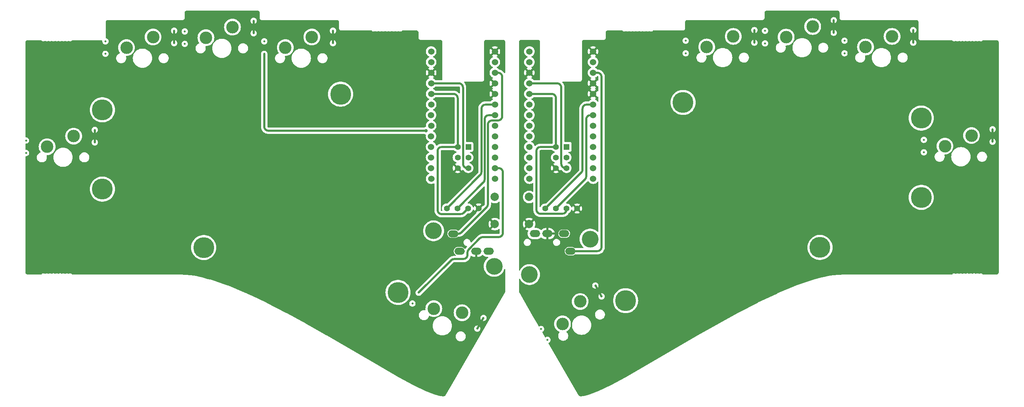
<source format=gbr>
%TF.GenerationSoftware,KiCad,Pcbnew,7.0.2*%
%TF.CreationDate,2023-10-11T00:11:02+09:00*%
%TF.ProjectId,_______,4b80adfc-dcfc-4c92-9e6b-696361645f70,rev?*%
%TF.SameCoordinates,Original*%
%TF.FileFunction,Copper,L1,Top*%
%TF.FilePolarity,Positive*%
%FSLAX46Y46*%
G04 Gerber Fmt 4.6, Leading zero omitted, Abs format (unit mm)*
G04 Created by KiCad (PCBNEW 7.0.2) date 2023-10-11 00:11:02*
%MOMM*%
%LPD*%
G01*
G04 APERTURE LIST*
%TA.AperFunction,ComponentPad*%
%ADD10C,5.000000*%
%TD*%
%TA.AperFunction,ComponentPad*%
%ADD11C,4.000000*%
%TD*%
%TA.AperFunction,ComponentPad*%
%ADD12C,1.524000*%
%TD*%
%TA.AperFunction,ComponentPad*%
%ADD13C,2.000000*%
%TD*%
%TA.AperFunction,ComponentPad*%
%ADD14C,1.397000*%
%TD*%
%TA.AperFunction,ComponentPad*%
%ADD15O,2.500000X1.700000*%
%TD*%
%TA.AperFunction,ComponentPad*%
%ADD16R,1.397000X1.397000*%
%TD*%
%TA.AperFunction,WasherPad*%
%ADD17C,3.000000*%
%TD*%
%TA.AperFunction,ComponentPad*%
%ADD18C,0.500000*%
%TD*%
%TA.AperFunction,ViaPad*%
%ADD19C,0.800000*%
%TD*%
%TA.AperFunction,Conductor*%
%ADD20C,0.500000*%
%TD*%
G04 APERTURE END LIST*
D10*
%TO.P,,*%
%TO.N,*%
X232927657Y-125498846D03*
%TD*%
%TO.P,,*%
%TO.N,*%
X61225539Y-92514484D03*
%TD*%
%TO.P,,*%
%TO.N,*%
X85475539Y-125514484D03*
%TD*%
%TO.P,,*%
%TO.N,*%
X131975539Y-136264484D03*
%TD*%
%TO.P,,*%
%TO.N,*%
X118225539Y-88764484D03*
%TD*%
%TO.P,,*%
%TO.N,*%
X61225539Y-111514484D03*
%TD*%
D11*
%TO.P,,*%
%TO.N,*%
X154975539Y-130014484D03*
%TD*%
%TO.P,,*%
%TO.N,*%
X140475539Y-121514484D03*
%TD*%
%TO.P,,*%
%TO.N,*%
X177927657Y-123498845D03*
%TD*%
%TO.P,,*%
%TO.N,*%
X163427656Y-131998845D03*
%TD*%
D10*
%TO.P,,*%
%TO.N,*%
X257177656Y-94498845D03*
%TD*%
%TO.P,,*%
%TO.N,*%
X186427656Y-138248845D03*
%TD*%
%TO.P,,*%
%TO.N,*%
X257177656Y-113498845D03*
%TD*%
%TO.P,,*%
%TO.N,*%
X200177656Y-90748845D03*
%TD*%
D12*
%TO.P,U2,26,Bat-*%
%TO.N,GND*%
X178646600Y-78536000D03*
%TO.P,U2,25,Bat+*%
%TO.N,/R_Bat+*%
X163406600Y-78536000D03*
%TO.P,U2,24,RAW*%
%TO.N,unconnected-(U2-RAW-Pad24)*%
X163406600Y-81076000D03*
%TO.P,U2,23,GND*%
%TO.N,GND*%
X163406600Y-83616000D03*
%TO.P,U2,22,RST*%
%TO.N,/R_RST*%
X163406600Y-86156000D03*
%TO.P,U2,21,VCC*%
%TO.N,VCC*%
X163406600Y-88696000D03*
%TO.P,U2,20,F4/A3*%
%TO.N,unconnected-(U2-F4{slash}A3-Pad20)*%
X163406600Y-91236000D03*
%TO.P,U2,19,F5/A2*%
%TO.N,unconnected-(U2-F5{slash}A2-Pad19)*%
X163396600Y-93776000D03*
%TO.P,U2,18,F6/A1*%
%TO.N,unconnected-(U2-F6{slash}A1-Pad18)*%
X163406600Y-96316000D03*
%TO.P,U2,17,F7/A0*%
%TO.N,unconnected-(U2-F7{slash}A0-Pad17)*%
X163396600Y-98856000D03*
%TO.P,U2,16,B1/15*%
%TO.N,/R_SCLK*%
X163396600Y-101396000D03*
%TO.P,U2,15,B3/14*%
%TO.N,/R_MISO*%
X163396600Y-103936000D03*
%TO.P,U2,14,B2/16*%
%TO.N,/R_MOSI*%
X163396600Y-106476000D03*
%TO.P,U2,13,B6/10*%
%TO.N,unconnected-(U2-B6{slash}10-Pad13)*%
X163406600Y-109016000D03*
%TO.P,U2,12,9/B5*%
%TO.N,unconnected-(U2-9{slash}B5-Pad12)*%
X178646600Y-109016000D03*
%TO.P,U2,11,8/B4*%
%TO.N,/R_push10*%
X178656600Y-106476000D03*
%TO.P,U2,10,7/E6*%
%TO.N,/R_push9*%
X178656600Y-103936000D03*
%TO.P,U2,9,6/D7*%
%TO.N,/R_push8*%
X178656600Y-101396000D03*
%TO.P,U2,8,5/C6*%
%TO.N,/R_push7*%
X178646600Y-98856000D03*
%TO.P,U2,7,4/D4*%
%TO.N,/R_push6*%
X178646600Y-96316000D03*
%TO.P,U2,6,3/D0/SCL*%
%TO.N,/R_SCL*%
X178656600Y-93776000D03*
%TO.P,U2,5,2/D1/SDA*%
%TO.N,/R_SDA*%
X178646600Y-91236000D03*
%TO.P,U2,4,GND*%
%TO.N,GND*%
X178646600Y-88696000D03*
%TO.P,U2,3,GND*%
X178646600Y-86156000D03*
%TO.P,U2,2,RX1/D2*%
%TO.N,/R_Data*%
X178646600Y-83616000D03*
%TO.P,U2,1,TX0/D3*%
%TO.N,/R_LED*%
X178646600Y-81076000D03*
%TD*%
%TO.P,U1,26,Bat-*%
%TO.N,GND*%
X155138000Y-78536000D03*
%TO.P,U1,25,Bat+*%
%TO.N,/L_Bat+*%
X139898000Y-78536000D03*
%TO.P,U1,24,RAW*%
%TO.N,unconnected-(U1-RAW-Pad24)*%
X139898000Y-81076000D03*
%TO.P,U1,23,GND*%
%TO.N,GND*%
X139898000Y-83616000D03*
%TO.P,U1,22,RST*%
%TO.N,/L_RST*%
X139898000Y-86156000D03*
%TO.P,U1,21,VCC*%
%TO.N,VCC*%
X139898000Y-88696000D03*
%TO.P,U1,20,F4/A3*%
%TO.N,unconnected-(U1-F4{slash}A3-Pad20)*%
X139898000Y-91236000D03*
%TO.P,U1,19,F5/A2*%
%TO.N,unconnected-(U1-F5{slash}A2-Pad19)*%
X139888000Y-93776000D03*
%TO.P,U1,18,F6/A1*%
%TO.N,unconnected-(U1-F6{slash}A1-Pad18)*%
X139898000Y-96316000D03*
%TO.P,U1,17,F7/A0*%
%TO.N,unconnected-(U1-F7{slash}A0-Pad17)*%
X139888000Y-98856000D03*
%TO.P,U1,16,B1/15*%
%TO.N,/L_SCLK*%
X139888000Y-101396000D03*
%TO.P,U1,15,B3/14*%
%TO.N,/L_MISO*%
X139888000Y-103936000D03*
%TO.P,U1,14,B2/16*%
%TO.N,/L_MOSI*%
X139888000Y-106476000D03*
%TO.P,U1,13,B6/10*%
%TO.N,unconnected-(U1-B6{slash}10-Pad13)*%
X139898000Y-109016000D03*
%TO.P,U1,12,9/B5*%
%TO.N,/L_side*%
X155138000Y-109016000D03*
%TO.P,U1,11,8/B4*%
%TO.N,/L_push5*%
X155148000Y-106476000D03*
%TO.P,U1,10,7/E6*%
%TO.N,/L_push4*%
X155148000Y-103936000D03*
%TO.P,U1,9,6/D7*%
%TO.N,/L_push3*%
X155148000Y-101396000D03*
%TO.P,U1,8,5/C6*%
%TO.N,/L_push2*%
X155138000Y-98856000D03*
%TO.P,U1,7,4/D4*%
%TO.N,/L_push1*%
X155138000Y-96316000D03*
%TO.P,U1,6,3/D0/SCL*%
%TO.N,/L_SCL*%
X155148000Y-93776000D03*
%TO.P,U1,5,2/D1/SDA*%
%TO.N,/L_SDA*%
X155138000Y-91236000D03*
%TO.P,U1,4,GND*%
%TO.N,GND*%
X155138000Y-88696000D03*
%TO.P,U1,3,GND*%
X155138000Y-86156000D03*
%TO.P,U1,2,RX1/D2*%
%TO.N,/L_Data*%
X155138000Y-83616000D03*
%TO.P,U1,1,TX0/D3*%
%TO.N,/L_LED*%
X155138000Y-81076000D03*
%TD*%
D13*
%TO.P,RSW2,1,1*%
%TO.N,/R_RST*%
X163340000Y-113397000D03*
%TO.P,RSW2,2,2*%
%TO.N,GND*%
X163340000Y-119897000D03*
%TD*%
%TO.P,RSW1,1,1*%
%TO.N,/L_RST*%
X155130000Y-113397000D03*
%TO.P,RSW1,2,2*%
%TO.N,GND*%
X155130000Y-119897000D03*
%TD*%
D14*
%TO.P,J3,1,SDA*%
%TO.N,/R_SDA*%
X167200000Y-116170000D03*
%TO.P,J3,2,SCL*%
%TO.N,/R_SCL*%
X169740000Y-116170000D03*
%TO.P,J3,3,VCC*%
%TO.N,VCC*%
X172280000Y-116170000D03*
%TO.P,J3,4,GND*%
%TO.N,GND*%
X174820000Y-116170000D03*
%TD*%
%TO.P,J1,4,GND*%
%TO.N,GND*%
X151274000Y-116144000D03*
%TO.P,J1,3,VCC*%
%TO.N,VCC*%
X148734000Y-116144000D03*
%TO.P,J1,2,SCL*%
%TO.N,/L_SCL*%
X146194000Y-116144000D03*
%TO.P,J1,1,SDA*%
%TO.N,/L_SDA*%
X143654000Y-116144000D03*
%TD*%
D15*
%TO.P,J6,R1*%
%TO.N,GND*%
X167723000Y-122195000D03*
%TO.P,J6,R2*%
%TO.N,unconnected-(J6-PadR2)*%
X164723000Y-122195000D03*
%TO.P,J6,S*%
%TO.N,/R_Data*%
X173223000Y-126395000D03*
%TO.P,J6,T*%
%TO.N,VCC*%
X171723000Y-122195000D03*
%TD*%
%TO.P,J5,R1*%
%TO.N,GND*%
X150690000Y-126408000D03*
%TO.P,J5,R2*%
%TO.N,unconnected-(J5-PadR2)*%
X153690000Y-126408000D03*
%TO.P,J5,S*%
%TO.N,/L_Data*%
X145190000Y-122208000D03*
%TO.P,J5,T*%
%TO.N,VCC*%
X146690000Y-126408000D03*
%TD*%
D16*
%TO.P,J4,1,Pin_1*%
%TO.N,/R_MISO*%
X172296600Y-101396000D03*
D14*
%TO.P,J4,2,Pin_2*%
%TO.N,VCC*%
X169756600Y-101396000D03*
%TO.P,J4,3,Pin_3*%
%TO.N,/R_SCLK*%
X172296600Y-103936000D03*
%TO.P,J4,4,Pin_4*%
%TO.N,/R_MOSI*%
X169756600Y-103936000D03*
%TO.P,J4,5,Pin_5*%
%TO.N,/R_RST*%
X172296600Y-106476000D03*
%TO.P,J4,6,Pin_6*%
%TO.N,GND*%
X169756600Y-106476000D03*
%TD*%
D17*
%TO.P,SW8,*%
%TO.N,*%
X224840000Y-75085000D03*
X231190000Y-72545000D03*
D18*
%TO.P,SW8,1,1*%
%TO.N,/R_push8*%
X219790000Y-73585000D03*
X219790000Y-76585000D03*
%TO.P,SW8,2,2*%
%TO.N,GND*%
X236240000Y-71045000D03*
X236240000Y-74045000D03*
%TD*%
D17*
%TO.P,SW9,*%
%TO.N,*%
X243840000Y-77460000D03*
X250190000Y-74920000D03*
D18*
%TO.P,SW9,1,1*%
%TO.N,/R_push9*%
X238790000Y-75960000D03*
X238790000Y-78960000D03*
%TO.P,SW9,2,2*%
%TO.N,GND*%
X255240000Y-73420000D03*
X255240000Y-76420000D03*
%TD*%
D16*
%TO.P,J2,1,Pin_1*%
%TO.N,/L_MISO*%
X148788000Y-101396000D03*
D14*
%TO.P,J2,2,Pin_2*%
%TO.N,VCC*%
X146248000Y-101396000D03*
%TO.P,J2,3,Pin_3*%
%TO.N,/L_SCLK*%
X148788000Y-103936000D03*
%TO.P,J2,4,Pin_4*%
%TO.N,/L_MOSI*%
X146248000Y-103936000D03*
%TO.P,J2,5,Pin_5*%
%TO.N,/L_RST*%
X148788000Y-106476000D03*
%TO.P,J2,6,Pin_6*%
%TO.N,GND*%
X146248000Y-106476000D03*
%TD*%
D17*
%TO.P,SW2,*%
%TO.N,*%
X67003000Y-77606000D03*
X73353000Y-75066000D03*
D18*
%TO.P,SW2,1,1*%
%TO.N,/L_push2*%
X61953000Y-76106000D03*
X61953000Y-79106000D03*
%TO.P,SW2,2,2*%
%TO.N,GND*%
X78403000Y-73566000D03*
X78403000Y-76566000D03*
%TD*%
D17*
%TO.P,SW3,*%
%TO.N,*%
X86003000Y-75231000D03*
X92353000Y-72691000D03*
D18*
%TO.P,SW3,1,1*%
%TO.N,/L_push3*%
X80953000Y-73731000D03*
X80953000Y-76731000D03*
%TO.P,SW3,2,2*%
%TO.N,GND*%
X97403000Y-71191000D03*
X97403000Y-74191000D03*
%TD*%
D17*
%TO.P,SW7,*%
%TO.N,*%
X205840000Y-77460000D03*
X212190000Y-74920000D03*
D18*
%TO.P,SW7,1,1*%
%TO.N,/R_push7*%
X200790000Y-75960000D03*
X200790000Y-78960000D03*
%TO.P,SW7,2,2*%
%TO.N,GND*%
X217240000Y-73420000D03*
X217240000Y-76420000D03*
%TD*%
D17*
%TO.P,SW1,*%
%TO.N,*%
X48003000Y-101356000D03*
X54353000Y-98816000D03*
D18*
%TO.P,SW1,1,1*%
%TO.N,/L_push1*%
X42953000Y-99856000D03*
X42953000Y-102856000D03*
%TO.P,SW1,2,2*%
%TO.N,GND*%
X59403000Y-97316000D03*
X59403000Y-100316000D03*
%TD*%
D17*
%TO.P,SW5,*%
%TO.N,*%
X140533443Y-140166295D03*
X147302705Y-141141591D03*
D18*
%TO.P,SW5,1,1*%
%TO.N,/L_push5*%
X136910015Y-136342257D03*
X135410015Y-138940334D03*
%TO.P,SW5,2,2*%
%TO.N,GND*%
X152426133Y-142367553D03*
X150926133Y-144965629D03*
%TD*%
D17*
%TO.P,SW6,*%
%TO.N,*%
X171330443Y-143830295D03*
X175559705Y-138455591D03*
D18*
%TO.P,SW6,1,1*%
%TO.N,/R_push6*%
X166207015Y-145056257D03*
X167707015Y-147654334D03*
%TO.P,SW6,2,2*%
%TO.N,GND*%
X179183133Y-134631553D03*
X180683133Y-137229629D03*
%TD*%
D17*
%TO.P,SW10,*%
%TO.N,*%
X262840000Y-101210000D03*
X269190000Y-98670000D03*
D18*
%TO.P,SW10,1,1*%
%TO.N,/R_push10*%
X257790000Y-99710000D03*
X257790000Y-102710000D03*
%TO.P,SW10,2,2*%
%TO.N,GND*%
X274240000Y-97170000D03*
X274240000Y-100170000D03*
%TD*%
D17*
%TO.P,SW4,*%
%TO.N,*%
X105003000Y-77606000D03*
X111353000Y-75066000D03*
D18*
%TO.P,SW4,1,1*%
%TO.N,/L_push4*%
X99953000Y-76106000D03*
X99953000Y-79106000D03*
%TO.P,SW4,2,2*%
%TO.N,GND*%
X116403000Y-73566000D03*
X116403000Y-76566000D03*
%TD*%
D19*
%TO.N,GND*%
X182090000Y-107788000D03*
X274546000Y-130902000D03*
X274800000Y-76800000D03*
X43660000Y-76546000D03*
X238986000Y-71974000D03*
X255496000Y-71974000D03*
X236700000Y-69434000D03*
X220444000Y-69434000D03*
X218158000Y-71720000D03*
X201648000Y-71720000D03*
X62964000Y-71974000D03*
X79474000Y-71974000D03*
X82014000Y-69688000D03*
X97762000Y-69688000D03*
X100048000Y-72228000D03*
X116812000Y-71974000D03*
X118590000Y-74514000D03*
X135862000Y-74514000D03*
X199362000Y-74260000D03*
X182344000Y-74260000D03*
X142720000Y-160366000D03*
X175994000Y-160366000D03*
X171168000Y-108550000D03*
X168374000Y-99660000D03*
X168374000Y-90008000D03*
X167612000Y-95342000D03*
X143482000Y-98898000D03*
X143482000Y-96358000D03*
X143482000Y-93818000D03*
X143482000Y-91278000D03*
X149578000Y-91278000D03*
X145768000Y-87468000D03*
X142212000Y-87468000D03*
X60932000Y-76546000D03*
X43914000Y-94072000D03*
%TO.N,/L_push4*%
X138656000Y-97528000D03*
%TD*%
D20*
%TO.N,/L_push5*%
X148894442Y-125965100D02*
G75*
G03*
X148601539Y-126672197I707058J-707100D01*
G01*
X147601539Y-128270039D02*
G75*
G03*
X148601539Y-127270000I-39J1000039D01*
G01*
X156056600Y-123008500D02*
G75*
G03*
X157056600Y-122008484I0J1000000D01*
G01*
X152265252Y-123008455D02*
G75*
G03*
X151558145Y-123301377I48J-1000045D01*
G01*
X156056600Y-106476000D02*
X155148000Y-106476000D01*
X148894432Y-125965090D02*
X151558145Y-123301377D01*
X152265252Y-123008484D02*
X156056600Y-123008484D01*
X148601539Y-127270000D02*
X148601539Y-126672197D01*
X136910015Y-136342257D02*
X144689379Y-128562893D01*
X157056600Y-122008484D02*
X157056600Y-107476000D01*
X157056600Y-107476000D02*
G75*
G03*
X156056600Y-106476000I-1000000J0D01*
G01*
X145396486Y-128270000D02*
X147601539Y-128270000D01*
X145396486Y-128269990D02*
G75*
G03*
X144689379Y-128562893I14J-1000010D01*
G01*
%TO.N,/L_Data*%
X155906000Y-95062000D02*
G75*
G03*
X156906000Y-94062000I0J1000000D01*
G01*
X146420011Y-122208008D02*
G75*
G03*
X147127118Y-121915107I-11J1000008D01*
G01*
X156906000Y-84616000D02*
G75*
G03*
X155906000Y-83616000I-1000000J0D01*
G01*
X154464000Y-95062000D02*
G75*
G03*
X153464000Y-96062000I0J-1000000D01*
G01*
X153171101Y-115871112D02*
G75*
G03*
X153464000Y-115164011I-707101J707112D01*
G01*
%TO.N,VCC*%
X171280000Y-117440000D02*
G75*
G03*
X172280000Y-116440000I0J1000000D01*
G01*
X165086000Y-116440000D02*
G75*
G03*
X166086000Y-117440000I1000000J0D01*
G01*
X166086000Y-101387000D02*
G75*
G03*
X165086000Y-102387000I0J-1000000D01*
G01*
%TO.N,/L_push4*%
X99953000Y-96528000D02*
G75*
G03*
X100953000Y-97528000I1000000J0D01*
G01*
%TO.N,VCC*%
X169756600Y-89696000D02*
G75*
G03*
X168756600Y-88696000I-1000000J0D01*
G01*
%TO.N,/R_RST*%
X171026600Y-87156000D02*
G75*
G03*
X170026600Y-86156000I-1000000J0D01*
G01*
X171026600Y-105476000D02*
G75*
G03*
X172026600Y-106476000I1000000J0D01*
G01*
%TO.N,/R_SDA*%
X177121000Y-91236000D02*
G75*
G03*
X176121000Y-92236000I0J-1000000D01*
G01*
X175828114Y-107541900D02*
G75*
G03*
X176121000Y-106834786I-707114J707100D01*
G01*
%TO.N,VCC*%
X146248000Y-89696000D02*
G75*
G03*
X145248000Y-88696000I-1000000J0D01*
G01*
%TO.N,/L_RST*%
X147518000Y-105476000D02*
G75*
G03*
X148518000Y-106476000I1000000J0D01*
G01*
X147518000Y-87156000D02*
G75*
G03*
X146518000Y-86156000I-1000000J0D01*
G01*
%TO.N,VCC*%
X142435600Y-101396000D02*
G75*
G03*
X141435600Y-102396000I0J-1000000D01*
G01*
X141435600Y-116525000D02*
G75*
G03*
X142435600Y-117525000I1000000J0D01*
G01*
X146938786Y-117524990D02*
G75*
G03*
X147645893Y-117232107I14J999990D01*
G01*
%TO.N,/R_SCL*%
X178010000Y-93776000D02*
G75*
G03*
X177010000Y-94776000I0J-1000000D01*
G01*
X176717114Y-109192900D02*
G75*
G03*
X177010000Y-108485786I-707114J707100D01*
G01*
%TO.N,/L_SCL*%
X153702000Y-93776000D02*
G75*
G03*
X152702000Y-94776000I0J-1000000D01*
G01*
X152409114Y-109928900D02*
G75*
G03*
X152702000Y-109221786I-707114J707100D01*
G01*
%TO.N,/R_Data*%
X180668600Y-84616000D02*
G75*
G03*
X179668600Y-83616000I-1000000J0D01*
G01*
X179668600Y-126395000D02*
G75*
G03*
X180668600Y-125395000I0J1000000D01*
G01*
%TO.N,/L_SDA*%
X152940000Y-91236000D02*
G75*
G03*
X151940000Y-92236000I0J-1000000D01*
G01*
X151647114Y-108150900D02*
G75*
G03*
X151940000Y-107443786I-707114J707100D01*
G01*
%TO.N,/L_push4*%
X100953000Y-97528000D02*
X138656000Y-97528000D01*
X99953000Y-79106000D02*
X99953000Y-96528000D01*
%TO.N,/R_Data*%
X180668600Y-125395000D02*
X180668600Y-84616000D01*
X173223000Y-126395000D02*
X179668600Y-126395000D01*
X179668600Y-83616000D02*
X178646600Y-83616000D01*
%TO.N,/L_Data*%
X155906000Y-83616000D02*
X155138000Y-83616000D01*
X154464000Y-95062000D02*
X155906000Y-95062000D01*
X156906000Y-94062000D02*
X156906000Y-84616000D01*
X153464000Y-115164011D02*
X153464000Y-96062000D01*
X147127118Y-121915107D02*
X153171107Y-115871118D01*
X145190000Y-122208000D02*
X146420011Y-122208000D01*
%TO.N,/L_SDA*%
X152940000Y-91236000D02*
X155138000Y-91236000D01*
X151940000Y-107443786D02*
X151940000Y-92236000D01*
X143654000Y-116144000D02*
X151647107Y-108150893D01*
%TO.N,/L_SCL*%
X153702000Y-93776000D02*
X155148000Y-93776000D01*
X152702000Y-109221786D02*
X152702000Y-94776000D01*
X146194000Y-116144000D02*
X152409107Y-109928893D01*
%TO.N,VCC*%
X166086000Y-117440000D02*
X171280000Y-117440000D01*
X165086000Y-102387000D02*
X165086000Y-116440000D01*
X172280000Y-116440000D02*
X172280000Y-116170000D01*
X169747600Y-101387000D02*
X166086000Y-101387000D01*
X169756600Y-101396000D02*
X169747600Y-101387000D01*
X142435600Y-101396000D02*
X146248000Y-101396000D01*
X141435600Y-116525000D02*
X141435600Y-102396000D01*
X146938786Y-117525000D02*
X142435600Y-117525000D01*
X148734000Y-116144000D02*
X147645893Y-117232107D01*
%TO.N,/R_RST*%
X171026600Y-87156000D02*
X171026600Y-105476000D01*
X163406600Y-86156000D02*
X170026600Y-86156000D01*
X172026600Y-106476000D02*
X172296600Y-106476000D01*
%TO.N,VCC*%
X168756600Y-88696000D02*
X163406600Y-88696000D01*
X169756600Y-101396000D02*
X169756600Y-89696000D01*
%TO.N,/R_SDA*%
X176121000Y-106834786D02*
X176121000Y-92236000D01*
X177121000Y-91236000D02*
X178646600Y-91236000D01*
X167200000Y-116170000D02*
X175828107Y-107541893D01*
%TO.N,/R_SCL*%
X178010000Y-93776000D02*
X178656600Y-93776000D01*
X177010000Y-108485786D02*
X177010000Y-94776000D01*
X169740000Y-116170000D02*
X176717107Y-109192893D01*
%TO.N,/L_RST*%
X146518000Y-86156000D02*
X139898000Y-86156000D01*
X148788000Y-106476000D02*
X148518000Y-106476000D01*
X147518000Y-105476000D02*
X147518000Y-87156000D01*
%TO.N,VCC*%
X145248000Y-88696000D02*
X139898000Y-88696000D01*
X146248000Y-101396000D02*
X146248000Y-89696000D01*
%TO.N,GND*%
X180683133Y-137229629D02*
X179183133Y-134631553D01*
X274240000Y-100170000D02*
X274240000Y-97170000D01*
X255240000Y-76420000D02*
X255240000Y-73420000D01*
X236240000Y-74045000D02*
X236240000Y-71045000D01*
X217240000Y-76420000D02*
X217240000Y-73420000D01*
X59403000Y-100316000D02*
X59403000Y-97316000D01*
X78403000Y-76566000D02*
X78403000Y-73566000D01*
X97403000Y-74191000D02*
X97403000Y-71191000D01*
X116403000Y-76566000D02*
X116403000Y-73566000D01*
X152426133Y-142367553D02*
X150926133Y-144965629D01*
%TD*%
%TA.AperFunction,Conductor*%
%TO.N,GND*%
G36*
X98362313Y-68749187D02*
G01*
X98364770Y-68749248D01*
X98382523Y-68749689D01*
X98388577Y-68749989D01*
X98407158Y-68751372D01*
X98413168Y-68751969D01*
X98431564Y-68754252D01*
X98437551Y-68755145D01*
X98455742Y-68758315D01*
X98461643Y-68759492D01*
X98479656Y-68763550D01*
X98485477Y-68765011D01*
X98503219Y-68769930D01*
X98508969Y-68771677D01*
X98523589Y-68776510D01*
X98526389Y-68777436D01*
X98532077Y-68779471D01*
X98549194Y-68786072D01*
X98554780Y-68788386D01*
X98571501Y-68795793D01*
X98576982Y-68798383D01*
X98593356Y-68806616D01*
X98598721Y-68809480D01*
X98614640Y-68818488D01*
X98619853Y-68821608D01*
X98635369Y-68831423D01*
X98640447Y-68834814D01*
X98655468Y-68845389D01*
X98660392Y-68849041D01*
X98674897Y-68860365D01*
X98679650Y-68864268D01*
X98693653Y-68876366D01*
X98698220Y-68880516D01*
X98711745Y-68893435D01*
X98715923Y-68897621D01*
X98728866Y-68911222D01*
X98732961Y-68915743D01*
X98744175Y-68928753D01*
X98745097Y-68929822D01*
X98748962Y-68934535D01*
X98760339Y-68949126D01*
X98763955Y-68954005D01*
X98774581Y-68969103D01*
X98777947Y-68974142D01*
X98787786Y-68989683D01*
X98790894Y-68994868D01*
X98799947Y-69010842D01*
X98802793Y-69016163D01*
X98811060Y-69032568D01*
X98813646Y-69038026D01*
X98821077Y-69054752D01*
X98823397Y-69060337D01*
X98829719Y-69076674D01*
X98829996Y-69077388D01*
X98832043Y-69083087D01*
X98837818Y-69100489D01*
X98839588Y-69106294D01*
X98844503Y-69123952D01*
X98845988Y-69129844D01*
X98850037Y-69147743D01*
X98851236Y-69153725D01*
X98854407Y-69171843D01*
X98855309Y-69177866D01*
X98857389Y-69194563D01*
X98857591Y-69196182D01*
X98858198Y-69202286D01*
X98859577Y-69220783D01*
X98859882Y-69226941D01*
X98860379Y-69247067D01*
X98860417Y-69250151D01*
X98860193Y-70478308D01*
X98859757Y-70480996D01*
X98860152Y-70496967D01*
X98860190Y-70500030D01*
X98860190Y-70508007D01*
X98859844Y-70510471D01*
X98860577Y-70520309D01*
X98860880Y-70526417D01*
X98861103Y-70535391D01*
X98861138Y-70535525D01*
X98862333Y-70545439D01*
X98862843Y-70550564D01*
X98863437Y-70558123D01*
X98863364Y-70559221D01*
X98863401Y-70559341D01*
X98865213Y-70569728D01*
X98866032Y-70575122D01*
X98867326Y-70585125D01*
X98869279Y-70593785D01*
X98870428Y-70599505D01*
X98872125Y-70609120D01*
X98872148Y-70609633D01*
X98872603Y-70610668D01*
X98874567Y-70617774D01*
X98875937Y-70623207D01*
X98877935Y-70631958D01*
X98881178Y-70641914D01*
X98882502Y-70646244D01*
X98884766Y-70654165D01*
X98885044Y-70656154D01*
X98885160Y-70656501D01*
X98885986Y-70657960D01*
X98888523Y-70664526D01*
X98890495Y-70670010D01*
X98893621Y-70679389D01*
X98893790Y-70680249D01*
X98894667Y-70681623D01*
X98897229Y-70687406D01*
X98899421Y-70692678D01*
X98902074Y-70699498D01*
X98902343Y-70700663D01*
X98903131Y-70701844D01*
X98907401Y-70710505D01*
X98909118Y-70714134D01*
X98912775Y-70722200D01*
X98913117Y-70723349D01*
X98913156Y-70723400D01*
X98917580Y-70731141D01*
X98920830Y-70737214D01*
X98925171Y-70745896D01*
X98926109Y-70747008D01*
X98930233Y-70753622D01*
X98932394Y-70757220D01*
X98936587Y-70764481D01*
X98937396Y-70766483D01*
X98937618Y-70766830D01*
X98938710Y-70767973D01*
X98942627Y-70773523D01*
X98946155Y-70778804D01*
X98949732Y-70784467D01*
X98950525Y-70786268D01*
X98951199Y-70787230D01*
X98952861Y-70788812D01*
X98956911Y-70794032D01*
X98960178Y-70798442D01*
X98965568Y-70806063D01*
X98966330Y-70807518D01*
X98967253Y-70808700D01*
X98969132Y-70810265D01*
X98971875Y-70813456D01*
X98975528Y-70817911D01*
X98979012Y-70822367D01*
X98980317Y-70824720D01*
X98981518Y-70825665D01*
X98987375Y-70831752D01*
X98992253Y-70837128D01*
X98998787Y-70844767D01*
X98999791Y-70845473D01*
X99004823Y-70850272D01*
X99009107Y-70854563D01*
X99015583Y-70861374D01*
X99016506Y-70862649D01*
X99017383Y-70863486D01*
X99019533Y-70864797D01*
X99022837Y-70867663D01*
X99026995Y-70871438D01*
X99032867Y-70877017D01*
X99034058Y-70878522D01*
X99034965Y-70879304D01*
X99036940Y-70880400D01*
X99041351Y-70883852D01*
X99045860Y-70887555D01*
X99051301Y-70892242D01*
X99052684Y-70893841D01*
X99052838Y-70893961D01*
X99054632Y-70894867D01*
X99060584Y-70899058D01*
X99065424Y-70902645D01*
X99070357Y-70906490D01*
X99072189Y-70908429D01*
X99073335Y-70909229D01*
X99075389Y-70910101D01*
X99079733Y-70912809D01*
X99086362Y-70917244D01*
X99093052Y-70922038D01*
X99094064Y-70922998D01*
X99096632Y-70923953D01*
X99101090Y-70926472D01*
X99106406Y-70929654D01*
X99113130Y-70933910D01*
X99114679Y-70935226D01*
X99115020Y-70935418D01*
X99117247Y-70936127D01*
X99122139Y-70938573D01*
X99127918Y-70941656D01*
X99135504Y-70945964D01*
X99136904Y-70947030D01*
X99138243Y-70947704D01*
X99140936Y-70948381D01*
X99144197Y-70949821D01*
X99149572Y-70952350D01*
X99153689Y-70954409D01*
X99155562Y-70955759D01*
X99165430Y-70959474D01*
X99172944Y-70962587D01*
X99181350Y-70966398D01*
X99181980Y-70966789D01*
X99184364Y-70967172D01*
X99189051Y-70968717D01*
X99194939Y-70970824D01*
X99201404Y-70973323D01*
X99202109Y-70973722D01*
X99212355Y-70976568D01*
X99218002Y-70978282D01*
X99223379Y-70980055D01*
X99224998Y-70980885D01*
X99235062Y-70983083D01*
X99242478Y-70984944D01*
X99250310Y-70987168D01*
X99251982Y-70987902D01*
X99252791Y-70988086D01*
X99255776Y-70988094D01*
X99259360Y-70988709D01*
X99266024Y-70990042D01*
X99274650Y-70992014D01*
X99275975Y-70992511D01*
X99277738Y-70992439D01*
X99282783Y-70993023D01*
X99291004Y-70994255D01*
X99298605Y-70995656D01*
X99307636Y-70996279D01*
X99315003Y-70997008D01*
X99321594Y-70997860D01*
X99324304Y-70998632D01*
X99325242Y-70998699D01*
X99328024Y-70998266D01*
X99331594Y-70998312D01*
X99340389Y-70998738D01*
X99343361Y-70998988D01*
X99359318Y-70998988D01*
X99362380Y-70999026D01*
X99382084Y-70999512D01*
X99384807Y-70998988D01*
X117359487Y-70999078D01*
X117362418Y-70999115D01*
X117382584Y-70999619D01*
X117388687Y-70999923D01*
X117395209Y-71000409D01*
X117407185Y-71001301D01*
X117413212Y-71001901D01*
X117431551Y-71004181D01*
X117437481Y-71005066D01*
X117455732Y-71008252D01*
X117461632Y-71009432D01*
X117479586Y-71013481D01*
X117485409Y-71014944D01*
X117503135Y-71019863D01*
X117508846Y-71021599D01*
X117526318Y-71027378D01*
X117531961Y-71029398D01*
X117549079Y-71036001D01*
X117554653Y-71038309D01*
X117571416Y-71045733D01*
X117576874Y-71048311D01*
X117585471Y-71052630D01*
X117593255Y-71056541D01*
X117598566Y-71059374D01*
X117614591Y-71068433D01*
X117619779Y-71071536D01*
X117635344Y-71081368D01*
X117640394Y-71084734D01*
X117655482Y-71095334D01*
X117660339Y-71098928D01*
X117674961Y-71110316D01*
X117679686Y-71114188D01*
X117693747Y-71126301D01*
X117698302Y-71130426D01*
X117711889Y-71143358D01*
X117716076Y-71147540D01*
X117728594Y-71160656D01*
X117728987Y-71161068D01*
X117733127Y-71165627D01*
X117745238Y-71179655D01*
X117749114Y-71184378D01*
X117754280Y-71191000D01*
X117760446Y-71198905D01*
X117764084Y-71203814D01*
X117774638Y-71218819D01*
X117774651Y-71218837D01*
X117778041Y-71223919D01*
X117787855Y-71239444D01*
X117790973Y-71244656D01*
X117799956Y-71260545D01*
X117799986Y-71260598D01*
X117802849Y-71265965D01*
X117811066Y-71282325D01*
X117813649Y-71287797D01*
X117821061Y-71304545D01*
X117823377Y-71310146D01*
X117829956Y-71327221D01*
X117831996Y-71332928D01*
X117837746Y-71350344D01*
X117839504Y-71356137D01*
X117844399Y-71373820D01*
X117845871Y-71379694D01*
X117849901Y-71397613D01*
X117851088Y-71403568D01*
X117854257Y-71421784D01*
X117855153Y-71427806D01*
X117857420Y-71446122D01*
X117858018Y-71452176D01*
X117859039Y-71465959D01*
X117859392Y-71470714D01*
X117859692Y-71476817D01*
X117860190Y-71497035D01*
X117860228Y-71500082D01*
X117860302Y-72988201D01*
X117860191Y-72989538D01*
X117860303Y-72998558D01*
X117860379Y-73006597D01*
X117859923Y-73009964D01*
X117860696Y-73020446D01*
X117860990Y-73026374D01*
X117861226Y-73035573D01*
X117861279Y-73035781D01*
X117862448Y-73045604D01*
X117862935Y-73050534D01*
X117863532Y-73058124D01*
X117863442Y-73059484D01*
X117863780Y-73060593D01*
X117865436Y-73070529D01*
X117866035Y-73074526D01*
X117867081Y-73082371D01*
X117867061Y-73084307D01*
X117867263Y-73085447D01*
X117867803Y-73086872D01*
X117869429Y-73094232D01*
X117870418Y-73099186D01*
X117872221Y-73109284D01*
X117872230Y-73109464D01*
X117874500Y-73117572D01*
X117876045Y-73123684D01*
X117877609Y-73130608D01*
X117877767Y-73132634D01*
X117877829Y-73132860D01*
X117878742Y-73134680D01*
X117880958Y-73141400D01*
X117882672Y-73147046D01*
X117884987Y-73155380D01*
X117885124Y-73156387D01*
X117885977Y-73157941D01*
X117888771Y-73165356D01*
X117890248Y-73169496D01*
X117893674Y-73179667D01*
X117893898Y-73180767D01*
X117894292Y-73181792D01*
X117895474Y-73183631D01*
X117897436Y-73188148D01*
X117899114Y-73192206D01*
X117901632Y-73198615D01*
X117902193Y-73201060D01*
X117903265Y-73203451D01*
X117904410Y-73205030D01*
X117906647Y-73209445D01*
X117909575Y-73215645D01*
X117913318Y-73224171D01*
X117913691Y-73225452D01*
X117914090Y-73226251D01*
X117915849Y-73228436D01*
X117917854Y-73232005D01*
X117920375Y-73236730D01*
X117925084Y-73246032D01*
X117925220Y-73246192D01*
X117929494Y-73252936D01*
X117932759Y-73258393D01*
X117936400Y-73264848D01*
X117936922Y-73266192D01*
X117937588Y-73266898D01*
X117942208Y-73273404D01*
X117946178Y-73279351D01*
X117951510Y-73287860D01*
X117952417Y-73288721D01*
X117956515Y-73293977D01*
X117960136Y-73298864D01*
X117966426Y-73307803D01*
X117966859Y-73308615D01*
X117968412Y-73309901D01*
X117971399Y-73313339D01*
X117975524Y-73318346D01*
X117981063Y-73325439D01*
X117981833Y-73326757D01*
X117983658Y-73328159D01*
X117987734Y-73332449D01*
X117991498Y-73336594D01*
X117996645Y-73342526D01*
X117997711Y-73344187D01*
X117999497Y-73346056D01*
X118001546Y-73347438D01*
X118004614Y-73350356D01*
X118008877Y-73354612D01*
X118013669Y-73359635D01*
X118014784Y-73361221D01*
X118015137Y-73361558D01*
X118016812Y-73362633D01*
X118022750Y-73367787D01*
X118026721Y-73371387D01*
X118033973Y-73378253D01*
X118034983Y-73379497D01*
X118036964Y-73380585D01*
X118041194Y-73383882D01*
X118045799Y-73387652D01*
X118051164Y-73392264D01*
X118052741Y-73394085D01*
X118053717Y-73394841D01*
X118055768Y-73395831D01*
X118060007Y-73398780D01*
X118065804Y-73403069D01*
X118072268Y-73408148D01*
X118073236Y-73409152D01*
X118074218Y-73409850D01*
X118076815Y-73410968D01*
X118081046Y-73413671D01*
X118085026Y-73416323D01*
X118091918Y-73421110D01*
X118093530Y-73422599D01*
X118096089Y-73424201D01*
X118098322Y-73424986D01*
X118100764Y-73426355D01*
X118106704Y-73429907D01*
X118113492Y-73434227D01*
X118113903Y-73434577D01*
X118121607Y-73438375D01*
X118128450Y-73442018D01*
X118132471Y-73444323D01*
X118134226Y-73445740D01*
X118138284Y-73447798D01*
X118141269Y-73448552D01*
X118144352Y-73449922D01*
X118149452Y-73452329D01*
X118153706Y-73454456D01*
X118155394Y-73455673D01*
X118165964Y-73459699D01*
X118172469Y-73462390D01*
X118180620Y-73466037D01*
X118181885Y-73466818D01*
X118184387Y-73467220D01*
X118189071Y-73468764D01*
X118194959Y-73470871D01*
X118201398Y-73473360D01*
X118202294Y-73473867D01*
X118211956Y-73476514D01*
X118218390Y-73478466D01*
X118222718Y-73479908D01*
X118224212Y-73480690D01*
X118235560Y-73483226D01*
X118241950Y-73484833D01*
X118246937Y-73486229D01*
X118248491Y-73486942D01*
X118258946Y-73488705D01*
X118266327Y-73490180D01*
X118274596Y-73492096D01*
X118274876Y-73492202D01*
X118282453Y-73493055D01*
X118291124Y-73494342D01*
X118298544Y-73495713D01*
X118299282Y-73495960D01*
X118300472Y-73495865D01*
X118307175Y-73496311D01*
X118315237Y-73497112D01*
X118321891Y-73497994D01*
X118322769Y-73498245D01*
X118331419Y-73498358D01*
X118340235Y-73498787D01*
X118343187Y-73499036D01*
X118359066Y-73499036D01*
X118362165Y-73499075D01*
X118381821Y-73499566D01*
X118384566Y-73499036D01*
X125605797Y-73499306D01*
X125672834Y-73518993D01*
X125710107Y-73556267D01*
X125746943Y-73613587D01*
X125746945Y-73613589D01*
X125807129Y-73665738D01*
X125850282Y-73703130D01*
X125974657Y-73759931D01*
X126075989Y-73774500D01*
X126144011Y-73774500D01*
X126245342Y-73759931D01*
X126260396Y-73753056D01*
X126369718Y-73703130D01*
X126391191Y-73684524D01*
X126428798Y-73651938D01*
X126492353Y-73622913D01*
X126561512Y-73632857D01*
X126591202Y-73651938D01*
X126650280Y-73703129D01*
X126774657Y-73759931D01*
X126875989Y-73774500D01*
X126944011Y-73774500D01*
X127045342Y-73759931D01*
X127060396Y-73753056D01*
X127169718Y-73703130D01*
X127191191Y-73684524D01*
X127228798Y-73651938D01*
X127292353Y-73622913D01*
X127361512Y-73632857D01*
X127391202Y-73651938D01*
X127450280Y-73703129D01*
X127574657Y-73759931D01*
X127675989Y-73774500D01*
X127744011Y-73774500D01*
X127845342Y-73759931D01*
X127860396Y-73753056D01*
X127969718Y-73703130D01*
X127991191Y-73684524D01*
X128028798Y-73651938D01*
X128092353Y-73622913D01*
X128161512Y-73632857D01*
X128191202Y-73651938D01*
X128250280Y-73703129D01*
X128374657Y-73759931D01*
X128475989Y-73774500D01*
X128544011Y-73774500D01*
X128645342Y-73759931D01*
X128660396Y-73753056D01*
X128769718Y-73703130D01*
X128791191Y-73684524D01*
X128828798Y-73651938D01*
X128892353Y-73622913D01*
X128961512Y-73632857D01*
X128991202Y-73651938D01*
X129050280Y-73703129D01*
X129174657Y-73759931D01*
X129275989Y-73774500D01*
X129344011Y-73774500D01*
X129445342Y-73759931D01*
X129460396Y-73753056D01*
X129569718Y-73703130D01*
X129591191Y-73684524D01*
X129628798Y-73651938D01*
X129692353Y-73622913D01*
X129761512Y-73632857D01*
X129791202Y-73651938D01*
X129850280Y-73703129D01*
X129974657Y-73759931D01*
X130075989Y-73774500D01*
X130144011Y-73774500D01*
X130245342Y-73759931D01*
X130260396Y-73753056D01*
X130369718Y-73703130D01*
X130391191Y-73684524D01*
X130428798Y-73651938D01*
X130492353Y-73622913D01*
X130561512Y-73632857D01*
X130591202Y-73651938D01*
X130650280Y-73703129D01*
X130774657Y-73759931D01*
X130875989Y-73774500D01*
X130944011Y-73774500D01*
X131045342Y-73759931D01*
X131060396Y-73753056D01*
X131169718Y-73703130D01*
X131191191Y-73684524D01*
X131228798Y-73651938D01*
X131292353Y-73622913D01*
X131361512Y-73632857D01*
X131391202Y-73651938D01*
X131450280Y-73703129D01*
X131574657Y-73759931D01*
X131675989Y-73774500D01*
X131744011Y-73774500D01*
X131845342Y-73759931D01*
X131860396Y-73753056D01*
X131969718Y-73703130D01*
X131991191Y-73684524D01*
X132028798Y-73651938D01*
X132092353Y-73622913D01*
X132161512Y-73632857D01*
X132191202Y-73651938D01*
X132250280Y-73703129D01*
X132374657Y-73759931D01*
X132475989Y-73774500D01*
X132544011Y-73774500D01*
X132645342Y-73759931D01*
X132660396Y-73753056D01*
X132769718Y-73703130D01*
X132873055Y-73613589D01*
X132909959Y-73556164D01*
X132962760Y-73510410D01*
X133014268Y-73499203D01*
X136369008Y-73499129D01*
X136372096Y-73499167D01*
X136392297Y-73499670D01*
X136398399Y-73499973D01*
X136416916Y-73501351D01*
X136422951Y-73501949D01*
X136441330Y-73504230D01*
X136447326Y-73505124D01*
X136462778Y-73507816D01*
X136463782Y-73507991D01*
X136465516Y-73508293D01*
X136471452Y-73509477D01*
X136489437Y-73513527D01*
X136495292Y-73514997D01*
X136513000Y-73519904D01*
X136518754Y-73521650D01*
X136536251Y-73527431D01*
X136541883Y-73529446D01*
X136559042Y-73536060D01*
X136564582Y-73538352D01*
X136581377Y-73545784D01*
X136586815Y-73548351D01*
X136603235Y-73556598D01*
X136608552Y-73559433D01*
X136624576Y-73568486D01*
X136629751Y-73571580D01*
X136645348Y-73581430D01*
X136650362Y-73584771D01*
X136662399Y-73593227D01*
X136665459Y-73595377D01*
X136670353Y-73598998D01*
X136684948Y-73610362D01*
X136689695Y-73614251D01*
X136703732Y-73626342D01*
X136708288Y-73630467D01*
X136712741Y-73634705D01*
X136721811Y-73643337D01*
X136726140Y-73647667D01*
X136736704Y-73658771D01*
X136739005Y-73661190D01*
X136743122Y-73665738D01*
X136755234Y-73679802D01*
X136759102Y-73684524D01*
X136770462Y-73699109D01*
X136774066Y-73703977D01*
X136784664Y-73719060D01*
X136788019Y-73724093D01*
X136797848Y-73739650D01*
X136800964Y-73744861D01*
X136809994Y-73760835D01*
X136812844Y-73766177D01*
X136821056Y-73782518D01*
X136823644Y-73787997D01*
X136831048Y-73804720D01*
X136833361Y-73810308D01*
X136839942Y-73827375D01*
X136841983Y-73833079D01*
X136847735Y-73850485D01*
X136849496Y-73856289D01*
X136854386Y-73873941D01*
X136855860Y-73879814D01*
X136859890Y-73897717D01*
X136861080Y-73903686D01*
X136864243Y-73921859D01*
X136865139Y-73927876D01*
X136867407Y-73946184D01*
X136868010Y-73952274D01*
X136869379Y-73970766D01*
X136869679Y-73976868D01*
X136870177Y-73997088D01*
X136870215Y-74000128D01*
X136870341Y-75238483D01*
X136870229Y-75239845D01*
X136870343Y-75248836D01*
X136870429Y-75257882D01*
X136870072Y-75260521D01*
X136870877Y-75272867D01*
X136871053Y-75276282D01*
X136871404Y-75285631D01*
X136871326Y-75286375D01*
X136872683Y-75297985D01*
X136873082Y-75301953D01*
X136873856Y-75311131D01*
X136873772Y-75312604D01*
X136873863Y-75312875D01*
X136875497Y-75321763D01*
X136876515Y-75328265D01*
X136877791Y-75338129D01*
X136879758Y-75346517D01*
X136881050Y-75352744D01*
X136882642Y-75361550D01*
X136882776Y-75361867D01*
X136885502Y-75371780D01*
X136886551Y-75375868D01*
X136889223Y-75387062D01*
X136889302Y-75387218D01*
X136891822Y-75394673D01*
X136893629Y-75400483D01*
X136895906Y-75408495D01*
X136895948Y-75408796D01*
X136895980Y-75408855D01*
X136899640Y-75418209D01*
X136901548Y-75423428D01*
X136904878Y-75433209D01*
X136905054Y-75434069D01*
X136905919Y-75435391D01*
X136908300Y-75440644D01*
X136910772Y-75446492D01*
X136914997Y-75457245D01*
X136916133Y-75458813D01*
X136918485Y-75463455D01*
X136920660Y-75467973D01*
X136924064Y-75475424D01*
X136924714Y-75477597D01*
X136925222Y-75478580D01*
X136926563Y-75480220D01*
X136928869Y-75484188D01*
X136932288Y-75490482D01*
X136936369Y-75498543D01*
X136937034Y-75499324D01*
X136941289Y-75506010D01*
X136944022Y-75510513D01*
X136947890Y-75517202D01*
X136948559Y-75518854D01*
X136948581Y-75518889D01*
X136949845Y-75520231D01*
X136954207Y-75526410D01*
X136957128Y-75530739D01*
X136963248Y-75540233D01*
X136963997Y-75540943D01*
X136967904Y-75545930D01*
X136971279Y-75550445D01*
X136976928Y-75558373D01*
X136977299Y-75559064D01*
X136978491Y-75560095D01*
X136982796Y-75565094D01*
X136986124Y-75569127D01*
X136991071Y-75575387D01*
X136992010Y-75576983D01*
X136992717Y-75577798D01*
X136994352Y-75579064D01*
X136998266Y-75583180D01*
X137002066Y-75587363D01*
X137008453Y-75594724D01*
X137009303Y-75595996D01*
X137010159Y-75596893D01*
X137012261Y-75598313D01*
X137014595Y-75600538D01*
X137018862Y-75604808D01*
X137023052Y-75609211D01*
X137023470Y-75609806D01*
X137032520Y-75617764D01*
X137035699Y-75620658D01*
X137039122Y-75623885D01*
X137040596Y-75625806D01*
X137046083Y-75630543D01*
X137048160Y-75631664D01*
X137050170Y-75633250D01*
X137054333Y-75636684D01*
X137058427Y-75640214D01*
X137059838Y-75641871D01*
X137063802Y-75644988D01*
X137065965Y-75646050D01*
X137069155Y-75648334D01*
X137073214Y-75651368D01*
X137081185Y-75657583D01*
X137081203Y-75657601D01*
X137088226Y-75662100D01*
X137093303Y-75665532D01*
X137099619Y-75670033D01*
X137100946Y-75671288D01*
X137102776Y-75672006D01*
X137108345Y-75675199D01*
X137113781Y-75678504D01*
X137120648Y-75682924D01*
X137122009Y-75684090D01*
X137123935Y-75684722D01*
X137128935Y-75687257D01*
X137135093Y-75690602D01*
X137143002Y-75695191D01*
X137144247Y-75696148D01*
X137145563Y-75696825D01*
X137148454Y-75697564D01*
X137150811Y-75698628D01*
X137156443Y-75701343D01*
X137161188Y-75703780D01*
X137163388Y-75705384D01*
X137165061Y-75705776D01*
X137172096Y-75708499D01*
X137179401Y-75711599D01*
X137189189Y-75716127D01*
X137191354Y-75716483D01*
X137195522Y-75717890D01*
X137201455Y-75720062D01*
X137206172Y-75721927D01*
X137207661Y-75722810D01*
X137218443Y-75725843D01*
X137225083Y-75727913D01*
X137231387Y-75730074D01*
X137233530Y-75731189D01*
X137234671Y-75731512D01*
X137237315Y-75731675D01*
X137241973Y-75732729D01*
X137249046Y-75734550D01*
X137256562Y-75736723D01*
X137258831Y-75737747D01*
X137258878Y-75737758D01*
X137261644Y-75737761D01*
X137265602Y-75738429D01*
X137273802Y-75740099D01*
X137279812Y-75741536D01*
X137280872Y-75741969D01*
X137290137Y-75743043D01*
X137298582Y-75744318D01*
X137304081Y-75745343D01*
X137306800Y-75746310D01*
X137307442Y-75746390D01*
X137310220Y-75746119D01*
X137315156Y-75746443D01*
X137323681Y-75747299D01*
X137328479Y-75747949D01*
X137330824Y-75748672D01*
X137332901Y-75748838D01*
X137335765Y-75748443D01*
X137341597Y-75748585D01*
X137348091Y-75748913D01*
X137357397Y-75749629D01*
X137358139Y-75749793D01*
X137360601Y-75749876D01*
X137361831Y-75749970D01*
X137364960Y-75749374D01*
X137367644Y-75749348D01*
X137373557Y-75749432D01*
X137382730Y-75749780D01*
X137386373Y-75749320D01*
X142063116Y-75749112D01*
X142066262Y-75749151D01*
X142087258Y-75749685D01*
X142093506Y-75750002D01*
X142112648Y-75751460D01*
X142118842Y-75752089D01*
X142137697Y-75754486D01*
X142143804Y-75755419D01*
X142162346Y-75758731D01*
X142168356Y-75759960D01*
X142186536Y-75764155D01*
X142192477Y-75765683D01*
X142210299Y-75770744D01*
X142216147Y-75772562D01*
X142233507Y-75778435D01*
X142233543Y-75778447D01*
X142239274Y-75780544D01*
X142256344Y-75787274D01*
X142261903Y-75789626D01*
X142278487Y-75797122D01*
X142283935Y-75799746D01*
X142300115Y-75808032D01*
X142305362Y-75810881D01*
X142321118Y-75819939D01*
X142326215Y-75823036D01*
X142341479Y-75832821D01*
X142346406Y-75836148D01*
X142361136Y-75846623D01*
X142365872Y-75850164D01*
X142380081Y-75861329D01*
X142384650Y-75865099D01*
X142398289Y-75876912D01*
X142402662Y-75880886D01*
X142408024Y-75885997D01*
X142410598Y-75888451D01*
X142415736Y-75893348D01*
X142419904Y-75897515D01*
X142432374Y-75910594D01*
X142436329Y-75914945D01*
X142439116Y-75918161D01*
X142442145Y-75921658D01*
X142448164Y-75928604D01*
X142451940Y-75933179D01*
X142452420Y-75933789D01*
X142463114Y-75947396D01*
X142466664Y-75952142D01*
X142474701Y-75963442D01*
X142477135Y-75966863D01*
X142480464Y-75971789D01*
X142487561Y-75982857D01*
X142490252Y-75987053D01*
X142493352Y-75992154D01*
X142502386Y-76007858D01*
X142505261Y-76013148D01*
X142513561Y-76029348D01*
X142516176Y-76034774D01*
X142523690Y-76051381D01*
X142526054Y-76056967D01*
X142526105Y-76057095D01*
X142532767Y-76073978D01*
X142534864Y-76079702D01*
X142540765Y-76097119D01*
X142542590Y-76102978D01*
X142547654Y-76120778D01*
X142549194Y-76126750D01*
X142553390Y-76144886D01*
X142554632Y-76150942D01*
X142557945Y-76169422D01*
X142558889Y-76175574D01*
X142561295Y-76194388D01*
X142561932Y-76200604D01*
X142563407Y-76219774D01*
X142563729Y-76226033D01*
X142564278Y-76246947D01*
X142564321Y-76250204D01*
X142564108Y-85228418D01*
X142563572Y-85231721D01*
X142564046Y-85246657D01*
X142564108Y-85250587D01*
X142564108Y-85259183D01*
X142563871Y-85260870D01*
X142564642Y-85272681D01*
X142564812Y-85275948D01*
X142564841Y-85276696D01*
X142547768Y-85344448D01*
X142496777Y-85392214D01*
X142440934Y-85405500D01*
X140978273Y-85405500D01*
X140911234Y-85385815D01*
X140876698Y-85352623D01*
X140868826Y-85341380D01*
X140712620Y-85185174D01*
X140531662Y-85058466D01*
X140531661Y-85058465D01*
X140402218Y-84998105D01*
X140349779Y-84951932D01*
X140330627Y-84884739D01*
X140350843Y-84817858D01*
X140402220Y-84773340D01*
X140531411Y-84713098D01*
X140596187Y-84667740D01*
X139947995Y-84019547D01*
X140025150Y-84007327D01*
X140139854Y-83948883D01*
X140230883Y-83857854D01*
X140289327Y-83743150D01*
X140301547Y-83665994D01*
X140949740Y-84314186D01*
X140995100Y-84249408D01*
X141088420Y-84049281D01*
X141145575Y-83835978D01*
X141164821Y-83616000D01*
X141145575Y-83396021D01*
X141088421Y-83182720D01*
X140995098Y-82982589D01*
X140949740Y-82917811D01*
X140301547Y-83566004D01*
X140289327Y-83488850D01*
X140230883Y-83374146D01*
X140139854Y-83283117D01*
X140025150Y-83224673D01*
X139947994Y-83212452D01*
X140596187Y-82564258D01*
X140531406Y-82518898D01*
X140402219Y-82458658D01*
X140349779Y-82412486D01*
X140330627Y-82345293D01*
X140350843Y-82278411D01*
X140402219Y-82233894D01*
X140420061Y-82225574D01*
X140531662Y-82173534D01*
X140712620Y-82046826D01*
X140868826Y-81890620D01*
X140995534Y-81709662D01*
X141088894Y-81509450D01*
X141146070Y-81296068D01*
X141165323Y-81076000D01*
X141146070Y-80855932D01*
X141088894Y-80642550D01*
X140995534Y-80442339D01*
X140868826Y-80261380D01*
X140712620Y-80105174D01*
X140531662Y-79978466D01*
X140402811Y-79918382D01*
X140350372Y-79872210D01*
X140331220Y-79805016D01*
X140351436Y-79738135D01*
X140402811Y-79693618D01*
X140453331Y-79670060D01*
X140531662Y-79633534D01*
X140712620Y-79506826D01*
X140868826Y-79350620D01*
X140995534Y-79169662D01*
X141088894Y-78969450D01*
X141146070Y-78756068D01*
X141165323Y-78536000D01*
X141146070Y-78315932D01*
X141088894Y-78102550D01*
X140995534Y-77902339D01*
X140868826Y-77721380D01*
X140712620Y-77565174D01*
X140531662Y-77438466D01*
X140473739Y-77411456D01*
X140331451Y-77345106D01*
X140118065Y-77287929D01*
X139897999Y-77268676D01*
X139677934Y-77287929D01*
X139464548Y-77345106D01*
X139264338Y-77438466D01*
X139083379Y-77565174D01*
X138927174Y-77721379D01*
X138800466Y-77902338D01*
X138707106Y-78102548D01*
X138649929Y-78315934D01*
X138630676Y-78536000D01*
X138649929Y-78756065D01*
X138707106Y-78969451D01*
X138778052Y-79121594D01*
X138800466Y-79169662D01*
X138927174Y-79350620D01*
X139083380Y-79506826D01*
X139264338Y-79633534D01*
X139342669Y-79670060D01*
X139393189Y-79693618D01*
X139445628Y-79739790D01*
X139464780Y-79806984D01*
X139444564Y-79873865D01*
X139393189Y-79918382D01*
X139264338Y-79978466D01*
X139083379Y-80105174D01*
X138927174Y-80261379D01*
X138800466Y-80442338D01*
X138707106Y-80642548D01*
X138649929Y-80855934D01*
X138630676Y-81075999D01*
X138649929Y-81296065D01*
X138707106Y-81509451D01*
X138763407Y-81630189D01*
X138800466Y-81709662D01*
X138927174Y-81890620D01*
X139083380Y-82046826D01*
X139264338Y-82173534D01*
X139334173Y-82206098D01*
X139393780Y-82233894D01*
X139446219Y-82280066D01*
X139465371Y-82347260D01*
X139445155Y-82414141D01*
X139393780Y-82458658D01*
X139264589Y-82518900D01*
X139199812Y-82564258D01*
X139199811Y-82564258D01*
X139848006Y-83212452D01*
X139770850Y-83224673D01*
X139656146Y-83283117D01*
X139565117Y-83374146D01*
X139506673Y-83488850D01*
X139494452Y-83566005D01*
X138846258Y-82917811D01*
X138846258Y-82917812D01*
X138800900Y-82982589D01*
X138707578Y-83182719D01*
X138650424Y-83396021D01*
X138631178Y-83616000D01*
X138650424Y-83835978D01*
X138707579Y-84049281D01*
X138800898Y-84249406D01*
X138846258Y-84314187D01*
X139494452Y-83665993D01*
X139506673Y-83743150D01*
X139565117Y-83857854D01*
X139656146Y-83948883D01*
X139770850Y-84007327D01*
X139848005Y-84019547D01*
X139199812Y-84667740D01*
X139264592Y-84713100D01*
X139393780Y-84773341D01*
X139446220Y-84819513D01*
X139465372Y-84886706D01*
X139445157Y-84953587D01*
X139393782Y-84998105D01*
X139264336Y-85058467D01*
X139083379Y-85185174D01*
X138927174Y-85341379D01*
X138800466Y-85522338D01*
X138707106Y-85722548D01*
X138649929Y-85935934D01*
X138630676Y-86156000D01*
X138649929Y-86376065D01*
X138707060Y-86589281D01*
X138707106Y-86589450D01*
X138800466Y-86789662D01*
X138927174Y-86970620D01*
X139083380Y-87126826D01*
X139264338Y-87253534D01*
X139383748Y-87309215D01*
X139393189Y-87313618D01*
X139445628Y-87359790D01*
X139464780Y-87426984D01*
X139444564Y-87493865D01*
X139393189Y-87538382D01*
X139264338Y-87598466D01*
X139083379Y-87725174D01*
X138927174Y-87881379D01*
X138800466Y-88062338D01*
X138707106Y-88262548D01*
X138649929Y-88475934D01*
X138630676Y-88696000D01*
X138649929Y-88916065D01*
X138707060Y-89129281D01*
X138707106Y-89129450D01*
X138800466Y-89329662D01*
X138927174Y-89510620D01*
X139083380Y-89666826D01*
X139264338Y-89793534D01*
X139383748Y-89849215D01*
X139393189Y-89853618D01*
X139445628Y-89899790D01*
X139464780Y-89966984D01*
X139444564Y-90033865D01*
X139393189Y-90078382D01*
X139264338Y-90138466D01*
X139083379Y-90265174D01*
X138927174Y-90421379D01*
X138800466Y-90602338D01*
X138707106Y-90802548D01*
X138649929Y-91015934D01*
X138630676Y-91235999D01*
X138649929Y-91456065D01*
X138707106Y-91669451D01*
X138797336Y-91862950D01*
X138800466Y-91869662D01*
X138927174Y-92050620D01*
X139083380Y-92206826D01*
X139140790Y-92247025D01*
X139264338Y-92333534D01*
X139388188Y-92391286D01*
X139440628Y-92437458D01*
X139459780Y-92504651D01*
X139439564Y-92571533D01*
X139388189Y-92616050D01*
X139254338Y-92678466D01*
X139073379Y-92805174D01*
X138917174Y-92961379D01*
X138790466Y-93142338D01*
X138697106Y-93342548D01*
X138639929Y-93555934D01*
X138620676Y-93776000D01*
X138639929Y-93996065D01*
X138691143Y-94187198D01*
X138697106Y-94209450D01*
X138790466Y-94409662D01*
X138917174Y-94590620D01*
X139073380Y-94746826D01*
X139254338Y-94873534D01*
X139369676Y-94927317D01*
X139388188Y-94935949D01*
X139440628Y-94982121D01*
X139459780Y-95049314D01*
X139439565Y-95116196D01*
X139388189Y-95160713D01*
X139264338Y-95218466D01*
X139083379Y-95345174D01*
X138927174Y-95501379D01*
X138800466Y-95682338D01*
X138707106Y-95882548D01*
X138649929Y-96095934D01*
X138630676Y-96316000D01*
X138646604Y-96498058D01*
X138632837Y-96566558D01*
X138584222Y-96616741D01*
X138548857Y-96630155D01*
X138376197Y-96666855D01*
X138203271Y-96743847D01*
X138189550Y-96753817D01*
X138123744Y-96777298D01*
X138116663Y-96777500D01*
X100962756Y-96777500D01*
X100943359Y-96775973D01*
X100895297Y-96768361D01*
X100858400Y-96756372D01*
X100823845Y-96738765D01*
X100792461Y-96715963D01*
X100765036Y-96688538D01*
X100742235Y-96657156D01*
X100724625Y-96622595D01*
X100712639Y-96585706D01*
X100705025Y-96537631D01*
X100703500Y-96518244D01*
X100703500Y-88764484D01*
X115219954Y-88764484D01*
X115220164Y-88768089D01*
X115239635Y-89102400D01*
X115240277Y-89113411D01*
X115240903Y-89116965D01*
X115240905Y-89116976D01*
X115300342Y-89454062D01*
X115300344Y-89454072D01*
X115300970Y-89457620D01*
X115302002Y-89461069D01*
X115302004Y-89461075D01*
X115400181Y-89789009D01*
X115401213Y-89792455D01*
X115402638Y-89795758D01*
X115538221Y-90110077D01*
X115538226Y-90110087D01*
X115539650Y-90113388D01*
X115541452Y-90116510D01*
X115541454Y-90116513D01*
X115712600Y-90412948D01*
X115712606Y-90412957D01*
X115714409Y-90416080D01*
X115716568Y-90418980D01*
X115920974Y-90693546D01*
X115920980Y-90693553D01*
X115923127Y-90696437D01*
X116162981Y-90950667D01*
X116430728Y-91175333D01*
X116722746Y-91367397D01*
X117035088Y-91524261D01*
X117363528Y-91643803D01*
X117471742Y-91669450D01*
X117700118Y-91723576D01*
X117700120Y-91723576D01*
X117703625Y-91724407D01*
X118050780Y-91764984D01*
X118054378Y-91764984D01*
X118396700Y-91764984D01*
X118400298Y-91764984D01*
X118747453Y-91724407D01*
X119087550Y-91643803D01*
X119415990Y-91524261D01*
X119728332Y-91367397D01*
X120020350Y-91175333D01*
X120288097Y-90950667D01*
X120527951Y-90696437D01*
X120736669Y-90416080D01*
X120911428Y-90113388D01*
X121049865Y-89792455D01*
X121150108Y-89457620D01*
X121210801Y-89113411D01*
X121231124Y-88764484D01*
X121210801Y-88415557D01*
X121150108Y-88071348D01*
X121049865Y-87736513D01*
X120940717Y-87483481D01*
X120912856Y-87418890D01*
X120912854Y-87418887D01*
X120911428Y-87415580D01*
X120817620Y-87253100D01*
X120738477Y-87116019D01*
X120738474Y-87116015D01*
X120736669Y-87112888D01*
X120630755Y-86970621D01*
X120530103Y-86835421D01*
X120530098Y-86835415D01*
X120527951Y-86832531D01*
X120288097Y-86578301D01*
X120285339Y-86575987D01*
X120285334Y-86575982D01*
X120023109Y-86355950D01*
X120023108Y-86355949D01*
X120020350Y-86353635D01*
X119961505Y-86314932D01*
X119731351Y-86163556D01*
X119731343Y-86163551D01*
X119728332Y-86161571D01*
X119614266Y-86104285D01*
X119419227Y-86006332D01*
X119419217Y-86006327D01*
X119415990Y-86004707D01*
X119277333Y-85954240D01*
X119090939Y-85886398D01*
X119090931Y-85886395D01*
X119087550Y-85885165D01*
X119084051Y-85884335D01*
X119084042Y-85884333D01*
X118750959Y-85805391D01*
X118750943Y-85805388D01*
X118747453Y-85804561D01*
X118743888Y-85804144D01*
X118743875Y-85804142D01*
X118403868Y-85764401D01*
X118403863Y-85764400D01*
X118400298Y-85763984D01*
X118050780Y-85763984D01*
X118047215Y-85764400D01*
X118047209Y-85764401D01*
X117707202Y-85804142D01*
X117707186Y-85804144D01*
X117703625Y-85804561D01*
X117700137Y-85805387D01*
X117700118Y-85805391D01*
X117367035Y-85884333D01*
X117367021Y-85884336D01*
X117363528Y-85885165D01*
X117360151Y-85886394D01*
X117360138Y-85886398D01*
X117038489Y-86003469D01*
X117035088Y-86004707D01*
X117031866Y-86006324D01*
X117031850Y-86006332D01*
X116725975Y-86159949D01*
X116725970Y-86159951D01*
X116722746Y-86161571D01*
X116719742Y-86163546D01*
X116719726Y-86163556D01*
X116433745Y-86351650D01*
X116433737Y-86351655D01*
X116430728Y-86353635D01*
X116427977Y-86355942D01*
X116427968Y-86355950D01*
X116165743Y-86575982D01*
X116165729Y-86575994D01*
X116162981Y-86578301D01*
X116160506Y-86580923D01*
X116160501Y-86580929D01*
X115925601Y-86829908D01*
X115925595Y-86829914D01*
X115923127Y-86832531D01*
X115920987Y-86835405D01*
X115920974Y-86835421D01*
X115716568Y-87109987D01*
X115716562Y-87109995D01*
X115714409Y-87112888D01*
X115712610Y-87116002D01*
X115712600Y-87116019D01*
X115541454Y-87412454D01*
X115541448Y-87412464D01*
X115539650Y-87415580D01*
X115538229Y-87418873D01*
X115538221Y-87418890D01*
X115418395Y-87696680D01*
X115401213Y-87736513D01*
X115400184Y-87739948D01*
X115400181Y-87739958D01*
X115302004Y-88067892D01*
X115302001Y-88067902D01*
X115300970Y-88071348D01*
X115300345Y-88074891D01*
X115300342Y-88074905D01*
X115240905Y-88411991D01*
X115240903Y-88412004D01*
X115240277Y-88415557D01*
X115240067Y-88419162D01*
X115240066Y-88419171D01*
X115226955Y-88644285D01*
X115219954Y-88764484D01*
X100703500Y-88764484D01*
X100703500Y-80257243D01*
X102532500Y-80257243D01*
X102573382Y-80475940D01*
X102630033Y-80622174D01*
X102653754Y-80683404D01*
X102770875Y-80872562D01*
X102920762Y-81036980D01*
X103098311Y-81171058D01*
X103297473Y-81270230D01*
X103431021Y-81308227D01*
X103511464Y-81331115D01*
X103677497Y-81346500D01*
X103680369Y-81346500D01*
X103785631Y-81346500D01*
X103788503Y-81346500D01*
X103954536Y-81331115D01*
X104088085Y-81293116D01*
X104168526Y-81270230D01*
X104170157Y-81269417D01*
X104367689Y-81171058D01*
X104545236Y-81036981D01*
X104549874Y-81031894D01*
X104695124Y-80872562D01*
X104812245Y-80683404D01*
X104812244Y-80683404D01*
X104812247Y-80683401D01*
X104892618Y-80475940D01*
X104933500Y-80257243D01*
X104933500Y-80146000D01*
X106507564Y-80146000D01*
X106527287Y-80446920D01*
X106528077Y-80450891D01*
X106528078Y-80450899D01*
X106585327Y-80738707D01*
X106585329Y-80738714D01*
X106586120Y-80742691D01*
X106683055Y-81028252D01*
X106684850Y-81031893D01*
X106684851Y-81031894D01*
X106802384Y-81270229D01*
X106816434Y-81298718D01*
X106818685Y-81302087D01*
X106818688Y-81302092D01*
X106957241Y-81509451D01*
X106983975Y-81549461D01*
X107182811Y-81776189D01*
X107409539Y-81975025D01*
X107660282Y-82142566D01*
X107930748Y-82275945D01*
X108216309Y-82372880D01*
X108512080Y-82431713D01*
X108737690Y-82446500D01*
X108739720Y-82446500D01*
X108886280Y-82446500D01*
X108888310Y-82446500D01*
X109113920Y-82431713D01*
X109409691Y-82372880D01*
X109695252Y-82275945D01*
X109965718Y-82142566D01*
X110216461Y-81975025D01*
X110443189Y-81776189D01*
X110642025Y-81549461D01*
X110809566Y-81298718D01*
X110942945Y-81028252D01*
X111039880Y-80742691D01*
X111098713Y-80446920D01*
X111111145Y-80257243D01*
X112692500Y-80257243D01*
X112733382Y-80475940D01*
X112790033Y-80622174D01*
X112813754Y-80683404D01*
X112930875Y-80872562D01*
X113080762Y-81036980D01*
X113258311Y-81171058D01*
X113457473Y-81270230D01*
X113591021Y-81308227D01*
X113671464Y-81331115D01*
X113837497Y-81346500D01*
X113840369Y-81346500D01*
X113945631Y-81346500D01*
X113948503Y-81346500D01*
X114114536Y-81331115D01*
X114248085Y-81293116D01*
X114328526Y-81270230D01*
X114330157Y-81269417D01*
X114527689Y-81171058D01*
X114705236Y-81036981D01*
X114709874Y-81031894D01*
X114855124Y-80872562D01*
X114972245Y-80683404D01*
X114972244Y-80683404D01*
X114972247Y-80683401D01*
X115052618Y-80475940D01*
X115093500Y-80257243D01*
X115093500Y-80034757D01*
X115052618Y-79816060D01*
X114972247Y-79608599D01*
X114968337Y-79602284D01*
X114855124Y-79419437D01*
X114705237Y-79255019D01*
X114527688Y-79120941D01*
X114328526Y-79021769D01*
X114114537Y-78960885D01*
X113951363Y-78945765D01*
X113951362Y-78945764D01*
X113948503Y-78945500D01*
X113837497Y-78945500D01*
X113834638Y-78945764D01*
X113834636Y-78945765D01*
X113671462Y-78960885D01*
X113457473Y-79021769D01*
X113258311Y-79120941D01*
X113080762Y-79255019D01*
X112930875Y-79419437D01*
X112813754Y-79608595D01*
X112753042Y-79765311D01*
X112733382Y-79816060D01*
X112692500Y-80034757D01*
X112692500Y-80257243D01*
X111111145Y-80257243D01*
X111118436Y-80146000D01*
X111098713Y-79845080D01*
X111039880Y-79549309D01*
X110942945Y-79263748D01*
X110809566Y-78993282D01*
X110793705Y-78969545D01*
X110644284Y-78745920D01*
X110642025Y-78742539D01*
X110443189Y-78515811D01*
X110412742Y-78489110D01*
X110263403Y-78358142D01*
X110216461Y-78316975D01*
X110160442Y-78279544D01*
X109969092Y-78151688D01*
X109969087Y-78151685D01*
X109965718Y-78149434D01*
X109962082Y-78147641D01*
X109962077Y-78147638D01*
X109698894Y-78017851D01*
X109698893Y-78017850D01*
X109695252Y-78016055D01*
X109409691Y-77919120D01*
X109405714Y-77918329D01*
X109405707Y-77918327D01*
X109117899Y-77861078D01*
X109117891Y-77861077D01*
X109113920Y-77860287D01*
X109109877Y-77860022D01*
X108890328Y-77845632D01*
X108890319Y-77845631D01*
X108888310Y-77845500D01*
X108737690Y-77845500D01*
X108735681Y-77845631D01*
X108735671Y-77845632D01*
X108516122Y-77860022D01*
X108516120Y-77860022D01*
X108512080Y-77860287D01*
X108508110Y-77861076D01*
X108508100Y-77861078D01*
X108220292Y-77918327D01*
X108220281Y-77918329D01*
X108216309Y-77919120D01*
X108212466Y-77920424D01*
X108212464Y-77920425D01*
X107934594Y-78014749D01*
X107934587Y-78014751D01*
X107930748Y-78016055D01*
X107927111Y-78017848D01*
X107927105Y-78017851D01*
X107663922Y-78147638D01*
X107663910Y-78147644D01*
X107660282Y-78149434D01*
X107656919Y-78151681D01*
X107656907Y-78151688D01*
X107412920Y-78314715D01*
X107412911Y-78314721D01*
X107409539Y-78316975D01*
X107406488Y-78319650D01*
X107406481Y-78319656D01*
X107185859Y-78513137D01*
X107185851Y-78513144D01*
X107182811Y-78515811D01*
X107180144Y-78518851D01*
X107180137Y-78518859D01*
X106986656Y-78739481D01*
X106986650Y-78739488D01*
X106983975Y-78742539D01*
X106981721Y-78745911D01*
X106981715Y-78745920D01*
X106818688Y-78989907D01*
X106818681Y-78989919D01*
X106816434Y-78993282D01*
X106814644Y-78996910D01*
X106814638Y-78996922D01*
X106684851Y-79260105D01*
X106684848Y-79260111D01*
X106683055Y-79263748D01*
X106681751Y-79267587D01*
X106681749Y-79267594D01*
X106615555Y-79462595D01*
X106586120Y-79549309D01*
X106585329Y-79553281D01*
X106585327Y-79553292D01*
X106528078Y-79841100D01*
X106528076Y-79841110D01*
X106527287Y-79845080D01*
X106527022Y-79849120D01*
X106527022Y-79849122D01*
X106517398Y-79995956D01*
X106507564Y-80146000D01*
X104933500Y-80146000D01*
X104933500Y-80034757D01*
X104892618Y-79816060D01*
X104878685Y-79780097D01*
X104872824Y-79710476D01*
X104905534Y-79648735D01*
X104966430Y-79614481D01*
X104994159Y-79612323D01*
X104994154Y-79612243D01*
X105071009Y-79606745D01*
X105288428Y-79591196D01*
X105568046Y-79530369D01*
X105836161Y-79430367D01*
X106087315Y-79293226D01*
X106316395Y-79121739D01*
X106518739Y-78919395D01*
X106690226Y-78690315D01*
X106827367Y-78439161D01*
X106927369Y-78171046D01*
X106988196Y-77891428D01*
X107008610Y-77606000D01*
X106988196Y-77320572D01*
X106927369Y-77040954D01*
X106827367Y-76772839D01*
X106732957Y-76599941D01*
X106690227Y-76521686D01*
X106624353Y-76433689D01*
X106518739Y-76292605D01*
X106316395Y-76090261D01*
X106190079Y-75995702D01*
X106087313Y-75918772D01*
X105836163Y-75781634D01*
X105836162Y-75781633D01*
X105836161Y-75781633D01*
X105648393Y-75711599D01*
X105568041Y-75681629D01*
X105288429Y-75620804D01*
X105003000Y-75600389D01*
X104717570Y-75620804D01*
X104437958Y-75681629D01*
X104169836Y-75781634D01*
X103918686Y-75918772D01*
X103689602Y-76090263D01*
X103487263Y-76292602D01*
X103315772Y-76521686D01*
X103178634Y-76772836D01*
X103078629Y-77040958D01*
X103017804Y-77320570D01*
X102997389Y-77606000D01*
X103017804Y-77891429D01*
X103078629Y-78171041D01*
X103078631Y-78171046D01*
X103173553Y-78425542D01*
X103178634Y-78439163D01*
X103315772Y-78690313D01*
X103323104Y-78700107D01*
X103409123Y-78815015D01*
X103433540Y-78880479D01*
X103418688Y-78948752D01*
X103369283Y-78998157D01*
X103343792Y-79008591D01*
X103297471Y-79021770D01*
X103098311Y-79120941D01*
X102920762Y-79255019D01*
X102770875Y-79419437D01*
X102653754Y-79608595D01*
X102593042Y-79765311D01*
X102573382Y-79816060D01*
X102532500Y-80034757D01*
X102532500Y-80257243D01*
X100703500Y-80257243D01*
X100703500Y-79155109D01*
X100704280Y-79141224D01*
X100705764Y-79128056D01*
X100708249Y-79106000D01*
X100703627Y-79064981D01*
X100703500Y-79063492D01*
X100703500Y-79062291D01*
X100698617Y-79020522D01*
X100689313Y-78937941D01*
X100689312Y-78937939D01*
X100688782Y-78933232D01*
X100672884Y-78889553D01*
X100659851Y-78853743D01*
X100656409Y-78843907D01*
X100630952Y-78771153D01*
X100630679Y-78770597D01*
X100628237Y-78766885D01*
X100628237Y-78766883D01*
X100585028Y-78701188D01*
X100583634Y-78699019D01*
X100541364Y-78631747D01*
X100532748Y-78621170D01*
X100477272Y-78568831D01*
X100474685Y-78566318D01*
X100423286Y-78514919D01*
X100405707Y-78501313D01*
X100404218Y-78499908D01*
X100385512Y-78489108D01*
X100342410Y-78464223D01*
X100338437Y-78461829D01*
X100280687Y-78425542D01*
X100278267Y-78424695D01*
X100257232Y-78415046D01*
X100252281Y-78412188D01*
X100187404Y-78392764D01*
X100182017Y-78391016D01*
X100121056Y-78369686D01*
X100114872Y-78368989D01*
X100093203Y-78364562D01*
X100084207Y-78361869D01*
X100020217Y-78358142D01*
X100013543Y-78357572D01*
X99953000Y-78350750D01*
X99943179Y-78351857D01*
X99922085Y-78352427D01*
X99909063Y-78351668D01*
X99849526Y-78362166D01*
X99841881Y-78363270D01*
X99784936Y-78369687D01*
X99772146Y-78374162D01*
X99752738Y-78379233D01*
X99736291Y-78382133D01*
X99684119Y-78404638D01*
X99675962Y-78407819D01*
X99625311Y-78425542D01*
X99610741Y-78434697D01*
X99593893Y-78443557D01*
X99575195Y-78451623D01*
X99532535Y-78483382D01*
X99524461Y-78488911D01*
X99482111Y-78515521D01*
X99467360Y-78530272D01*
X99453734Y-78542047D01*
X99434469Y-78556390D01*
X99402624Y-78594340D01*
X99395320Y-78602311D01*
X99362524Y-78635108D01*
X99349480Y-78655866D01*
X99339480Y-78669593D01*
X99321697Y-78690785D01*
X99301100Y-78731798D01*
X99295285Y-78742115D01*
X99272544Y-78778308D01*
X99263240Y-78804894D01*
X99257014Y-78819579D01*
X99242960Y-78847565D01*
X99233215Y-78888680D01*
X99229600Y-78901033D01*
X99216686Y-78937939D01*
X99213125Y-78969545D01*
X99210563Y-78984251D01*
X99202500Y-79018276D01*
X99202500Y-79056889D01*
X99201720Y-79070774D01*
X99197750Y-79105999D01*
X99201720Y-79141224D01*
X99202500Y-79155109D01*
X99202500Y-96653197D01*
X99238136Y-96901049D01*
X99308678Y-97141298D01*
X99405013Y-97352238D01*
X99412699Y-97369068D01*
X99463932Y-97448788D01*
X99538018Y-97564070D01*
X99548073Y-97579715D01*
X99712048Y-97768952D01*
X99901285Y-97932927D01*
X100111932Y-98068301D01*
X100192190Y-98104954D01*
X100339701Y-98172321D01*
X100579950Y-98242863D01*
X100579951Y-98242863D01*
X100579954Y-98242864D01*
X100827802Y-98278500D01*
X100865279Y-98278500D01*
X138116663Y-98278500D01*
X138183702Y-98298185D01*
X138189550Y-98302183D01*
X138203271Y-98312152D01*
X138376197Y-98389144D01*
X138560468Y-98428312D01*
X138621950Y-98461504D01*
X138655726Y-98522667D01*
X138654462Y-98581695D01*
X138639929Y-98635932D01*
X138620676Y-98856000D01*
X138639929Y-99076065D01*
X138697106Y-99289451D01*
X138790466Y-99489661D01*
X138790466Y-99489662D01*
X138917174Y-99670620D01*
X139073380Y-99826826D01*
X139254338Y-99953534D01*
X139318380Y-99983397D01*
X139383189Y-100013618D01*
X139435628Y-100059790D01*
X139454780Y-100126984D01*
X139434564Y-100193865D01*
X139383189Y-100238382D01*
X139254338Y-100298466D01*
X139073379Y-100425174D01*
X138917174Y-100581379D01*
X138790466Y-100762338D01*
X138697106Y-100962548D01*
X138639929Y-101175934D01*
X138620676Y-101396000D01*
X138639929Y-101616065D01*
X138697106Y-101829451D01*
X138766138Y-101977490D01*
X138790466Y-102029662D01*
X138917174Y-102210620D01*
X139073380Y-102366826D01*
X139254338Y-102493534D01*
X139318380Y-102523397D01*
X139383189Y-102553618D01*
X139435628Y-102599790D01*
X139454780Y-102666984D01*
X139434564Y-102733865D01*
X139383189Y-102778382D01*
X139254338Y-102838466D01*
X139073379Y-102965174D01*
X138917174Y-103121379D01*
X138790466Y-103302338D01*
X138697106Y-103502548D01*
X138639929Y-103715934D01*
X138620676Y-103936000D01*
X138639929Y-104156065D01*
X138697106Y-104369451D01*
X138726928Y-104433404D01*
X138790466Y-104569662D01*
X138917174Y-104750620D01*
X139073380Y-104906826D01*
X139254338Y-105033534D01*
X139314925Y-105061786D01*
X139383189Y-105093618D01*
X139435628Y-105139790D01*
X139454780Y-105206984D01*
X139434564Y-105273865D01*
X139383189Y-105318382D01*
X139254338Y-105378466D01*
X139073379Y-105505174D01*
X138917174Y-105661379D01*
X138790466Y-105842338D01*
X138697106Y-106042548D01*
X138639929Y-106255934D01*
X138620676Y-106475999D01*
X138639929Y-106696065D01*
X138697106Y-106909451D01*
X138749643Y-107022117D01*
X138790466Y-107109662D01*
X138917174Y-107290620D01*
X139073380Y-107446826D01*
X139138161Y-107492186D01*
X139254338Y-107573534D01*
X139388188Y-107635949D01*
X139440628Y-107682121D01*
X139459780Y-107749314D01*
X139439565Y-107816196D01*
X139388189Y-107860713D01*
X139264338Y-107918466D01*
X139083379Y-108045174D01*
X138927174Y-108201379D01*
X138800466Y-108382338D01*
X138707106Y-108582548D01*
X138649929Y-108795934D01*
X138630676Y-109016000D01*
X138649929Y-109236065D01*
X138707106Y-109449451D01*
X138785560Y-109617695D01*
X138800466Y-109649662D01*
X138927174Y-109830620D01*
X139083380Y-109986826D01*
X139264338Y-110113534D01*
X139464550Y-110206894D01*
X139677932Y-110264070D01*
X139824643Y-110276905D01*
X139897999Y-110283323D01*
X139897999Y-110283322D01*
X139898000Y-110283323D01*
X140118068Y-110264070D01*
X140331450Y-110206894D01*
X140508697Y-110124242D01*
X140577772Y-110113751D01*
X140641556Y-110142271D01*
X140679796Y-110200747D01*
X140685100Y-110236625D01*
X140685100Y-116650197D01*
X140720736Y-116898049D01*
X140791278Y-117138298D01*
X140877770Y-117327685D01*
X140895299Y-117366068D01*
X141030673Y-117576715D01*
X141194648Y-117765952D01*
X141383885Y-117929927D01*
X141594532Y-118065301D01*
X141670282Y-118099895D01*
X141822301Y-118169321D01*
X142062550Y-118239863D01*
X142062551Y-118239863D01*
X142062554Y-118239864D01*
X142310402Y-118275500D01*
X142310403Y-118275500D01*
X146982341Y-118275500D01*
X146982495Y-118275500D01*
X146982546Y-118275493D01*
X146982656Y-118275490D01*
X147053509Y-118275492D01*
X147281014Y-118245543D01*
X147502663Y-118186155D01*
X147714665Y-118098344D01*
X147913391Y-117983613D01*
X148095441Y-117843924D01*
X148102797Y-117836567D01*
X148102807Y-117836560D01*
X148114546Y-117824820D01*
X148114549Y-117824819D01*
X148560048Y-117379318D01*
X148621371Y-117345834D01*
X148647729Y-117343000D01*
X148845102Y-117343000D01*
X148845104Y-117343000D01*
X149063528Y-117302170D01*
X149270730Y-117221899D01*
X149459655Y-117104922D01*
X149623868Y-116955222D01*
X149757778Y-116777896D01*
X149757778Y-116777894D01*
X149757780Y-116777893D01*
X149856824Y-116578984D01*
X149884994Y-116479978D01*
X149922273Y-116420885D01*
X149985582Y-116391327D01*
X150054822Y-116400689D01*
X150108009Y-116445998D01*
X150123526Y-116479977D01*
X150151644Y-116578802D01*
X150250650Y-116777632D01*
X150266209Y-116798235D01*
X150870452Y-116193994D01*
X150882673Y-116271150D01*
X150941117Y-116385854D01*
X151032146Y-116476883D01*
X151146850Y-116535327D01*
X151224005Y-116547547D01*
X150621760Y-117149790D01*
X150622014Y-117151978D01*
X150664561Y-117199445D01*
X150675665Y-117268427D01*
X150647712Y-117332461D01*
X150640329Y-117340525D01*
X146634766Y-121346090D01*
X146602179Y-121378677D01*
X146589984Y-121389372D01*
X146557703Y-121414142D01*
X146529673Y-121430326D01*
X146499664Y-121442757D01*
X146468397Y-121451136D01*
X146444575Y-121454272D01*
X146428119Y-121456439D01*
X146411937Y-121457500D01*
X146302000Y-121457500D01*
X146234961Y-121437815D01*
X146231163Y-121435275D01*
X146078049Y-121328705D01*
X145891058Y-121248460D01*
X145827798Y-121235460D01*
X145691741Y-121207500D01*
X144739258Y-121207500D01*
X144736147Y-121207816D01*
X144736134Y-121207817D01*
X144587559Y-121222926D01*
X144393412Y-121283841D01*
X144215500Y-121382589D01*
X144061104Y-121515135D01*
X143936551Y-121676042D01*
X143846940Y-121858727D01*
X143795937Y-122055716D01*
X143785630Y-122258937D01*
X143816443Y-122460071D01*
X143887113Y-122650886D01*
X143994745Y-122823568D01*
X143994748Y-122823571D01*
X144134941Y-122971053D01*
X144301951Y-123087295D01*
X144488942Y-123167540D01*
X144688259Y-123208500D01*
X144688261Y-123208500D01*
X145637600Y-123208500D01*
X145640742Y-123208500D01*
X145792438Y-123193074D01*
X145986588Y-123132159D01*
X146164502Y-123033409D01*
X146216914Y-122988414D01*
X146280604Y-122959682D01*
X146297685Y-122958500D01*
X146341134Y-122958500D01*
X146341139Y-122958501D01*
X146368648Y-122958500D01*
X146368673Y-122958507D01*
X146420019Y-122958507D01*
X146420019Y-122958508D01*
X146534753Y-122958507D01*
X146762257Y-122928553D01*
X146983906Y-122869160D01*
X147195905Y-122781344D01*
X147394629Y-122666609D01*
X147576677Y-122526916D01*
X147616422Y-122487171D01*
X153680616Y-116422976D01*
X153701787Y-116401806D01*
X153701786Y-116401805D01*
X153738052Y-116365541D01*
X153738106Y-116365475D01*
X153742462Y-116361119D01*
X153782910Y-116320672D01*
X153922602Y-116138625D01*
X154037337Y-115939902D01*
X154125152Y-115727903D01*
X154130214Y-115709015D01*
X154175037Y-115541737D01*
X154184545Y-115506256D01*
X154214499Y-115278753D01*
X154214499Y-115271857D01*
X154214500Y-115271850D01*
X154214500Y-115127809D01*
X154214501Y-115085139D01*
X154214500Y-115085134D01*
X154214500Y-114815788D01*
X154234185Y-114748750D01*
X154286989Y-114702995D01*
X154356147Y-114693051D01*
X154397516Y-114706734D01*
X154525190Y-114775828D01*
X154760386Y-114856571D01*
X155005665Y-114897500D01*
X155254335Y-114897500D01*
X155499614Y-114856571D01*
X155734810Y-114775828D01*
X155953509Y-114657474D01*
X156105936Y-114538834D01*
X156170932Y-114513191D01*
X156239472Y-114526757D01*
X156289796Y-114575226D01*
X156306100Y-114636687D01*
X156306100Y-118657947D01*
X156286415Y-118724986D01*
X156233611Y-118770741D01*
X156164453Y-118780685D01*
X156105938Y-118755800D01*
X155953237Y-118636948D01*
X155734606Y-118518631D01*
X155499493Y-118437916D01*
X155254293Y-118397000D01*
X155005707Y-118397000D01*
X154760506Y-118437916D01*
X154525393Y-118518631D01*
X154306764Y-118636946D01*
X154259942Y-118673388D01*
X154259942Y-118673390D01*
X154882465Y-119295913D01*
X154814371Y-119322874D01*
X154681508Y-119419405D01*
X154576825Y-119545945D01*
X154528368Y-119648920D01*
X153906564Y-119027116D01*
X153806266Y-119180634D01*
X153706413Y-119408278D01*
X153645386Y-119649267D01*
X153624858Y-119896999D01*
X153645386Y-120144732D01*
X153706413Y-120385721D01*
X153806268Y-120613370D01*
X153906563Y-120766882D01*
X153906564Y-120766882D01*
X154527452Y-120145993D01*
X154537188Y-120175956D01*
X154625186Y-120314619D01*
X154744903Y-120427040D01*
X154879509Y-120501041D01*
X154259942Y-121120609D01*
X154259942Y-121120610D01*
X154306766Y-121157055D01*
X154525393Y-121275368D01*
X154760506Y-121356083D01*
X155005707Y-121397000D01*
X155254293Y-121397000D01*
X155499493Y-121356083D01*
X155734606Y-121275368D01*
X155953233Y-121157053D01*
X156105937Y-121038199D01*
X156170931Y-121012556D01*
X156239471Y-121026122D01*
X156289796Y-121074590D01*
X156306100Y-121136052D01*
X156306100Y-121917331D01*
X156306099Y-121917343D01*
X156306099Y-121998737D01*
X156304573Y-122018131D01*
X156296962Y-122066196D01*
X156284972Y-122103099D01*
X156267365Y-122137653D01*
X156244564Y-122169036D01*
X156217140Y-122196461D01*
X156185753Y-122219265D01*
X156151200Y-122236871D01*
X156114304Y-122248860D01*
X156093354Y-122252178D01*
X156066340Y-122256457D01*
X156046943Y-122257984D01*
X152357029Y-122257984D01*
X152356980Y-122257979D01*
X152316609Y-122257981D01*
X152316513Y-122257953D01*
X152154544Y-122257959D01*
X152154531Y-122257959D01*
X152150483Y-122257960D01*
X152146464Y-122258489D01*
X152146453Y-122258490D01*
X151927014Y-122287390D01*
X151927001Y-122287392D01*
X151922981Y-122287922D01*
X151919065Y-122288971D01*
X151919057Y-122288973D01*
X151705252Y-122346271D01*
X151705244Y-122346273D01*
X151701336Y-122347321D01*
X151697596Y-122348870D01*
X151697585Y-122348874D01*
X151493092Y-122433586D01*
X151493082Y-122433590D01*
X151489340Y-122435141D01*
X151485825Y-122437170D01*
X151485822Y-122437172D01*
X151294130Y-122547852D01*
X151294115Y-122547862D01*
X151290620Y-122549880D01*
X151287419Y-122552336D01*
X151287406Y-122552345D01*
X151111790Y-122687108D01*
X151111783Y-122687113D01*
X151108576Y-122689575D01*
X151105717Y-122692433D01*
X151105708Y-122692442D01*
X151065805Y-122732349D01*
X149545839Y-124252314D01*
X149484516Y-124285799D01*
X149414824Y-124280815D01*
X149358891Y-124238943D01*
X149337869Y-124182582D01*
X149337853Y-124182587D01*
X149337800Y-124182396D01*
X149334474Y-124173479D01*
X149334340Y-124171345D01*
X149334338Y-124171320D01*
X149334245Y-124169593D01*
X149284754Y-123991341D01*
X149198100Y-123827896D01*
X149078337Y-123686900D01*
X149061236Y-123673900D01*
X148931063Y-123574944D01*
X148763169Y-123497268D01*
X148582497Y-123457500D01*
X148443887Y-123457500D01*
X148440552Y-123457862D01*
X148440546Y-123457863D01*
X148306091Y-123472485D01*
X148130779Y-123531556D01*
X147972262Y-123626931D01*
X147837960Y-123754149D01*
X147734140Y-123907272D01*
X147665669Y-124079121D01*
X147648708Y-124182582D01*
X147637872Y-124248683D01*
X147635740Y-124261685D01*
X147645754Y-124446407D01*
X147695245Y-124624658D01*
X147781899Y-124788103D01*
X147901663Y-124929100D01*
X148048936Y-125041055D01*
X148216830Y-125118731D01*
X148216831Y-125118731D01*
X148216833Y-125118732D01*
X148374836Y-125153510D01*
X148436075Y-125187145D01*
X148469410Y-125248551D01*
X148464254Y-125318230D01*
X148435861Y-125362291D01*
X148332999Y-125465154D01*
X148332981Y-125465172D01*
X148332841Y-125465313D01*
X148332799Y-125465364D01*
X148332690Y-125465481D01*
X148285518Y-125512651D01*
X148285510Y-125512660D01*
X148282642Y-125515528D01*
X148280174Y-125518743D01*
X148280168Y-125518751D01*
X148145411Y-125694360D01*
X148145405Y-125694368D01*
X148142944Y-125697576D01*
X148140919Y-125701081D01*
X148140913Y-125701092D01*
X148093913Y-125782494D01*
X148043345Y-125830708D01*
X147974738Y-125843929D01*
X147909874Y-125817959D01*
X147894610Y-125800931D01*
X147893940Y-125801569D01*
X147875808Y-125782494D01*
X147745059Y-125644947D01*
X147578049Y-125528705D01*
X147391058Y-125448460D01*
X147191741Y-125407500D01*
X146239258Y-125407500D01*
X146236147Y-125407816D01*
X146236134Y-125407817D01*
X146087559Y-125422926D01*
X145893412Y-125483841D01*
X145715500Y-125582589D01*
X145657607Y-125632289D01*
X145581558Y-125697576D01*
X145561104Y-125715135D01*
X145436551Y-125876042D01*
X145346940Y-126058727D01*
X145321237Y-126158000D01*
X145301025Y-126236066D01*
X145295937Y-126255716D01*
X145285630Y-126458937D01*
X145316443Y-126660071D01*
X145387113Y-126850886D01*
X145494745Y-127023568D01*
X145494748Y-127023571D01*
X145634941Y-127171053D01*
X145641207Y-127175414D01*
X145811189Y-127293726D01*
X145854968Y-127348179D01*
X145862356Y-127417657D01*
X145831009Y-127480100D01*
X145770879Y-127515684D01*
X145740352Y-127519500D01*
X145487639Y-127519500D01*
X145487629Y-127519499D01*
X145447846Y-127519499D01*
X145447811Y-127519489D01*
X145285794Y-127519491D01*
X145285779Y-127519491D01*
X145281742Y-127519492D01*
X145277739Y-127520018D01*
X145277724Y-127520020D01*
X145058255Y-127548916D01*
X145058240Y-127548918D01*
X145054237Y-127549446D01*
X145050320Y-127550495D01*
X145050318Y-127550496D01*
X144836523Y-127607785D01*
X144836511Y-127607788D01*
X144832589Y-127608840D01*
X144828827Y-127610398D01*
X144828825Y-127610399D01*
X144624349Y-127695098D01*
X144624337Y-127695103D01*
X144620590Y-127696656D01*
X144617079Y-127698682D01*
X144617071Y-127698687D01*
X144425372Y-127809367D01*
X144425363Y-127809372D01*
X144421866Y-127811392D01*
X144418664Y-127813848D01*
X144418652Y-127813857D01*
X144270793Y-127927317D01*
X144239819Y-127951085D01*
X144236958Y-127953944D01*
X144236952Y-127953951D01*
X144203283Y-127987618D01*
X144203280Y-127987623D01*
X136348424Y-135842480D01*
X136319537Y-135871367D01*
X136299703Y-135902931D01*
X136291982Y-135913861D01*
X136266903Y-135945580D01*
X136252894Y-135975619D01*
X136245511Y-135989176D01*
X136229558Y-136014566D01*
X136216043Y-136053188D01*
X136211387Y-136064631D01*
X136192758Y-136104582D01*
X136186794Y-136133467D01*
X136182399Y-136149342D01*
X136173701Y-136174200D01*
X136168712Y-136218477D01*
X136166930Y-136229665D01*
X136157280Y-136276397D01*
X136158032Y-136302234D01*
X136157305Y-136319715D01*
X136154765Y-136342259D01*
X136160161Y-136390147D01*
X136160888Y-136400420D01*
X136162383Y-136451769D01*
X136168126Y-136473203D01*
X136171571Y-136491408D01*
X136173701Y-136510316D01*
X136190825Y-136559254D01*
X136193558Y-136568113D01*
X136207791Y-136621231D01*
X136216585Y-136637540D01*
X136224482Y-136655438D01*
X136229558Y-136669947D01*
X136259074Y-136716920D01*
X136263225Y-136724042D01*
X136291054Y-136775655D01*
X136300948Y-136786773D01*
X136313308Y-136803233D01*
X136319538Y-136813147D01*
X136361326Y-136854935D01*
X136366276Y-136860181D01*
X136407689Y-136906716D01*
X136416874Y-136913147D01*
X136433432Y-136927041D01*
X136439125Y-136932734D01*
X136473068Y-136954062D01*
X136492261Y-136966122D01*
X136497411Y-136969540D01*
X136551403Y-137007345D01*
X136558417Y-137010131D01*
X136578600Y-137020373D01*
X136582324Y-137022713D01*
X136644995Y-137044642D01*
X136649823Y-137046445D01*
X136714445Y-137072118D01*
X136714448Y-137072119D01*
X136718286Y-137072681D01*
X136741270Y-137078330D01*
X136741956Y-137078570D01*
X136811625Y-137086419D01*
X136815565Y-137086930D01*
X136888038Y-137097546D01*
X136888253Y-137097527D01*
X136907672Y-137097770D01*
X136910015Y-137097506D01*
X136983275Y-137089251D01*
X136986252Y-137088953D01*
X137062812Y-137082256D01*
X137062812Y-137082255D01*
X137065600Y-137082012D01*
X137072673Y-137080460D01*
X137152018Y-137052695D01*
X137176321Y-137044642D01*
X137229349Y-137027071D01*
X137229349Y-137027070D01*
X137232351Y-137026076D01*
X137237700Y-137022714D01*
X137237705Y-137022713D01*
X137306659Y-136979385D01*
X137378671Y-136934969D01*
X145214326Y-129099313D01*
X145226511Y-129088628D01*
X145258792Y-129063857D01*
X145286823Y-129047672D01*
X145316840Y-129035238D01*
X145348101Y-129026862D01*
X145373170Y-129023561D01*
X145388366Y-129021561D01*
X145404550Y-129020500D01*
X147509540Y-129020500D01*
X147509568Y-129020502D01*
X147522681Y-129020501D01*
X147522688Y-129020503D01*
X147550165Y-129020501D01*
X147550298Y-129020540D01*
X147601568Y-129020538D01*
X147601568Y-129020539D01*
X147726758Y-129020535D01*
X147726767Y-129020535D01*
X147788727Y-129011624D01*
X147974612Y-128984891D01*
X148214863Y-128914339D01*
X148442628Y-128810314D01*
X148653271Y-128674934D01*
X148842504Y-128510956D01*
X149006475Y-128321716D01*
X149038017Y-128272635D01*
X149141846Y-128111070D01*
X149155253Y-128081712D01*
X149245863Y-127883299D01*
X149316405Y-127643045D01*
X149322812Y-127598482D01*
X149351837Y-127534927D01*
X149410615Y-127497153D01*
X149480485Y-127497153D01*
X149516674Y-127514556D01*
X149612420Y-127581598D01*
X149826507Y-127681430D01*
X150054681Y-127742569D01*
X150228354Y-127757763D01*
X150233764Y-127758000D01*
X150440000Y-127758000D01*
X150440000Y-126808000D01*
X150940000Y-126808000D01*
X150940000Y-127758000D01*
X151146236Y-127758000D01*
X151151645Y-127757763D01*
X151325318Y-127742569D01*
X151553492Y-127681430D01*
X151767578Y-127581599D01*
X151961078Y-127446109D01*
X152101965Y-127305223D01*
X152163288Y-127271738D01*
X152232980Y-127276722D01*
X152277326Y-127305222D01*
X152418599Y-127446495D01*
X152612171Y-127582035D01*
X152826337Y-127681903D01*
X153054592Y-127743063D01*
X153231034Y-127758500D01*
X153444898Y-127758500D01*
X153511937Y-127778185D01*
X153557692Y-127830989D01*
X153567636Y-127900147D01*
X153538611Y-127963703D01*
X153517783Y-127982818D01*
X153381665Y-128081712D01*
X153381654Y-128081720D01*
X153378509Y-128084006D01*
X153375674Y-128086667D01*
X153375667Y-128086674D01*
X153151986Y-128296725D01*
X153151979Y-128296732D01*
X153149149Y-128299390D01*
X153146674Y-128302381D01*
X153146670Y-128302386D01*
X152951075Y-128538818D01*
X152951065Y-128538830D01*
X152948592Y-128541821D01*
X152946510Y-128545100D01*
X152946501Y-128545114D01*
X152782087Y-128804190D01*
X152782080Y-128804201D01*
X152780002Y-128807477D01*
X152778349Y-128810988D01*
X152778346Y-128810995D01*
X152647702Y-129088628D01*
X152646036Y-129092169D01*
X152644834Y-129095866D01*
X152644832Y-129095873D01*
X152550013Y-129387695D01*
X152548808Y-129391405D01*
X152548079Y-129395225D01*
X152548077Y-129395234D01*
X152490580Y-129696642D01*
X152490577Y-129696658D01*
X152489851Y-129700469D01*
X152470095Y-130014484D01*
X152489851Y-130328499D01*
X152490578Y-130332311D01*
X152490580Y-130332325D01*
X152528189Y-130529475D01*
X152548808Y-130637563D01*
X152550012Y-130641270D01*
X152550013Y-130641272D01*
X152595429Y-130781049D01*
X152646036Y-130936799D01*
X152780002Y-131221491D01*
X152782084Y-131224772D01*
X152782087Y-131224777D01*
X152946501Y-131483853D01*
X152946505Y-131483859D01*
X152948592Y-131487147D01*
X152951071Y-131490144D01*
X152951075Y-131490149D01*
X153050264Y-131610047D01*
X153149149Y-131729578D01*
X153378509Y-131944962D01*
X153381664Y-131947254D01*
X153381665Y-131947255D01*
X153398512Y-131959495D01*
X153633055Y-132129900D01*
X153636462Y-132131773D01*
X153898799Y-132275995D01*
X153908773Y-132281478D01*
X154201314Y-132397303D01*
X154506066Y-132475550D01*
X154818221Y-132514984D01*
X154822116Y-132514984D01*
X155128962Y-132514984D01*
X155132857Y-132514984D01*
X155445012Y-132475550D01*
X155749764Y-132397303D01*
X156042305Y-132281478D01*
X156318023Y-132129900D01*
X156572569Y-131944962D01*
X156801929Y-131729578D01*
X157002486Y-131487147D01*
X157171076Y-131221491D01*
X157305042Y-130936799D01*
X157368100Y-130742727D01*
X157407535Y-130685055D01*
X157471894Y-130657856D01*
X157540740Y-130669770D01*
X157592216Y-130717014D01*
X157610029Y-130781049D01*
X157610007Y-135982626D01*
X157610007Y-136092837D01*
X157609816Y-136107327D01*
X157609696Y-136111316D01*
X157609123Y-136123590D01*
X157608863Y-136127695D01*
X157607886Y-136139908D01*
X157607487Y-136144034D01*
X157606104Y-136156193D01*
X157605572Y-136160263D01*
X157603792Y-136172338D01*
X157603126Y-136176393D01*
X157600948Y-136188396D01*
X157600154Y-136192397D01*
X157597569Y-136204384D01*
X157596647Y-136208342D01*
X157593688Y-136220168D01*
X157592635Y-136224102D01*
X157589268Y-136235899D01*
X157588098Y-136239756D01*
X157584362Y-136251398D01*
X157583057Y-136255249D01*
X157578926Y-136266805D01*
X157577515Y-136270559D01*
X157573004Y-136281997D01*
X157571467Y-136285716D01*
X157566568Y-136297046D01*
X157564905Y-136300727D01*
X157559620Y-136311933D01*
X157557858Y-136315518D01*
X157552226Y-136326526D01*
X157550344Y-136330062D01*
X157543354Y-136342700D01*
X144770101Y-158466465D01*
X143358300Y-160911758D01*
X143350651Y-160924502D01*
X143348600Y-160927790D01*
X143341765Y-160938360D01*
X143339466Y-160941787D01*
X143332353Y-160952023D01*
X143329929Y-160955390D01*
X143322504Y-160965347D01*
X143319981Y-160968616D01*
X143312279Y-160978257D01*
X143309665Y-160981420D01*
X143301655Y-160990793D01*
X143298942Y-160993863D01*
X143290648Y-161002943D01*
X143287857Y-161005900D01*
X143279303Y-161014669D01*
X143276387Y-161017561D01*
X143267540Y-161026049D01*
X143264575Y-161028802D01*
X143255499Y-161036958D01*
X143252443Y-161039615D01*
X143243056Y-161047512D01*
X143239920Y-161050065D01*
X143230350Y-161057595D01*
X143227160Y-161060024D01*
X143217305Y-161067274D01*
X143214034Y-161069600D01*
X143203998Y-161076494D01*
X143200638Y-161078722D01*
X143190349Y-161085308D01*
X143186949Y-161087408D01*
X143176485Y-161093640D01*
X143173011Y-161095634D01*
X143162311Y-161101547D01*
X143158764Y-161103432D01*
X143147916Y-161108976D01*
X143144333Y-161110735D01*
X143133223Y-161115969D01*
X143129581Y-161117614D01*
X143118378Y-161122457D01*
X143114665Y-161123991D01*
X143103254Y-161128491D01*
X143099523Y-161129894D01*
X143087976Y-161134024D01*
X143084179Y-161135313D01*
X143072475Y-161139077D01*
X143068632Y-161140244D01*
X143056791Y-161143633D01*
X143052927Y-161144672D01*
X143040936Y-161147689D01*
X143037015Y-161148608D01*
X143024937Y-161151233D01*
X143020983Y-161152026D01*
X143008738Y-161154273D01*
X143004767Y-161154935D01*
X142992458Y-161156783D01*
X142988446Y-161157318D01*
X142976034Y-161158769D01*
X142972012Y-161159173D01*
X142962474Y-161159974D01*
X142959495Y-161160224D01*
X142955448Y-161160497D01*
X142943879Y-161161087D01*
X142942852Y-161161140D01*
X142938824Y-161161279D01*
X142931407Y-161161414D01*
X142916822Y-161160820D01*
X142094573Y-161078607D01*
X142077569Y-161075701D01*
X141090259Y-160835255D01*
X141075932Y-160830832D01*
X138623807Y-159908183D01*
X138613999Y-159904003D01*
X135607296Y-158466816D01*
X135602252Y-158464262D01*
X135602209Y-158464239D01*
X132115823Y-156597986D01*
X132112041Y-156595876D01*
X126779548Y-153495028D01*
X115476404Y-146922243D01*
X145761909Y-146922243D01*
X145802791Y-147140940D01*
X145859442Y-147287174D01*
X145883163Y-147348404D01*
X146000284Y-147537562D01*
X146150171Y-147701980D01*
X146327720Y-147836058D01*
X146526882Y-147935230D01*
X146660430Y-147973227D01*
X146740873Y-147996115D01*
X146906906Y-148011500D01*
X146909778Y-148011500D01*
X147015040Y-148011500D01*
X147017912Y-148011500D01*
X147183945Y-147996115D01*
X147317494Y-147958116D01*
X147397935Y-147935230D01*
X147399566Y-147934417D01*
X147597098Y-147836058D01*
X147774645Y-147701981D01*
X147924533Y-147537562D01*
X148041656Y-147348401D01*
X148122027Y-147140940D01*
X148162909Y-146922243D01*
X148162909Y-146699757D01*
X148122027Y-146481060D01*
X148041656Y-146273599D01*
X148037921Y-146267566D01*
X147924533Y-146084437D01*
X147774646Y-145920019D01*
X147597097Y-145785941D01*
X147397935Y-145686769D01*
X147183946Y-145625885D01*
X147020772Y-145610765D01*
X147020771Y-145610764D01*
X147017912Y-145610500D01*
X146906906Y-145610500D01*
X146904047Y-145610764D01*
X146904045Y-145610765D01*
X146740871Y-145625885D01*
X146526882Y-145686769D01*
X146327720Y-145785941D01*
X146150171Y-145920019D01*
X146000284Y-146084437D01*
X145883163Y-146273595D01*
X145824315Y-146425500D01*
X145802791Y-146481060D01*
X145761909Y-146699757D01*
X145761909Y-146922243D01*
X115476404Y-146922243D01*
X114872831Y-146571265D01*
X114871722Y-146570158D01*
X114844799Y-146554959D01*
X114844007Y-146554509D01*
X114834904Y-146549179D01*
X114833774Y-146548675D01*
X114828605Y-146545728D01*
X113794805Y-145956284D01*
X110839060Y-144271000D01*
X140257564Y-144271000D01*
X140277287Y-144571920D01*
X140278077Y-144575891D01*
X140278078Y-144575899D01*
X140335327Y-144863707D01*
X140335329Y-144863714D01*
X140336120Y-144867691D01*
X140433055Y-145153252D01*
X140434850Y-145156893D01*
X140434851Y-145156894D01*
X140546820Y-145383946D01*
X140566434Y-145423718D01*
X140568685Y-145427087D01*
X140568688Y-145427092D01*
X140714711Y-145645631D01*
X140733975Y-145674461D01*
X140932811Y-145901189D01*
X141159539Y-146100025D01*
X141410282Y-146267566D01*
X141680748Y-146400945D01*
X141966309Y-146497880D01*
X142262080Y-146556713D01*
X142487690Y-146571500D01*
X142489720Y-146571500D01*
X142636280Y-146571500D01*
X142638310Y-146571500D01*
X142863920Y-146556713D01*
X143159691Y-146497880D01*
X143445252Y-146400945D01*
X143715718Y-146267566D01*
X143966461Y-146100025D01*
X144193189Y-145901189D01*
X144392025Y-145674461D01*
X144559566Y-145423718D01*
X144692945Y-145153252D01*
X144756635Y-144965628D01*
X150171386Y-144965628D01*
X150190309Y-145133573D01*
X150246130Y-145293102D01*
X150336049Y-145436205D01*
X150455556Y-145555712D01*
X150598659Y-145645631D01*
X150758188Y-145701452D01*
X150926132Y-145720375D01*
X151094077Y-145701452D01*
X151253606Y-145645631D01*
X151396709Y-145555712D01*
X151516216Y-145436205D01*
X151606135Y-145293102D01*
X151661956Y-145133573D01*
X151680879Y-144965629D01*
X151661956Y-144797684D01*
X151606135Y-144638155D01*
X151516216Y-144495052D01*
X151396709Y-144375545D01*
X151253606Y-144285626D01*
X151094077Y-144229805D01*
X150926132Y-144210882D01*
X150758188Y-144229805D01*
X150598659Y-144285626D01*
X150455556Y-144375545D01*
X150336049Y-144495052D01*
X150246130Y-144638155D01*
X150190309Y-144797684D01*
X150171386Y-144965628D01*
X144756635Y-144965628D01*
X144789880Y-144867691D01*
X144848713Y-144571920D01*
X144868436Y-144271000D01*
X144848713Y-143970080D01*
X144789880Y-143674309D01*
X144692945Y-143388748D01*
X144559566Y-143118282D01*
X144392025Y-142867539D01*
X144193189Y-142640811D01*
X144171716Y-142621980D01*
X143969518Y-142444656D01*
X143966461Y-142441975D01*
X143855081Y-142367553D01*
X143719092Y-142276688D01*
X143719087Y-142276685D01*
X143715718Y-142274434D01*
X143712082Y-142272641D01*
X143712077Y-142272638D01*
X143448894Y-142142851D01*
X143448893Y-142142850D01*
X143445252Y-142141055D01*
X143159691Y-142044120D01*
X143155714Y-142043329D01*
X143155707Y-142043327D01*
X142867899Y-141986078D01*
X142867891Y-141986077D01*
X142863920Y-141985287D01*
X142859877Y-141985022D01*
X142640328Y-141970632D01*
X142640319Y-141970631D01*
X142638310Y-141970500D01*
X142487690Y-141970500D01*
X142485681Y-141970631D01*
X142485671Y-141970632D01*
X142266122Y-141985022D01*
X142266120Y-141985022D01*
X142262080Y-141985287D01*
X142258110Y-141986076D01*
X142258100Y-141986078D01*
X141970292Y-142043327D01*
X141970281Y-142043329D01*
X141966309Y-142044120D01*
X141962466Y-142045424D01*
X141962464Y-142045425D01*
X141684594Y-142139749D01*
X141684587Y-142139751D01*
X141680748Y-142141055D01*
X141677111Y-142142848D01*
X141677105Y-142142851D01*
X141413922Y-142272638D01*
X141413910Y-142272644D01*
X141410282Y-142274434D01*
X141406919Y-142276681D01*
X141406907Y-142276688D01*
X141162920Y-142439715D01*
X141162911Y-142439721D01*
X141159539Y-142441975D01*
X141156488Y-142444650D01*
X141156481Y-142444656D01*
X140935859Y-142638137D01*
X140935851Y-142638144D01*
X140932811Y-142640811D01*
X140930144Y-142643851D01*
X140930137Y-142643859D01*
X140736656Y-142864481D01*
X140736650Y-142864488D01*
X140733975Y-142867539D01*
X140731721Y-142870911D01*
X140731715Y-142870920D01*
X140568688Y-143114907D01*
X140568681Y-143114919D01*
X140566434Y-143118282D01*
X140564644Y-143121910D01*
X140564638Y-143121922D01*
X140434851Y-143385105D01*
X140434848Y-143385111D01*
X140433055Y-143388748D01*
X140431751Y-143392587D01*
X140431749Y-143392594D01*
X140337425Y-143670464D01*
X140336120Y-143674309D01*
X140335329Y-143678281D01*
X140335327Y-143678292D01*
X140278078Y-143966100D01*
X140278076Y-143966110D01*
X140277287Y-143970080D01*
X140257564Y-144271000D01*
X110839060Y-144271000D01*
X110080633Y-143838566D01*
X110079459Y-143837670D01*
X110066127Y-143830295D01*
X110066059Y-143830257D01*
X110065988Y-143830217D01*
X110065987Y-143830216D01*
X110053242Y-143823037D01*
X110051975Y-143822541D01*
X109522204Y-143532292D01*
X109000740Y-143246594D01*
X106437479Y-141842243D01*
X136963091Y-141842243D01*
X137003973Y-142060940D01*
X137030994Y-142130688D01*
X137084345Y-142268404D01*
X137201466Y-142457562D01*
X137351353Y-142621980D01*
X137528902Y-142756058D01*
X137728064Y-142855230D01*
X137861612Y-142893227D01*
X137942055Y-142916115D01*
X138108088Y-142931500D01*
X138110960Y-142931500D01*
X138216222Y-142931500D01*
X138219094Y-142931500D01*
X138385127Y-142916115D01*
X138543971Y-142870920D01*
X138599117Y-142855230D01*
X138652161Y-142828817D01*
X138798280Y-142756058D01*
X138975827Y-142621981D01*
X139125715Y-142457562D01*
X139242838Y-142268401D01*
X139323209Y-142060940D01*
X139338666Y-141978252D01*
X139370332Y-141915976D01*
X139430644Y-141880702D01*
X139500452Y-141883635D01*
X139519977Y-141892207D01*
X139700282Y-141990662D01*
X139968397Y-142090664D01*
X139968400Y-142090664D01*
X139968401Y-142090665D01*
X140020660Y-142102033D01*
X140248015Y-142151491D01*
X140511455Y-142170332D01*
X140533442Y-142171905D01*
X140533442Y-142171904D01*
X140533443Y-142171905D01*
X140818871Y-142151491D01*
X141098489Y-142090664D01*
X141366604Y-141990662D01*
X141617758Y-141853521D01*
X141846838Y-141682034D01*
X142049182Y-141479690D01*
X142220669Y-141250610D01*
X142280198Y-141141591D01*
X145297094Y-141141591D01*
X145317509Y-141427020D01*
X145378334Y-141706632D01*
X145378336Y-141706637D01*
X145476801Y-141970632D01*
X145478339Y-141974754D01*
X145615477Y-142225904D01*
X145681843Y-142314558D01*
X145786966Y-142454986D01*
X145989310Y-142657330D01*
X146139972Y-142770114D01*
X146218391Y-142828818D01*
X146358140Y-142905126D01*
X146469544Y-142965958D01*
X146737659Y-143065960D01*
X146737662Y-143065960D01*
X146737663Y-143065961D01*
X146789922Y-143077329D01*
X147017277Y-143126787D01*
X147280717Y-143145628D01*
X147302704Y-143147201D01*
X147302704Y-143147200D01*
X147302705Y-143147201D01*
X147588133Y-143126787D01*
X147867751Y-143065960D01*
X148135866Y-142965958D01*
X148387020Y-142828817D01*
X148616100Y-142657330D01*
X148818444Y-142454986D01*
X148883895Y-142367553D01*
X151671386Y-142367553D01*
X151690309Y-142535497D01*
X151746130Y-142695026D01*
X151836049Y-142838129D01*
X151955556Y-142957636D01*
X152098659Y-143047555D01*
X152258188Y-143103376D01*
X152426133Y-143122299D01*
X152594077Y-143103376D01*
X152753606Y-143047555D01*
X152896709Y-142957636D01*
X153016216Y-142838129D01*
X153106135Y-142695026D01*
X153161956Y-142535497D01*
X153180879Y-142367552D01*
X153161956Y-142199608D01*
X153106135Y-142040079D01*
X153016216Y-141896976D01*
X152896709Y-141777469D01*
X152753606Y-141687550D01*
X152594077Y-141631729D01*
X152426133Y-141612806D01*
X152258188Y-141631729D01*
X152098659Y-141687550D01*
X151955556Y-141777469D01*
X151836049Y-141896976D01*
X151746130Y-142040079D01*
X151690309Y-142199608D01*
X151671386Y-142367553D01*
X148883895Y-142367553D01*
X148989931Y-142225906D01*
X149127072Y-141974752D01*
X149227074Y-141706637D01*
X149287901Y-141427019D01*
X149308315Y-141141591D01*
X149287901Y-140856163D01*
X149227074Y-140576545D01*
X149127072Y-140308430D01*
X148989931Y-140057276D01*
X148818444Y-139828196D01*
X148616100Y-139625852D01*
X148489137Y-139530809D01*
X148387018Y-139454363D01*
X148135868Y-139317225D01*
X148135867Y-139317224D01*
X148135866Y-139317224D01*
X147960828Y-139251938D01*
X147867746Y-139217220D01*
X147588134Y-139156395D01*
X147302705Y-139135980D01*
X147017275Y-139156395D01*
X146737663Y-139217220D01*
X146469541Y-139317225D01*
X146218391Y-139454363D01*
X145989307Y-139625854D01*
X145786968Y-139828193D01*
X145615477Y-140057277D01*
X145478339Y-140308427D01*
X145378334Y-140576549D01*
X145317509Y-140856161D01*
X145297094Y-141141591D01*
X142280198Y-141141591D01*
X142357810Y-140999456D01*
X142457812Y-140731341D01*
X142518639Y-140451723D01*
X142539053Y-140166295D01*
X142518639Y-139880867D01*
X142469181Y-139653512D01*
X142457813Y-139601253D01*
X142457672Y-139600874D01*
X142357810Y-139333134D01*
X142250156Y-139135981D01*
X142220670Y-139081981D01*
X142174744Y-139020632D01*
X142049182Y-138852900D01*
X141846838Y-138650556D01*
X141732298Y-138564812D01*
X141617756Y-138479067D01*
X141366606Y-138341929D01*
X141366605Y-138341928D01*
X141366604Y-138341928D01*
X141146620Y-138259878D01*
X141098484Y-138241924D01*
X140818872Y-138181099D01*
X140533442Y-138160684D01*
X140248013Y-138181099D01*
X139968401Y-138241924D01*
X139700279Y-138341929D01*
X139449129Y-138479067D01*
X139220045Y-138650558D01*
X139017706Y-138852897D01*
X138846215Y-139081981D01*
X138709077Y-139333131D01*
X138609072Y-139601253D01*
X138548247Y-139880865D01*
X138527832Y-140166295D01*
X138545882Y-140418665D01*
X138531030Y-140486938D01*
X138481625Y-140536343D01*
X138413352Y-140551195D01*
X138388266Y-140546778D01*
X138387389Y-140546528D01*
X138385125Y-140545884D01*
X138221954Y-140530765D01*
X138221953Y-140530764D01*
X138219094Y-140530500D01*
X138108088Y-140530500D01*
X138105229Y-140530764D01*
X138105227Y-140530765D01*
X137942053Y-140545885D01*
X137728064Y-140606769D01*
X137528902Y-140705941D01*
X137351353Y-140840019D01*
X137201466Y-141004437D01*
X137084345Y-141193595D01*
X137003973Y-141401059D01*
X137003973Y-141401060D01*
X136963091Y-141619757D01*
X136963091Y-141842243D01*
X106437479Y-141842243D01*
X105270131Y-141202680D01*
X105268436Y-141201286D01*
X105249504Y-141191377D01*
X105249503Y-141191376D01*
X105249396Y-141191320D01*
X105249338Y-141191289D01*
X105249335Y-141191288D01*
X105235412Y-141183846D01*
X105233857Y-141183301D01*
X100484868Y-138732475D01*
X100482353Y-138730637D01*
X100469045Y-138724257D01*
X100466223Y-138722860D01*
X100450835Y-138714995D01*
X100447640Y-138714124D01*
X100369833Y-138677317D01*
X97030251Y-137097506D01*
X95813291Y-136521815D01*
X95809741Y-136519315D01*
X95795927Y-136513489D01*
X95791597Y-136511564D01*
X95779522Y-136505918D01*
X95775344Y-136504916D01*
X95197270Y-136264484D01*
X128969954Y-136264484D01*
X128970164Y-136268089D01*
X128989335Y-136597249D01*
X128990277Y-136613411D01*
X128990903Y-136616965D01*
X128990905Y-136616976D01*
X129050342Y-136954062D01*
X129050344Y-136954072D01*
X129050970Y-136957620D01*
X129052002Y-136961069D01*
X129052004Y-136961075D01*
X129150181Y-137289009D01*
X129151213Y-137292455D01*
X129152638Y-137295758D01*
X129288221Y-137610077D01*
X129288226Y-137610087D01*
X129289650Y-137613388D01*
X129291452Y-137616510D01*
X129291454Y-137616513D01*
X129462600Y-137912948D01*
X129462606Y-137912957D01*
X129464409Y-137916080D01*
X129466568Y-137918980D01*
X129670974Y-138193546D01*
X129670980Y-138193553D01*
X129673127Y-138196437D01*
X129912981Y-138450667D01*
X129915739Y-138452981D01*
X129915743Y-138452985D01*
X129946829Y-138479069D01*
X130180728Y-138675333D01*
X130472746Y-138867397D01*
X130785088Y-139024261D01*
X131113528Y-139143803D01*
X131283576Y-139184104D01*
X131450118Y-139223576D01*
X131450120Y-139223576D01*
X131453625Y-139224407D01*
X131800780Y-139264984D01*
X131804378Y-139264984D01*
X132146700Y-139264984D01*
X132150298Y-139264984D01*
X132497453Y-139224407D01*
X132837550Y-139143803D01*
X133165990Y-139024261D01*
X133333104Y-138940333D01*
X134654765Y-138940333D01*
X134673701Y-139108390D01*
X134673701Y-139108392D01*
X134673702Y-139108393D01*
X134729559Y-139268024D01*
X134819538Y-139411224D01*
X134939125Y-139530811D01*
X135082325Y-139620790D01*
X135241956Y-139676647D01*
X135353995Y-139689270D01*
X135410014Y-139695583D01*
X135410014Y-139695582D01*
X135410015Y-139695583D01*
X135578074Y-139676647D01*
X135737705Y-139620790D01*
X135880905Y-139530811D01*
X136000492Y-139411224D01*
X136090471Y-139268024D01*
X136146328Y-139108393D01*
X136165264Y-138940334D01*
X136146328Y-138772275D01*
X136090471Y-138612644D01*
X136000492Y-138469444D01*
X135880905Y-138349857D01*
X135737705Y-138259878D01*
X135578074Y-138204021D01*
X135578073Y-138204020D01*
X135578071Y-138204020D01*
X135410014Y-138185084D01*
X135241958Y-138204020D01*
X135082325Y-138259878D01*
X134939123Y-138349858D01*
X134819539Y-138469442D01*
X134729559Y-138612644D01*
X134673701Y-138772277D01*
X134654765Y-138940333D01*
X133333104Y-138940333D01*
X133478332Y-138867397D01*
X133770350Y-138675333D01*
X134038097Y-138450667D01*
X134277951Y-138196437D01*
X134486669Y-137916080D01*
X134661428Y-137613388D01*
X134799865Y-137292455D01*
X134900108Y-136957620D01*
X134960801Y-136613411D01*
X134981124Y-136264484D01*
X134960801Y-135915557D01*
X134900108Y-135571348D01*
X134799865Y-135236513D01*
X134661428Y-134915580D01*
X134592484Y-134796166D01*
X134488477Y-134616019D01*
X134488474Y-134616015D01*
X134486669Y-134612888D01*
X134315250Y-134382632D01*
X134280103Y-134335421D01*
X134280098Y-134335415D01*
X134277951Y-134332531D01*
X134038097Y-134078301D01*
X134035339Y-134075987D01*
X134035334Y-134075982D01*
X133773109Y-133855950D01*
X133773108Y-133855949D01*
X133770350Y-133853635D01*
X133562004Y-133716603D01*
X133481351Y-133663556D01*
X133481343Y-133663551D01*
X133478332Y-133661571D01*
X133415089Y-133629809D01*
X133169227Y-133506332D01*
X133169217Y-133506327D01*
X133165990Y-133504707D01*
X133062225Y-133466940D01*
X132840939Y-133386398D01*
X132840931Y-133386395D01*
X132837550Y-133385165D01*
X132834051Y-133384335D01*
X132834042Y-133384333D01*
X132500959Y-133305391D01*
X132500943Y-133305388D01*
X132497453Y-133304561D01*
X132493888Y-133304144D01*
X132493875Y-133304142D01*
X132153868Y-133264401D01*
X132153863Y-133264400D01*
X132150298Y-133263984D01*
X131800780Y-133263984D01*
X131797215Y-133264400D01*
X131797209Y-133264401D01*
X131457202Y-133304142D01*
X131457186Y-133304144D01*
X131453625Y-133304561D01*
X131450137Y-133305387D01*
X131450118Y-133305391D01*
X131117035Y-133384333D01*
X131117021Y-133384336D01*
X131113528Y-133385165D01*
X131110151Y-133386394D01*
X131110138Y-133386398D01*
X130788489Y-133503469D01*
X130785088Y-133504707D01*
X130781866Y-133506324D01*
X130781850Y-133506332D01*
X130475975Y-133659949D01*
X130475970Y-133659951D01*
X130472746Y-133661571D01*
X130469742Y-133663546D01*
X130469726Y-133663556D01*
X130183745Y-133851650D01*
X130183737Y-133851655D01*
X130180728Y-133853635D01*
X130177977Y-133855942D01*
X130177968Y-133855950D01*
X129915743Y-134075982D01*
X129915729Y-134075994D01*
X129912981Y-134078301D01*
X129910506Y-134080923D01*
X129910501Y-134080929D01*
X129675601Y-134329908D01*
X129675595Y-134329914D01*
X129673127Y-134332531D01*
X129670987Y-134335405D01*
X129670974Y-134335421D01*
X129466568Y-134609987D01*
X129466562Y-134609995D01*
X129464409Y-134612888D01*
X129462610Y-134616002D01*
X129462600Y-134616019D01*
X129291454Y-134912454D01*
X129291448Y-134912464D01*
X129289650Y-134915580D01*
X129288229Y-134918873D01*
X129288221Y-134918890D01*
X129152638Y-135233209D01*
X129151213Y-135236513D01*
X129150184Y-135239948D01*
X129150181Y-135239958D01*
X129052004Y-135567892D01*
X129052001Y-135567902D01*
X129050970Y-135571348D01*
X129050345Y-135574891D01*
X129050342Y-135574905D01*
X128990905Y-135911991D01*
X128990903Y-135912004D01*
X128990277Y-135915557D01*
X128990067Y-135919162D01*
X128990066Y-135919171D01*
X128970716Y-136251398D01*
X128969954Y-136264484D01*
X95197270Y-136264484D01*
X91318350Y-134651167D01*
X91313688Y-134648344D01*
X91304180Y-134645048D01*
X91297735Y-134642611D01*
X91290014Y-134639443D01*
X91284756Y-134638424D01*
X91201092Y-134609987D01*
X87080348Y-133209364D01*
X87075604Y-133206892D01*
X87065086Y-133203991D01*
X87059360Y-133202262D01*
X87051386Y-133199642D01*
X87046426Y-133198993D01*
X87046287Y-133198956D01*
X86466887Y-133044600D01*
X85080874Y-132675357D01*
X85076674Y-132673460D01*
X85063212Y-132670541D01*
X85058728Y-132669481D01*
X85048783Y-132666934D01*
X85044380Y-132666632D01*
X83172131Y-132280419D01*
X83166294Y-132278104D01*
X83154963Y-132276573D01*
X83146448Y-132275118D01*
X83138983Y-132273573D01*
X83133069Y-132273617D01*
X81358411Y-132034132D01*
X81351945Y-132032283D01*
X81345675Y-132031970D01*
X81335267Y-132031008D01*
X81329402Y-132030215D01*
X81322713Y-132030834D01*
X79661153Y-131948972D01*
X79656415Y-131947903D01*
X79642495Y-131947903D01*
X79636379Y-131947752D01*
X79623995Y-131947140D01*
X79619249Y-131947911D01*
X54016931Y-131959066D01*
X53949883Y-131939411D01*
X53912561Y-131902104D01*
X53878056Y-131848412D01*
X53863123Y-131835473D01*
X53800941Y-131781592D01*
X53774717Y-131758869D01*
X53650342Y-131702068D01*
X53549011Y-131687500D01*
X53480989Y-131687500D01*
X53379657Y-131702068D01*
X53255282Y-131758869D01*
X53196201Y-131810063D01*
X53132645Y-131839087D01*
X53063486Y-131829143D01*
X53033801Y-131810065D01*
X52974718Y-131758870D01*
X52968147Y-131755869D01*
X52850342Y-131702068D01*
X52749011Y-131687500D01*
X52680989Y-131687500D01*
X52579657Y-131702068D01*
X52455282Y-131758869D01*
X52396201Y-131810063D01*
X52332645Y-131839087D01*
X52263486Y-131829143D01*
X52233801Y-131810065D01*
X52174718Y-131758870D01*
X52168147Y-131755869D01*
X52050342Y-131702068D01*
X51949011Y-131687500D01*
X51880989Y-131687500D01*
X51779657Y-131702068D01*
X51655282Y-131758869D01*
X51596201Y-131810063D01*
X51532645Y-131839087D01*
X51463486Y-131829143D01*
X51433801Y-131810065D01*
X51374718Y-131758870D01*
X51368147Y-131755869D01*
X51250342Y-131702068D01*
X51149011Y-131687500D01*
X51080989Y-131687500D01*
X50979657Y-131702068D01*
X50855282Y-131758869D01*
X50796201Y-131810063D01*
X50732645Y-131839087D01*
X50663486Y-131829143D01*
X50633801Y-131810065D01*
X50574718Y-131758870D01*
X50568147Y-131755869D01*
X50450342Y-131702068D01*
X50349011Y-131687500D01*
X50280989Y-131687500D01*
X50179657Y-131702068D01*
X50055282Y-131758869D01*
X49996201Y-131810063D01*
X49932645Y-131839087D01*
X49863486Y-131829143D01*
X49833801Y-131810065D01*
X49774718Y-131758870D01*
X49768147Y-131755869D01*
X49650342Y-131702068D01*
X49549011Y-131687500D01*
X49480989Y-131687500D01*
X49379657Y-131702068D01*
X49255282Y-131758869D01*
X49196201Y-131810063D01*
X49132645Y-131839087D01*
X49063486Y-131829143D01*
X49033801Y-131810065D01*
X48974718Y-131758870D01*
X48968147Y-131755869D01*
X48850342Y-131702068D01*
X48749011Y-131687500D01*
X48680989Y-131687500D01*
X48579657Y-131702068D01*
X48455282Y-131758869D01*
X48396201Y-131810063D01*
X48332645Y-131839087D01*
X48263486Y-131829143D01*
X48233801Y-131810065D01*
X48174718Y-131758870D01*
X48168147Y-131755869D01*
X48050342Y-131702068D01*
X47949011Y-131687500D01*
X47880989Y-131687500D01*
X47779657Y-131702068D01*
X47655282Y-131758869D01*
X47596201Y-131810063D01*
X47532645Y-131839087D01*
X47463486Y-131829143D01*
X47433801Y-131810065D01*
X47374718Y-131758870D01*
X47368147Y-131755869D01*
X47250342Y-131702068D01*
X47149011Y-131687500D01*
X47080989Y-131687500D01*
X46979657Y-131702068D01*
X46855280Y-131758870D01*
X46751945Y-131848410D01*
X46715272Y-131905475D01*
X46662468Y-131951230D01*
X46611012Y-131962435D01*
X43316626Y-131963892D01*
X43313489Y-131963854D01*
X43293340Y-131963353D01*
X43287219Y-131963049D01*
X43280057Y-131962516D01*
X43268729Y-131961672D01*
X43262645Y-131961069D01*
X43244333Y-131958794D01*
X43238315Y-131957896D01*
X43220140Y-131954726D01*
X43214179Y-131953535D01*
X43203554Y-131951140D01*
X43196265Y-131949496D01*
X43190382Y-131948018D01*
X43172740Y-131943122D01*
X43166953Y-131941363D01*
X43149554Y-131935607D01*
X43143848Y-131933564D01*
X43137418Y-131931082D01*
X43126767Y-131926970D01*
X43121198Y-131924663D01*
X43104442Y-131917237D01*
X43098984Y-131914656D01*
X43082641Y-131906436D01*
X43077291Y-131903579D01*
X43061340Y-131894553D01*
X43056131Y-131891435D01*
X43040593Y-131881609D01*
X43035543Y-131878240D01*
X43029846Y-131874234D01*
X43020457Y-131867631D01*
X43015596Y-131864031D01*
X43000990Y-131852646D01*
X42996304Y-131848805D01*
X42982239Y-131836681D01*
X42977720Y-131832588D01*
X42970948Y-131826142D01*
X42964157Y-131819677D01*
X42959834Y-131815352D01*
X42946956Y-131801818D01*
X42942863Y-131797300D01*
X42942771Y-131797193D01*
X42930722Y-131783214D01*
X42926879Y-131778527D01*
X42915494Y-131763928D01*
X42911873Y-131759042D01*
X42901253Y-131743953D01*
X42897890Y-131738919D01*
X42893662Y-131732242D01*
X42888040Y-131723363D01*
X42884932Y-131718177D01*
X42875866Y-131702181D01*
X42873035Y-131696890D01*
X42864762Y-131680473D01*
X42862188Y-131675039D01*
X42854747Y-131658290D01*
X42852435Y-131652724D01*
X42845821Y-131635633D01*
X42843782Y-131629957D01*
X42838002Y-131612544D01*
X42836241Y-131606772D01*
X42831315Y-131589073D01*
X42829839Y-131583215D01*
X42825788Y-131565307D01*
X42824589Y-131559328D01*
X42821413Y-131541184D01*
X42820513Y-131535177D01*
X42818226Y-131516809D01*
X42817625Y-131510764D01*
X42816243Y-131492224D01*
X42815942Y-131486143D01*
X42815444Y-131465963D01*
X42815406Y-131462905D01*
X42815406Y-131372056D01*
X42815418Y-125514484D01*
X82469954Y-125514484D01*
X82470164Y-125518089D01*
X82489573Y-125851338D01*
X82490277Y-125863411D01*
X82490903Y-125866965D01*
X82490905Y-125866976D01*
X82550342Y-126204062D01*
X82550344Y-126204072D01*
X82550970Y-126207620D01*
X82552002Y-126211069D01*
X82552004Y-126211075D01*
X82650181Y-126539009D01*
X82651213Y-126542455D01*
X82652638Y-126545758D01*
X82788221Y-126860077D01*
X82788226Y-126860087D01*
X82789650Y-126863388D01*
X82791452Y-126866510D01*
X82791454Y-126866513D01*
X82962600Y-127162948D01*
X82962606Y-127162957D01*
X82964409Y-127166080D01*
X82971358Y-127175414D01*
X83170974Y-127443546D01*
X83170980Y-127443553D01*
X83173127Y-127446437D01*
X83412981Y-127700667D01*
X83415739Y-127702981D01*
X83415743Y-127702985D01*
X83542525Y-127809367D01*
X83680728Y-127925333D01*
X83775435Y-127987623D01*
X83948969Y-128101759D01*
X83972746Y-128117397D01*
X84215438Y-128239281D01*
X84250712Y-128256997D01*
X84285088Y-128274261D01*
X84613528Y-128393803D01*
X84783576Y-128434104D01*
X84950118Y-128473576D01*
X84950120Y-128473576D01*
X84953625Y-128474407D01*
X85300780Y-128514984D01*
X85304378Y-128514984D01*
X85646700Y-128514984D01*
X85650298Y-128514984D01*
X85997453Y-128474407D01*
X86337550Y-128393803D01*
X86665990Y-128274261D01*
X86978332Y-128117397D01*
X87270350Y-127925333D01*
X87538097Y-127700667D01*
X87777951Y-127446437D01*
X87986669Y-127166080D01*
X88161428Y-126863388D01*
X88299865Y-126542455D01*
X88400108Y-126207620D01*
X88460801Y-125863411D01*
X88481124Y-125514484D01*
X88460801Y-125165557D01*
X88400108Y-124821348D01*
X88299865Y-124486513D01*
X88161428Y-124165580D01*
X88012293Y-123907270D01*
X87988477Y-123866019D01*
X87988474Y-123866015D01*
X87986669Y-123862888D01*
X87830277Y-123652817D01*
X87780103Y-123585421D01*
X87780098Y-123585415D01*
X87777951Y-123582531D01*
X87538097Y-123328301D01*
X87535339Y-123325987D01*
X87535334Y-123325982D01*
X87273109Y-123105950D01*
X87273108Y-123105949D01*
X87270350Y-123103635D01*
X87252999Y-123092223D01*
X86981351Y-122913556D01*
X86981343Y-122913551D01*
X86978332Y-122911571D01*
X86899651Y-122872056D01*
X86669227Y-122756332D01*
X86669217Y-122756327D01*
X86665990Y-122754707D01*
X86480263Y-122687108D01*
X86340939Y-122636398D01*
X86340931Y-122636395D01*
X86337550Y-122635165D01*
X86334051Y-122634335D01*
X86334042Y-122634333D01*
X86000959Y-122555391D01*
X86000943Y-122555388D01*
X85997453Y-122554561D01*
X85993888Y-122554144D01*
X85993875Y-122554142D01*
X85653868Y-122514401D01*
X85653863Y-122514400D01*
X85650298Y-122513984D01*
X85300780Y-122513984D01*
X85297215Y-122514400D01*
X85297209Y-122514401D01*
X84957202Y-122554142D01*
X84957186Y-122554144D01*
X84953625Y-122554561D01*
X84950137Y-122555387D01*
X84950118Y-122555391D01*
X84617035Y-122634333D01*
X84617021Y-122634336D01*
X84613528Y-122635165D01*
X84610151Y-122636394D01*
X84610138Y-122636398D01*
X84288489Y-122753469D01*
X84285088Y-122754707D01*
X84281866Y-122756324D01*
X84281850Y-122756332D01*
X83975975Y-122909949D01*
X83975970Y-122909951D01*
X83972746Y-122911571D01*
X83969742Y-122913546D01*
X83969726Y-122913556D01*
X83683745Y-123101650D01*
X83683737Y-123101655D01*
X83680728Y-123103635D01*
X83677977Y-123105942D01*
X83677968Y-123105950D01*
X83415743Y-123325982D01*
X83415729Y-123325994D01*
X83412981Y-123328301D01*
X83410506Y-123330923D01*
X83410501Y-123330929D01*
X83175601Y-123579908D01*
X83175595Y-123579914D01*
X83173127Y-123582531D01*
X83170987Y-123585405D01*
X83170974Y-123585421D01*
X82966568Y-123859987D01*
X82966562Y-123859995D01*
X82964409Y-123862888D01*
X82962610Y-123866002D01*
X82962600Y-123866019D01*
X82791454Y-124162454D01*
X82791448Y-124162464D01*
X82789650Y-124165580D01*
X82788229Y-124168873D01*
X82788221Y-124168890D01*
X82652638Y-124483209D01*
X82651213Y-124486513D01*
X82650184Y-124489948D01*
X82650181Y-124489958D01*
X82552004Y-124817892D01*
X82552001Y-124817902D01*
X82550970Y-124821348D01*
X82550345Y-124824891D01*
X82550342Y-124824905D01*
X82490905Y-125161991D01*
X82490903Y-125162004D01*
X82490277Y-125165557D01*
X82490067Y-125169162D01*
X82490066Y-125169171D01*
X82473552Y-125452702D01*
X82469954Y-125514484D01*
X42815418Y-125514484D01*
X42815426Y-121514484D01*
X137970095Y-121514484D01*
X137989851Y-121828499D01*
X137990578Y-121832311D01*
X137990580Y-121832325D01*
X138048077Y-122133733D01*
X138048808Y-122137563D01*
X138050012Y-122141270D01*
X138050013Y-122141272D01*
X138116621Y-122346271D01*
X138146036Y-122436799D01*
X138147692Y-122440318D01*
X138266332Y-122692442D01*
X138280002Y-122721491D01*
X138282084Y-122724772D01*
X138282087Y-122724777D01*
X138446501Y-122983853D01*
X138446505Y-122983859D01*
X138448592Y-122987147D01*
X138451071Y-122990144D01*
X138451075Y-122990149D01*
X138546875Y-123105950D01*
X138649149Y-123229578D01*
X138878509Y-123444962D01*
X139133055Y-123629900D01*
X139136462Y-123631773D01*
X139303064Y-123723364D01*
X139408773Y-123781478D01*
X139701314Y-123897303D01*
X140006066Y-123975550D01*
X140318221Y-124014984D01*
X140322116Y-124014984D01*
X140628962Y-124014984D01*
X140632857Y-124014984D01*
X140945012Y-123975550D01*
X141249764Y-123897303D01*
X141542305Y-123781478D01*
X141818023Y-123629900D01*
X142072569Y-123444962D01*
X142301929Y-123229578D01*
X142502486Y-122987147D01*
X142671076Y-122721491D01*
X142805042Y-122436799D01*
X142902270Y-122137563D01*
X142961227Y-121828499D01*
X142980983Y-121514484D01*
X142961227Y-121200469D01*
X142902270Y-120891405D01*
X142805042Y-120592169D01*
X142671076Y-120307477D01*
X142633366Y-120248055D01*
X142504576Y-120045114D01*
X142504574Y-120045111D01*
X142502486Y-120041821D01*
X142484240Y-120019766D01*
X142382678Y-119896999D01*
X142301929Y-119799390D01*
X142072569Y-119584006D01*
X142020182Y-119545945D01*
X141891749Y-119452633D01*
X141818023Y-119399068D01*
X141814620Y-119397197D01*
X141814615Y-119397194D01*
X141545722Y-119249368D01*
X141545715Y-119249364D01*
X141542305Y-119247490D01*
X141538679Y-119246054D01*
X141538674Y-119246052D01*
X141253386Y-119133099D01*
X141253385Y-119133098D01*
X141249764Y-119131665D01*
X141245994Y-119130697D01*
X141245991Y-119130696D01*
X140948795Y-119054389D01*
X140948790Y-119054388D01*
X140945012Y-119053418D01*
X140941141Y-119052929D01*
X140941136Y-119052928D01*
X140636723Y-119014472D01*
X140636716Y-119014471D01*
X140632857Y-119013984D01*
X140318221Y-119013984D01*
X140314362Y-119014471D01*
X140314354Y-119014472D01*
X140009941Y-119052928D01*
X140009933Y-119052929D01*
X140006066Y-119053418D01*
X140002290Y-119054387D01*
X140002282Y-119054389D01*
X139705086Y-119130696D01*
X139705078Y-119130698D01*
X139701314Y-119131665D01*
X139697697Y-119133096D01*
X139697691Y-119133099D01*
X139412403Y-119246052D01*
X139412392Y-119246056D01*
X139408773Y-119247490D01*
X139405368Y-119249361D01*
X139405355Y-119249368D01*
X139136462Y-119397194D01*
X139136450Y-119397201D01*
X139133055Y-119399068D01*
X139129911Y-119401351D01*
X139129905Y-119401356D01*
X138881665Y-119581712D01*
X138881654Y-119581720D01*
X138878509Y-119584006D01*
X138875674Y-119586667D01*
X138875667Y-119586674D01*
X138651986Y-119796725D01*
X138651979Y-119796732D01*
X138649149Y-119799390D01*
X138646674Y-119802381D01*
X138646670Y-119802386D01*
X138451075Y-120038818D01*
X138451065Y-120038830D01*
X138448592Y-120041821D01*
X138446510Y-120045100D01*
X138446501Y-120045114D01*
X138282087Y-120304190D01*
X138282080Y-120304201D01*
X138280002Y-120307477D01*
X138278349Y-120310988D01*
X138278346Y-120310995D01*
X138167291Y-120547000D01*
X138146036Y-120592169D01*
X138144834Y-120595866D01*
X138144832Y-120595873D01*
X138058872Y-120860430D01*
X138048808Y-120891405D01*
X138048079Y-120895225D01*
X138048077Y-120895234D01*
X137990580Y-121196642D01*
X137990577Y-121196658D01*
X137989851Y-121200469D01*
X137989606Y-121204360D01*
X137989606Y-121204362D01*
X137986832Y-121248460D01*
X137970095Y-121514484D01*
X42815426Y-121514484D01*
X42815447Y-111514484D01*
X58219954Y-111514484D01*
X58220164Y-111518089D01*
X58239335Y-111847249D01*
X58240277Y-111863411D01*
X58240903Y-111866965D01*
X58240905Y-111866976D01*
X58300342Y-112204062D01*
X58300344Y-112204072D01*
X58300970Y-112207620D01*
X58302002Y-112211069D01*
X58302004Y-112211075D01*
X58380814Y-112474319D01*
X58401213Y-112542455D01*
X58402638Y-112545758D01*
X58538221Y-112860077D01*
X58538226Y-112860087D01*
X58539650Y-112863388D01*
X58541452Y-112866510D01*
X58541454Y-112866513D01*
X58712600Y-113162948D01*
X58712606Y-113162957D01*
X58714409Y-113166080D01*
X58716568Y-113168980D01*
X58920974Y-113443546D01*
X58920980Y-113443553D01*
X58923127Y-113446437D01*
X59162981Y-113700667D01*
X59430728Y-113925333D01*
X59433745Y-113927317D01*
X59716983Y-114113607D01*
X59722746Y-114117397D01*
X60035088Y-114274261D01*
X60363528Y-114393803D01*
X60533576Y-114434105D01*
X60700118Y-114473576D01*
X60700120Y-114473576D01*
X60703625Y-114474407D01*
X61050780Y-114514984D01*
X61054378Y-114514984D01*
X61396700Y-114514984D01*
X61400298Y-114514984D01*
X61747453Y-114474407D01*
X62087550Y-114393803D01*
X62415990Y-114274261D01*
X62728332Y-114117397D01*
X63020350Y-113925333D01*
X63288097Y-113700667D01*
X63527951Y-113446437D01*
X63736669Y-113166080D01*
X63911428Y-112863388D01*
X64049865Y-112542455D01*
X64150108Y-112207620D01*
X64210801Y-111863411D01*
X64231124Y-111514484D01*
X64210801Y-111165557D01*
X64150108Y-110821348D01*
X64049865Y-110486513D01*
X63911428Y-110165580D01*
X63830870Y-110026050D01*
X63738477Y-109866019D01*
X63738474Y-109866015D01*
X63736669Y-109862888D01*
X63632951Y-109723571D01*
X63530103Y-109585421D01*
X63530098Y-109585415D01*
X63527951Y-109582531D01*
X63288097Y-109328301D01*
X63285339Y-109325987D01*
X63285334Y-109325982D01*
X63023109Y-109105950D01*
X63023108Y-109105949D01*
X63020350Y-109103635D01*
X62887108Y-109016000D01*
X62731351Y-108913556D01*
X62731343Y-108913551D01*
X62728332Y-108911571D01*
X62665089Y-108879809D01*
X62419227Y-108756332D01*
X62419217Y-108756327D01*
X62415990Y-108754707D01*
X62312225Y-108716940D01*
X62090939Y-108636398D01*
X62090931Y-108636395D01*
X62087550Y-108635165D01*
X62084051Y-108634335D01*
X62084042Y-108634333D01*
X61750959Y-108555391D01*
X61750943Y-108555388D01*
X61747453Y-108554561D01*
X61743888Y-108554144D01*
X61743875Y-108554142D01*
X61403868Y-108514401D01*
X61403863Y-108514400D01*
X61400298Y-108513984D01*
X61050780Y-108513984D01*
X61047215Y-108514400D01*
X61047209Y-108514401D01*
X60707202Y-108554142D01*
X60707186Y-108554144D01*
X60703625Y-108554561D01*
X60700137Y-108555387D01*
X60700118Y-108555391D01*
X60367035Y-108634333D01*
X60367021Y-108634336D01*
X60363528Y-108635165D01*
X60360151Y-108636394D01*
X60360138Y-108636398D01*
X60038489Y-108753469D01*
X60035088Y-108754707D01*
X60031866Y-108756324D01*
X60031850Y-108756332D01*
X59725975Y-108909949D01*
X59725970Y-108909951D01*
X59722746Y-108911571D01*
X59719742Y-108913546D01*
X59719726Y-108913556D01*
X59433745Y-109101650D01*
X59433737Y-109101655D01*
X59430728Y-109103635D01*
X59427977Y-109105942D01*
X59427968Y-109105950D01*
X59165743Y-109325982D01*
X59165729Y-109325994D01*
X59162981Y-109328301D01*
X59160506Y-109330923D01*
X59160501Y-109330929D01*
X58925601Y-109579908D01*
X58925595Y-109579914D01*
X58923127Y-109582531D01*
X58920987Y-109585405D01*
X58920974Y-109585421D01*
X58716568Y-109859987D01*
X58716562Y-109859995D01*
X58714409Y-109862888D01*
X58712610Y-109866002D01*
X58712600Y-109866019D01*
X58541454Y-110162454D01*
X58541448Y-110162464D01*
X58539650Y-110165580D01*
X58538229Y-110168873D01*
X58538221Y-110168890D01*
X58402638Y-110483209D01*
X58401213Y-110486513D01*
X58400184Y-110489948D01*
X58400181Y-110489958D01*
X58302004Y-110817892D01*
X58302001Y-110817902D01*
X58300970Y-110821348D01*
X58300345Y-110824891D01*
X58300342Y-110824905D01*
X58240905Y-111161991D01*
X58240903Y-111162004D01*
X58240277Y-111165557D01*
X58240067Y-111169162D01*
X58240066Y-111169171D01*
X58231844Y-111310343D01*
X58219954Y-111514484D01*
X42815447Y-111514484D01*
X42815463Y-104007243D01*
X45532500Y-104007243D01*
X45573382Y-104225940D01*
X45628978Y-104369450D01*
X45653754Y-104433404D01*
X45770875Y-104622562D01*
X45920762Y-104786980D01*
X46098311Y-104921058D01*
X46297473Y-105020230D01*
X46430241Y-105058005D01*
X46511464Y-105081115D01*
X46677497Y-105096500D01*
X46680369Y-105096500D01*
X46785631Y-105096500D01*
X46788503Y-105096500D01*
X46954536Y-105081115D01*
X47121766Y-105033534D01*
X47168526Y-105020230D01*
X47278968Y-104965236D01*
X47367689Y-104921058D01*
X47545236Y-104786981D01*
X47549874Y-104781894D01*
X47695124Y-104622562D01*
X47812245Y-104433404D01*
X47812244Y-104433404D01*
X47812247Y-104433401D01*
X47892618Y-104225940D01*
X47933500Y-104007243D01*
X47933500Y-103896000D01*
X49507564Y-103896000D01*
X49527287Y-104196920D01*
X49528077Y-104200891D01*
X49528078Y-104200899D01*
X49585327Y-104488707D01*
X49585329Y-104488714D01*
X49586120Y-104492691D01*
X49683055Y-104778252D01*
X49684850Y-104781893D01*
X49684851Y-104781894D01*
X49808945Y-105033533D01*
X49816434Y-105048718D01*
X49818685Y-105052087D01*
X49818688Y-105052092D01*
X49962326Y-105267061D01*
X49983975Y-105299461D01*
X50182811Y-105526189D01*
X50409539Y-105725025D01*
X50660282Y-105892566D01*
X50930748Y-106025945D01*
X51216309Y-106122880D01*
X51512080Y-106181713D01*
X51737690Y-106196500D01*
X51739720Y-106196500D01*
X51886280Y-106196500D01*
X51888310Y-106196500D01*
X52113920Y-106181713D01*
X52409691Y-106122880D01*
X52695252Y-106025945D01*
X52965718Y-105892566D01*
X53216461Y-105725025D01*
X53443189Y-105526189D01*
X53642025Y-105299461D01*
X53809566Y-105048718D01*
X53942945Y-104778252D01*
X54039880Y-104492691D01*
X54098713Y-104196920D01*
X54111145Y-104007243D01*
X55692500Y-104007243D01*
X55733382Y-104225940D01*
X55788978Y-104369450D01*
X55813754Y-104433404D01*
X55930875Y-104622562D01*
X56080762Y-104786980D01*
X56258311Y-104921058D01*
X56457473Y-105020230D01*
X56590241Y-105058005D01*
X56671464Y-105081115D01*
X56837497Y-105096500D01*
X56840369Y-105096500D01*
X56945631Y-105096500D01*
X56948503Y-105096500D01*
X57114536Y-105081115D01*
X57281766Y-105033534D01*
X57328526Y-105020230D01*
X57438968Y-104965236D01*
X57527689Y-104921058D01*
X57705236Y-104786981D01*
X57709874Y-104781894D01*
X57855124Y-104622562D01*
X57972245Y-104433404D01*
X57972244Y-104433404D01*
X57972247Y-104433401D01*
X58052618Y-104225940D01*
X58093500Y-104007243D01*
X58093500Y-103784757D01*
X58052618Y-103566060D01*
X57972247Y-103358599D01*
X57961471Y-103341195D01*
X57855124Y-103169437D01*
X57705237Y-103005019D01*
X57527688Y-102870941D01*
X57328526Y-102771769D01*
X57114537Y-102710885D01*
X56951363Y-102695765D01*
X56951362Y-102695764D01*
X56948503Y-102695500D01*
X56837497Y-102695500D01*
X56834638Y-102695764D01*
X56834636Y-102695765D01*
X56671462Y-102710885D01*
X56457473Y-102771769D01*
X56258311Y-102870941D01*
X56080762Y-103005019D01*
X55930875Y-103169437D01*
X55813754Y-103358595D01*
X55758580Y-103501016D01*
X55733382Y-103566060D01*
X55692500Y-103784757D01*
X55692500Y-104007243D01*
X54111145Y-104007243D01*
X54118436Y-103896000D01*
X54098713Y-103595080D01*
X54039880Y-103299309D01*
X53942945Y-103013748D01*
X53809566Y-102743282D01*
X53734193Y-102630479D01*
X53644284Y-102495920D01*
X53642025Y-102492539D01*
X53443189Y-102265811D01*
X53412742Y-102239110D01*
X53219518Y-102069656D01*
X53216461Y-102066975D01*
X53178037Y-102041301D01*
X52969092Y-101901688D01*
X52969087Y-101901685D01*
X52965718Y-101899434D01*
X52962082Y-101897641D01*
X52962077Y-101897638D01*
X52698894Y-101767851D01*
X52698893Y-101767850D01*
X52695252Y-101766055D01*
X52409691Y-101669120D01*
X52405714Y-101668329D01*
X52405707Y-101668327D01*
X52117899Y-101611078D01*
X52117891Y-101611077D01*
X52113920Y-101610287D01*
X52109877Y-101610022D01*
X51890328Y-101595632D01*
X51890319Y-101595631D01*
X51888310Y-101595500D01*
X51737690Y-101595500D01*
X51735681Y-101595631D01*
X51735671Y-101595632D01*
X51516122Y-101610022D01*
X51516120Y-101610022D01*
X51512080Y-101610287D01*
X51508110Y-101611076D01*
X51508100Y-101611078D01*
X51220292Y-101668327D01*
X51220281Y-101668329D01*
X51216309Y-101669120D01*
X51212466Y-101670424D01*
X51212464Y-101670425D01*
X50934594Y-101764749D01*
X50934587Y-101764751D01*
X50930748Y-101766055D01*
X50927111Y-101767848D01*
X50927105Y-101767851D01*
X50663922Y-101897638D01*
X50663910Y-101897644D01*
X50660282Y-101899434D01*
X50656919Y-101901681D01*
X50656907Y-101901688D01*
X50412920Y-102064715D01*
X50412911Y-102064721D01*
X50409539Y-102066975D01*
X50406488Y-102069650D01*
X50406481Y-102069656D01*
X50185859Y-102263137D01*
X50185851Y-102263144D01*
X50182811Y-102265811D01*
X50180144Y-102268851D01*
X50180137Y-102268859D01*
X49986656Y-102489481D01*
X49986650Y-102489488D01*
X49983975Y-102492539D01*
X49981721Y-102495911D01*
X49981715Y-102495920D01*
X49818688Y-102739907D01*
X49818681Y-102739919D01*
X49816434Y-102743282D01*
X49814644Y-102746910D01*
X49814638Y-102746922D01*
X49684851Y-103010105D01*
X49684848Y-103010111D01*
X49683055Y-103013748D01*
X49681751Y-103017587D01*
X49681749Y-103017594D01*
X49615555Y-103212595D01*
X49586120Y-103299309D01*
X49585329Y-103303281D01*
X49585327Y-103303292D01*
X49528078Y-103591100D01*
X49528076Y-103591110D01*
X49527287Y-103595080D01*
X49527022Y-103599120D01*
X49527022Y-103599122D01*
X49517398Y-103745956D01*
X49507564Y-103896000D01*
X47933500Y-103896000D01*
X47933500Y-103784757D01*
X47892618Y-103566060D01*
X47878685Y-103530097D01*
X47872824Y-103460476D01*
X47905534Y-103398735D01*
X47966430Y-103364481D01*
X47994159Y-103362323D01*
X47994154Y-103362243D01*
X48071009Y-103356745D01*
X48288428Y-103341196D01*
X48568046Y-103280369D01*
X48836161Y-103180367D01*
X49087315Y-103043226D01*
X49316395Y-102871739D01*
X49518739Y-102669395D01*
X49690226Y-102440315D01*
X49827367Y-102189161D01*
X49927369Y-101921046D01*
X49988196Y-101641428D01*
X50008610Y-101356000D01*
X49988196Y-101070572D01*
X49927369Y-100790954D01*
X49827367Y-100522839D01*
X49733490Y-100350916D01*
X49690227Y-100271686D01*
X49639115Y-100203409D01*
X49518739Y-100042605D01*
X49316395Y-99840261D01*
X49142387Y-99710000D01*
X49087313Y-99668772D01*
X48836163Y-99531634D01*
X48836162Y-99531633D01*
X48836161Y-99531633D01*
X48661123Y-99466347D01*
X48568041Y-99431629D01*
X48288429Y-99370804D01*
X48003000Y-99350389D01*
X47717570Y-99370804D01*
X47437958Y-99431629D01*
X47169836Y-99531634D01*
X46918686Y-99668772D01*
X46689602Y-99840263D01*
X46487263Y-100042602D01*
X46315772Y-100271686D01*
X46178634Y-100522836D01*
X46078629Y-100790958D01*
X46017804Y-101070570D01*
X45997389Y-101356000D01*
X46017804Y-101641429D01*
X46078629Y-101921041D01*
X46078631Y-101921046D01*
X46170063Y-102166185D01*
X46178634Y-102189163D01*
X46315772Y-102440313D01*
X46340915Y-102473900D01*
X46409123Y-102565015D01*
X46433540Y-102630479D01*
X46418688Y-102698752D01*
X46369283Y-102748157D01*
X46343792Y-102758591D01*
X46297471Y-102771770D01*
X46098311Y-102870941D01*
X45920762Y-103005019D01*
X45770875Y-103169437D01*
X45653754Y-103358595D01*
X45598580Y-103501016D01*
X45573382Y-103566060D01*
X45532500Y-103784757D01*
X45532500Y-104007243D01*
X42815463Y-104007243D01*
X42815464Y-103734505D01*
X42835149Y-103667468D01*
X42887953Y-103621714D01*
X42939198Y-103613545D01*
X42939116Y-103612814D01*
X43060628Y-103599122D01*
X43121059Y-103592313D01*
X43280690Y-103536456D01*
X43423890Y-103446477D01*
X43543477Y-103326890D01*
X43633456Y-103183690D01*
X43689313Y-103024059D01*
X43708249Y-102856000D01*
X43689313Y-102687941D01*
X43633456Y-102528310D01*
X43543477Y-102385110D01*
X43423890Y-102265523D01*
X43280690Y-102175544D01*
X43121059Y-102119687D01*
X43121058Y-102119686D01*
X43121056Y-102119686D01*
X42939116Y-102099186D01*
X42939222Y-102098236D01*
X42884524Y-102088653D01*
X42833147Y-102041301D01*
X42815468Y-101977490D01*
X42815468Y-101954750D01*
X42815471Y-100734506D01*
X42835156Y-100667469D01*
X42887960Y-100621715D01*
X42939198Y-100613546D01*
X42939116Y-100612814D01*
X43057144Y-100599514D01*
X43121059Y-100592313D01*
X43280690Y-100536456D01*
X43423890Y-100446477D01*
X43543477Y-100326890D01*
X43633456Y-100183690D01*
X43689313Y-100024059D01*
X43708249Y-99856000D01*
X43689313Y-99687941D01*
X43633456Y-99528310D01*
X43543477Y-99385110D01*
X43423890Y-99265523D01*
X43280690Y-99175544D01*
X43121059Y-99119687D01*
X43121058Y-99119686D01*
X43121056Y-99119686D01*
X42939116Y-99099186D01*
X42939223Y-99098234D01*
X42884529Y-99088651D01*
X42833153Y-99041299D01*
X42815475Y-98977489D01*
X42815475Y-98954750D01*
X42815475Y-98816000D01*
X52347389Y-98816000D01*
X52367804Y-99101429D01*
X52428629Y-99381041D01*
X52463347Y-99474123D01*
X52496633Y-99563367D01*
X52528634Y-99649163D01*
X52665772Y-99900313D01*
X52748846Y-100011286D01*
X52837261Y-100129395D01*
X53039605Y-100331739D01*
X53192877Y-100446477D01*
X53268686Y-100503227D01*
X53408435Y-100579535D01*
X53519839Y-100640367D01*
X53787954Y-100740369D01*
X53787957Y-100740369D01*
X53787958Y-100740370D01*
X53839941Y-100751678D01*
X54067572Y-100801196D01*
X54353000Y-100821610D01*
X54638428Y-100801196D01*
X54918046Y-100740369D01*
X55186161Y-100640367D01*
X55437315Y-100503226D01*
X55666395Y-100331739D01*
X55682134Y-100316000D01*
X58648253Y-100316000D01*
X58667176Y-100483944D01*
X58722997Y-100643473D01*
X58812916Y-100786576D01*
X58932423Y-100906083D01*
X59075526Y-100996002D01*
X59235055Y-101051823D01*
X59403000Y-101070746D01*
X59570944Y-101051823D01*
X59730473Y-100996002D01*
X59873576Y-100906083D01*
X59993083Y-100786576D01*
X60083002Y-100643473D01*
X60138823Y-100483944D01*
X60157746Y-100316000D01*
X60138823Y-100148055D01*
X60083002Y-99988526D01*
X59993083Y-99845423D01*
X59873576Y-99725916D01*
X59730473Y-99635997D01*
X59570944Y-99580176D01*
X59402999Y-99561253D01*
X59235055Y-99580176D01*
X59075526Y-99635997D01*
X58932423Y-99725916D01*
X58812916Y-99845423D01*
X58722997Y-99988526D01*
X58667176Y-100148055D01*
X58648253Y-100316000D01*
X55682134Y-100316000D01*
X55868739Y-100129395D01*
X56040226Y-99900315D01*
X56177367Y-99649161D01*
X56277369Y-99381046D01*
X56338196Y-99101428D01*
X56358610Y-98816000D01*
X56338196Y-98530572D01*
X56277369Y-98250954D01*
X56177367Y-97982839D01*
X56091063Y-97824786D01*
X56040227Y-97731686D01*
X55972023Y-97640576D01*
X55868739Y-97502605D01*
X55682134Y-97316000D01*
X58648253Y-97316000D01*
X58667176Y-97483944D01*
X58722997Y-97643473D01*
X58812916Y-97786576D01*
X58932423Y-97906083D01*
X59075526Y-97996002D01*
X59235055Y-98051823D01*
X59402999Y-98070746D01*
X59570944Y-98051823D01*
X59730473Y-97996002D01*
X59873576Y-97906083D01*
X59993083Y-97786576D01*
X60083002Y-97643473D01*
X60138823Y-97483944D01*
X60157746Y-97316000D01*
X60138823Y-97148055D01*
X60083002Y-96988526D01*
X59993083Y-96845423D01*
X59873576Y-96725916D01*
X59730473Y-96635997D01*
X59570944Y-96580176D01*
X59403000Y-96561253D01*
X59235055Y-96580176D01*
X59075526Y-96635997D01*
X58932423Y-96725916D01*
X58812916Y-96845423D01*
X58722997Y-96988526D01*
X58667176Y-97148055D01*
X58648253Y-97316000D01*
X55682134Y-97316000D01*
X55666395Y-97300261D01*
X55492387Y-97170000D01*
X55437313Y-97128772D01*
X55186163Y-96991634D01*
X55186162Y-96991633D01*
X55186161Y-96991633D01*
X54918046Y-96891631D01*
X54918041Y-96891629D01*
X54638429Y-96830804D01*
X54353000Y-96810389D01*
X54067570Y-96830804D01*
X53787958Y-96891629D01*
X53519836Y-96991634D01*
X53268686Y-97128772D01*
X53039602Y-97300263D01*
X52837263Y-97502602D01*
X52665772Y-97731686D01*
X52528634Y-97982836D01*
X52428629Y-98250958D01*
X52367804Y-98530570D01*
X52347389Y-98816000D01*
X42815475Y-98816000D01*
X42815488Y-92514484D01*
X58219954Y-92514484D01*
X58220164Y-92518089D01*
X58239335Y-92847249D01*
X58240277Y-92863411D01*
X58240903Y-92866965D01*
X58240905Y-92866976D01*
X58300342Y-93204062D01*
X58300344Y-93204072D01*
X58300970Y-93207620D01*
X58302002Y-93211069D01*
X58302004Y-93211075D01*
X58378794Y-93467570D01*
X58401213Y-93542455D01*
X58407027Y-93555934D01*
X58538221Y-93860077D01*
X58538226Y-93860087D01*
X58539650Y-93863388D01*
X58541452Y-93866510D01*
X58541454Y-93866513D01*
X58712600Y-94162948D01*
X58712606Y-94162957D01*
X58714409Y-94166080D01*
X58716568Y-94168980D01*
X58920974Y-94443546D01*
X58920980Y-94443553D01*
X58923127Y-94446437D01*
X59162981Y-94700667D01*
X59165739Y-94702981D01*
X59165743Y-94702985D01*
X59312823Y-94826399D01*
X59430728Y-94925333D01*
X59517070Y-94982121D01*
X59717147Y-95113715D01*
X59722746Y-95117397D01*
X60035088Y-95274261D01*
X60363528Y-95393803D01*
X60459945Y-95416654D01*
X60700118Y-95473576D01*
X60700120Y-95473576D01*
X60703625Y-95474407D01*
X61050780Y-95514984D01*
X61054378Y-95514984D01*
X61396700Y-95514984D01*
X61400298Y-95514984D01*
X61747453Y-95474407D01*
X62087550Y-95393803D01*
X62415990Y-95274261D01*
X62728332Y-95117397D01*
X63020350Y-94925333D01*
X63288097Y-94700667D01*
X63527951Y-94446437D01*
X63736669Y-94166080D01*
X63911428Y-93863388D01*
X64049865Y-93542455D01*
X64150108Y-93207620D01*
X64210801Y-92863411D01*
X64231124Y-92514484D01*
X64210801Y-92165557D01*
X64150108Y-91821348D01*
X64049865Y-91486513D01*
X63911428Y-91165580D01*
X63825029Y-91015932D01*
X63738477Y-90866019D01*
X63738474Y-90866015D01*
X63736669Y-90862888D01*
X63612751Y-90696437D01*
X63530103Y-90585421D01*
X63530098Y-90585415D01*
X63527951Y-90582531D01*
X63288097Y-90328301D01*
X63285339Y-90325987D01*
X63285334Y-90325982D01*
X63023109Y-90105950D01*
X63023108Y-90105949D01*
X63020350Y-90103635D01*
X62981534Y-90078105D01*
X62731351Y-89913556D01*
X62731343Y-89913551D01*
X62728332Y-89911571D01*
X62612385Y-89853340D01*
X62419227Y-89756332D01*
X62419217Y-89756327D01*
X62415990Y-89754707D01*
X62281492Y-89705754D01*
X62090939Y-89636398D01*
X62090931Y-89636395D01*
X62087550Y-89635165D01*
X62084051Y-89634335D01*
X62084042Y-89634333D01*
X61750959Y-89555391D01*
X61750943Y-89555388D01*
X61747453Y-89554561D01*
X61743888Y-89554144D01*
X61743875Y-89554142D01*
X61403868Y-89514401D01*
X61403863Y-89514400D01*
X61400298Y-89513984D01*
X61050780Y-89513984D01*
X61047215Y-89514400D01*
X61047209Y-89514401D01*
X60707202Y-89554142D01*
X60707186Y-89554144D01*
X60703625Y-89554561D01*
X60700137Y-89555387D01*
X60700118Y-89555391D01*
X60367035Y-89634333D01*
X60367021Y-89634336D01*
X60363528Y-89635165D01*
X60360151Y-89636394D01*
X60360138Y-89636398D01*
X60038489Y-89753469D01*
X60035088Y-89754707D01*
X60031866Y-89756324D01*
X60031850Y-89756332D01*
X59725975Y-89909949D01*
X59725970Y-89909951D01*
X59722746Y-89911571D01*
X59719742Y-89913546D01*
X59719726Y-89913556D01*
X59433745Y-90101650D01*
X59433737Y-90101655D01*
X59430728Y-90103635D01*
X59427977Y-90105942D01*
X59427968Y-90105950D01*
X59165743Y-90325982D01*
X59165729Y-90325994D01*
X59162981Y-90328301D01*
X59160506Y-90330923D01*
X59160501Y-90330929D01*
X58925601Y-90579908D01*
X58925595Y-90579914D01*
X58923127Y-90582531D01*
X58920987Y-90585405D01*
X58920974Y-90585421D01*
X58716568Y-90859987D01*
X58716562Y-90859995D01*
X58714409Y-90862888D01*
X58712610Y-90866002D01*
X58712600Y-90866019D01*
X58541454Y-91162454D01*
X58541448Y-91162464D01*
X58539650Y-91165580D01*
X58538229Y-91168873D01*
X58538221Y-91168890D01*
X58402638Y-91483209D01*
X58401213Y-91486513D01*
X58400184Y-91489948D01*
X58400181Y-91489958D01*
X58302004Y-91817892D01*
X58302001Y-91817902D01*
X58300970Y-91821348D01*
X58300345Y-91824891D01*
X58300342Y-91824905D01*
X58240905Y-92161991D01*
X58240903Y-92162004D01*
X58240277Y-92165557D01*
X58240067Y-92169162D01*
X58240066Y-92169171D01*
X58224537Y-92435803D01*
X58219954Y-92514484D01*
X42815488Y-92514484D01*
X42815514Y-80257243D01*
X64532500Y-80257243D01*
X64573382Y-80475940D01*
X64630033Y-80622174D01*
X64653754Y-80683404D01*
X64770875Y-80872562D01*
X64920762Y-81036980D01*
X65098311Y-81171058D01*
X65297473Y-81270230D01*
X65431021Y-81308227D01*
X65511464Y-81331115D01*
X65677497Y-81346500D01*
X65680369Y-81346500D01*
X65785631Y-81346500D01*
X65788503Y-81346500D01*
X65954536Y-81331115D01*
X66088085Y-81293116D01*
X66168526Y-81270230D01*
X66170157Y-81269417D01*
X66367689Y-81171058D01*
X66545236Y-81036981D01*
X66549874Y-81031894D01*
X66695124Y-80872562D01*
X66812245Y-80683404D01*
X66812244Y-80683404D01*
X66812247Y-80683401D01*
X66892618Y-80475940D01*
X66933500Y-80257243D01*
X66933500Y-80146000D01*
X68507564Y-80146000D01*
X68527287Y-80446920D01*
X68528077Y-80450891D01*
X68528078Y-80450899D01*
X68585327Y-80738707D01*
X68585329Y-80738714D01*
X68586120Y-80742691D01*
X68683055Y-81028252D01*
X68684850Y-81031893D01*
X68684851Y-81031894D01*
X68802384Y-81270229D01*
X68816434Y-81298718D01*
X68818685Y-81302087D01*
X68818688Y-81302092D01*
X68957241Y-81509451D01*
X68983975Y-81549461D01*
X69182811Y-81776189D01*
X69409539Y-81975025D01*
X69660282Y-82142566D01*
X69930748Y-82275945D01*
X70216309Y-82372880D01*
X70512080Y-82431713D01*
X70737690Y-82446500D01*
X70739720Y-82446500D01*
X70886280Y-82446500D01*
X70888310Y-82446500D01*
X71113920Y-82431713D01*
X71409691Y-82372880D01*
X71695252Y-82275945D01*
X71965718Y-82142566D01*
X72216461Y-81975025D01*
X72443189Y-81776189D01*
X72642025Y-81549461D01*
X72809566Y-81298718D01*
X72942945Y-81028252D01*
X73039880Y-80742691D01*
X73098713Y-80446920D01*
X73111145Y-80257243D01*
X74692500Y-80257243D01*
X74733382Y-80475940D01*
X74790033Y-80622174D01*
X74813754Y-80683404D01*
X74930875Y-80872562D01*
X75080762Y-81036980D01*
X75258311Y-81171058D01*
X75457473Y-81270230D01*
X75591021Y-81308227D01*
X75671464Y-81331115D01*
X75837497Y-81346500D01*
X75840369Y-81346500D01*
X75945631Y-81346500D01*
X75948503Y-81346500D01*
X76114536Y-81331115D01*
X76248085Y-81293116D01*
X76328526Y-81270230D01*
X76330157Y-81269417D01*
X76527689Y-81171058D01*
X76705236Y-81036981D01*
X76709874Y-81031894D01*
X76855124Y-80872562D01*
X76972245Y-80683404D01*
X76972244Y-80683404D01*
X76972247Y-80683401D01*
X77052618Y-80475940D01*
X77093500Y-80257243D01*
X77093500Y-80034757D01*
X77052618Y-79816060D01*
X76972247Y-79608599D01*
X76968337Y-79602284D01*
X76855124Y-79419437D01*
X76705237Y-79255019D01*
X76527688Y-79120941D01*
X76328526Y-79021769D01*
X76114537Y-78960885D01*
X75951363Y-78945765D01*
X75951362Y-78945764D01*
X75948503Y-78945500D01*
X75837497Y-78945500D01*
X75834638Y-78945764D01*
X75834636Y-78945765D01*
X75671462Y-78960885D01*
X75457473Y-79021769D01*
X75258311Y-79120941D01*
X75080762Y-79255019D01*
X74930875Y-79419437D01*
X74813754Y-79608595D01*
X74753042Y-79765311D01*
X74733382Y-79816060D01*
X74692500Y-80034757D01*
X74692500Y-80257243D01*
X73111145Y-80257243D01*
X73118436Y-80146000D01*
X73098713Y-79845080D01*
X73039880Y-79549309D01*
X72942945Y-79263748D01*
X72809566Y-78993282D01*
X72793705Y-78969545D01*
X72644284Y-78745920D01*
X72642025Y-78742539D01*
X72443189Y-78515811D01*
X72412742Y-78489110D01*
X72263403Y-78358142D01*
X72216461Y-78316975D01*
X72160442Y-78279544D01*
X71969092Y-78151688D01*
X71969087Y-78151685D01*
X71965718Y-78149434D01*
X71962082Y-78147641D01*
X71962077Y-78147638D01*
X71698894Y-78017851D01*
X71698893Y-78017850D01*
X71695252Y-78016055D01*
X71409691Y-77919120D01*
X71405714Y-77918329D01*
X71405707Y-77918327D01*
X71224302Y-77882243D01*
X83532500Y-77882243D01*
X83573382Y-78100940D01*
X83630033Y-78247174D01*
X83653754Y-78308404D01*
X83770875Y-78497562D01*
X83920762Y-78661980D01*
X84098311Y-78796058D01*
X84297473Y-78895230D01*
X84425812Y-78931745D01*
X84511464Y-78956115D01*
X84677497Y-78971500D01*
X84680369Y-78971500D01*
X84785631Y-78971500D01*
X84788503Y-78971500D01*
X84954536Y-78956115D01*
X85088085Y-78918116D01*
X85168526Y-78895230D01*
X85207609Y-78875769D01*
X85367689Y-78796058D01*
X85545236Y-78661981D01*
X85549874Y-78656894D01*
X85695124Y-78497562D01*
X85740241Y-78424695D01*
X85812247Y-78308401D01*
X85892618Y-78100940D01*
X85933500Y-77882243D01*
X85933500Y-77771000D01*
X87507564Y-77771000D01*
X87527287Y-78071920D01*
X87528077Y-78075891D01*
X87528078Y-78075899D01*
X87585327Y-78363707D01*
X87585329Y-78363714D01*
X87586120Y-78367691D01*
X87610381Y-78439161D01*
X87663803Y-78596539D01*
X87683055Y-78653252D01*
X87684850Y-78656893D01*
X87684851Y-78656894D01*
X87802384Y-78895229D01*
X87816434Y-78923718D01*
X87818685Y-78927087D01*
X87818688Y-78927092D01*
X87980768Y-79169662D01*
X87983975Y-79174461D01*
X88182811Y-79401189D01*
X88409539Y-79600025D01*
X88660282Y-79767566D01*
X88930748Y-79900945D01*
X89216309Y-79997880D01*
X89512080Y-80056713D01*
X89737690Y-80071500D01*
X89739720Y-80071500D01*
X89886280Y-80071500D01*
X89888310Y-80071500D01*
X90113920Y-80056713D01*
X90409691Y-79997880D01*
X90695252Y-79900945D01*
X90965718Y-79767566D01*
X91216461Y-79600025D01*
X91443189Y-79401189D01*
X91642025Y-79174461D01*
X91809566Y-78923718D01*
X91942945Y-78653252D01*
X92039880Y-78367691D01*
X92098713Y-78071920D01*
X92111145Y-77882243D01*
X93692500Y-77882243D01*
X93733382Y-78100940D01*
X93790033Y-78247174D01*
X93813754Y-78308404D01*
X93930875Y-78497562D01*
X94080762Y-78661980D01*
X94258311Y-78796058D01*
X94457473Y-78895230D01*
X94585812Y-78931745D01*
X94671464Y-78956115D01*
X94837497Y-78971500D01*
X94840369Y-78971500D01*
X94945631Y-78971500D01*
X94948503Y-78971500D01*
X95114536Y-78956115D01*
X95248085Y-78918116D01*
X95328526Y-78895230D01*
X95367609Y-78875769D01*
X95527689Y-78796058D01*
X95705236Y-78661981D01*
X95709874Y-78656894D01*
X95855124Y-78497562D01*
X95900241Y-78424695D01*
X95972247Y-78308401D01*
X96052618Y-78100940D01*
X96093500Y-77882243D01*
X96093500Y-77659757D01*
X96052618Y-77441060D01*
X95972247Y-77233599D01*
X95961471Y-77216195D01*
X95855124Y-77044437D01*
X95705237Y-76880019D01*
X95527688Y-76745941D01*
X95328526Y-76646769D01*
X95114537Y-76585885D01*
X94951363Y-76570765D01*
X94951362Y-76570764D01*
X94948503Y-76570500D01*
X94837497Y-76570500D01*
X94834638Y-76570764D01*
X94834636Y-76570765D01*
X94671462Y-76585885D01*
X94457473Y-76646769D01*
X94258311Y-76745941D01*
X94080762Y-76880019D01*
X93930875Y-77044437D01*
X93813754Y-77233595D01*
X93747313Y-77405099D01*
X93733382Y-77441060D01*
X93692500Y-77659757D01*
X93692500Y-77882243D01*
X92111145Y-77882243D01*
X92118436Y-77771000D01*
X92098713Y-77470080D01*
X92039880Y-77174309D01*
X91942945Y-76888748D01*
X91809566Y-76618282D01*
X91781909Y-76576891D01*
X91644284Y-76370920D01*
X91642025Y-76367539D01*
X91443189Y-76140811D01*
X91423602Y-76123634D01*
X91403494Y-76106000D01*
X99197750Y-76106000D01*
X99216686Y-76274056D01*
X99216686Y-76274058D01*
X99216687Y-76274059D01*
X99272544Y-76433690D01*
X99362523Y-76576890D01*
X99482110Y-76696477D01*
X99625310Y-76786456D01*
X99784941Y-76842313D01*
X99896980Y-76854936D01*
X99952999Y-76861249D01*
X99952999Y-76861248D01*
X99953000Y-76861249D01*
X100121059Y-76842313D01*
X100280690Y-76786456D01*
X100423890Y-76696477D01*
X100543477Y-76576890D01*
X100633456Y-76433690D01*
X100689313Y-76274059D01*
X100708249Y-76106000D01*
X100689313Y-75937941D01*
X100633456Y-75778310D01*
X100543477Y-75635110D01*
X100423890Y-75515523D01*
X100280690Y-75425544D01*
X100121059Y-75369687D01*
X100121058Y-75369686D01*
X100121056Y-75369686D01*
X99953000Y-75350750D01*
X99784943Y-75369686D01*
X99625310Y-75425544D01*
X99482108Y-75515524D01*
X99362524Y-75635108D01*
X99272544Y-75778310D01*
X99216686Y-75937943D01*
X99197750Y-76106000D01*
X91403494Y-76106000D01*
X91294139Y-76010097D01*
X91216461Y-75941975D01*
X91210424Y-75937941D01*
X90969092Y-75776688D01*
X90969087Y-75776685D01*
X90965718Y-75774434D01*
X90962082Y-75772641D01*
X90962077Y-75772638D01*
X90698894Y-75642851D01*
X90698893Y-75642850D01*
X90695252Y-75641055D01*
X90682375Y-75636684D01*
X90530323Y-75585069D01*
X90409691Y-75544120D01*
X90405714Y-75543329D01*
X90405707Y-75543327D01*
X90117899Y-75486078D01*
X90117891Y-75486077D01*
X90113920Y-75485287D01*
X90109877Y-75485022D01*
X89890328Y-75470632D01*
X89890319Y-75470631D01*
X89888310Y-75470500D01*
X89737690Y-75470500D01*
X89735681Y-75470631D01*
X89735671Y-75470632D01*
X89516122Y-75485022D01*
X89516120Y-75485022D01*
X89512080Y-75485287D01*
X89508110Y-75486076D01*
X89508100Y-75486078D01*
X89220292Y-75543327D01*
X89220281Y-75543329D01*
X89216309Y-75544120D01*
X89212466Y-75545424D01*
X89212464Y-75545425D01*
X88934594Y-75639749D01*
X88934587Y-75639751D01*
X88930748Y-75641055D01*
X88927111Y-75642848D01*
X88927105Y-75642851D01*
X88663922Y-75772638D01*
X88663910Y-75772644D01*
X88660282Y-75774434D01*
X88656919Y-75776681D01*
X88656907Y-75776688D01*
X88412920Y-75939715D01*
X88412911Y-75939721D01*
X88409539Y-75941975D01*
X88406488Y-75944650D01*
X88406481Y-75944656D01*
X88185859Y-76138137D01*
X88185851Y-76138144D01*
X88182811Y-76140811D01*
X88180144Y-76143851D01*
X88180137Y-76143859D01*
X87986656Y-76364481D01*
X87986650Y-76364488D01*
X87983975Y-76367539D01*
X87981721Y-76370911D01*
X87981715Y-76370920D01*
X87818688Y-76614907D01*
X87818681Y-76614919D01*
X87816434Y-76618282D01*
X87814644Y-76621910D01*
X87814638Y-76621922D01*
X87684851Y-76885105D01*
X87684848Y-76885111D01*
X87683055Y-76888748D01*
X87681751Y-76892587D01*
X87681749Y-76892594D01*
X87615555Y-77087595D01*
X87586120Y-77174309D01*
X87585329Y-77178281D01*
X87585327Y-77178292D01*
X87528078Y-77466100D01*
X87528076Y-77466110D01*
X87527287Y-77470080D01*
X87507564Y-77771000D01*
X85933500Y-77771000D01*
X85933500Y-77659757D01*
X85892618Y-77441060D01*
X85878685Y-77405097D01*
X85872824Y-77335476D01*
X85905534Y-77273735D01*
X85966430Y-77239481D01*
X85994159Y-77237323D01*
X85994154Y-77237243D01*
X86071009Y-77231745D01*
X86288428Y-77216196D01*
X86568046Y-77155369D01*
X86836161Y-77055367D01*
X87087315Y-76918226D01*
X87316395Y-76746739D01*
X87518739Y-76544395D01*
X87690226Y-76315315D01*
X87827367Y-76064161D01*
X87927369Y-75796046D01*
X87988196Y-75516428D01*
X88008610Y-75231000D01*
X87996809Y-75066000D01*
X109347389Y-75066000D01*
X109367804Y-75351429D01*
X109428629Y-75631041D01*
X109450152Y-75688747D01*
X109528382Y-75898489D01*
X109528634Y-75899163D01*
X109665772Y-76150313D01*
X109741951Y-76252076D01*
X109837261Y-76379395D01*
X110039605Y-76581739D01*
X110192877Y-76696477D01*
X110268686Y-76753227D01*
X110408435Y-76829535D01*
X110519839Y-76890367D01*
X110787954Y-76990369D01*
X110787957Y-76990369D01*
X110787958Y-76990370D01*
X110840217Y-77001738D01*
X111067572Y-77051196D01*
X111353000Y-77071610D01*
X111638428Y-77051196D01*
X111918046Y-76990369D01*
X112186161Y-76890367D01*
X112437315Y-76753226D01*
X112666395Y-76581739D01*
X112682135Y-76565999D01*
X115648253Y-76565999D01*
X115667176Y-76733944D01*
X115722997Y-76893473D01*
X115812916Y-77036576D01*
X115932423Y-77156083D01*
X116075526Y-77246002D01*
X116235055Y-77301823D01*
X116403000Y-77320746D01*
X116570944Y-77301823D01*
X116730473Y-77246002D01*
X116873576Y-77156083D01*
X116993083Y-77036576D01*
X117083002Y-76893473D01*
X117138823Y-76733944D01*
X117157746Y-76566000D01*
X117138823Y-76398055D01*
X117083002Y-76238526D01*
X116993083Y-76095423D01*
X116873576Y-75975916D01*
X116730473Y-75885997D01*
X116570944Y-75830176D01*
X116403000Y-75811253D01*
X116235055Y-75830176D01*
X116075526Y-75885997D01*
X115932423Y-75975916D01*
X115812916Y-76095423D01*
X115722997Y-76238526D01*
X115667176Y-76398055D01*
X115648253Y-76565999D01*
X112682135Y-76565999D01*
X112868739Y-76379395D01*
X113040226Y-76150315D01*
X113177367Y-75899161D01*
X113277369Y-75631046D01*
X113338196Y-75351428D01*
X113358610Y-75066000D01*
X113338196Y-74780572D01*
X113277369Y-74500954D01*
X113177367Y-74232839D01*
X113052627Y-74004395D01*
X113040227Y-73981686D01*
X112979395Y-73900424D01*
X112868739Y-73752605D01*
X112682134Y-73566000D01*
X115648253Y-73566000D01*
X115667176Y-73733944D01*
X115722997Y-73893473D01*
X115812916Y-74036576D01*
X115932423Y-74156083D01*
X116075526Y-74246002D01*
X116235055Y-74301823D01*
X116402999Y-74320746D01*
X116570944Y-74301823D01*
X116730473Y-74246002D01*
X116873576Y-74156083D01*
X116993083Y-74036576D01*
X117083002Y-73893473D01*
X117138823Y-73733944D01*
X117157746Y-73565999D01*
X117138823Y-73398055D01*
X117083002Y-73238526D01*
X116993083Y-73095423D01*
X116873576Y-72975916D01*
X116730473Y-72885997D01*
X116570944Y-72830176D01*
X116402999Y-72811253D01*
X116235055Y-72830176D01*
X116075526Y-72885997D01*
X115932423Y-72975916D01*
X115812916Y-73095423D01*
X115722997Y-73238526D01*
X115667176Y-73398055D01*
X115648253Y-73566000D01*
X112682134Y-73566000D01*
X112666395Y-73550261D01*
X112533838Y-73451030D01*
X112437313Y-73378772D01*
X112186163Y-73241634D01*
X112186162Y-73241633D01*
X112186161Y-73241633D01*
X111968987Y-73160631D01*
X111918041Y-73141629D01*
X111638429Y-73080804D01*
X111353000Y-73060389D01*
X111067570Y-73080804D01*
X110787958Y-73141629D01*
X110519836Y-73241634D01*
X110268686Y-73378772D01*
X110039602Y-73550263D01*
X109837263Y-73752602D01*
X109665772Y-73981686D01*
X109528634Y-74232836D01*
X109428629Y-74500958D01*
X109367804Y-74780570D01*
X109347389Y-75066000D01*
X87996809Y-75066000D01*
X87988196Y-74945572D01*
X87927369Y-74665954D01*
X87827367Y-74397839D01*
X87747643Y-74251836D01*
X87690227Y-74146686D01*
X87624353Y-74058689D01*
X87518739Y-73917605D01*
X87316395Y-73715261D01*
X87176266Y-73610362D01*
X87087313Y-73543772D01*
X86836163Y-73406634D01*
X86836162Y-73406633D01*
X86836161Y-73406633D01*
X86613877Y-73323725D01*
X86568041Y-73306629D01*
X86288429Y-73245804D01*
X86003000Y-73225389D01*
X85717570Y-73245804D01*
X85437958Y-73306629D01*
X85169836Y-73406634D01*
X84918686Y-73543772D01*
X84689602Y-73715263D01*
X84487263Y-73917602D01*
X84315772Y-74146686D01*
X84178634Y-74397836D01*
X84078629Y-74665958D01*
X84017804Y-74945570D01*
X83997389Y-75231000D01*
X84017804Y-75516429D01*
X84078629Y-75796041D01*
X84109262Y-75878172D01*
X84174914Y-76054191D01*
X84178634Y-76064163D01*
X84315772Y-76315313D01*
X84342725Y-76351317D01*
X84409123Y-76440015D01*
X84433540Y-76505479D01*
X84418688Y-76573752D01*
X84369283Y-76623157D01*
X84343792Y-76633591D01*
X84297471Y-76646770D01*
X84098311Y-76745941D01*
X83920762Y-76880019D01*
X83770875Y-77044437D01*
X83653754Y-77233595D01*
X83587313Y-77405099D01*
X83573382Y-77441060D01*
X83532500Y-77659757D01*
X83532500Y-77882243D01*
X71224302Y-77882243D01*
X71117899Y-77861078D01*
X71117891Y-77861077D01*
X71113920Y-77860287D01*
X71109877Y-77860022D01*
X70890328Y-77845632D01*
X70890319Y-77845631D01*
X70888310Y-77845500D01*
X70737690Y-77845500D01*
X70735681Y-77845631D01*
X70735671Y-77845632D01*
X70516122Y-77860022D01*
X70516120Y-77860022D01*
X70512080Y-77860287D01*
X70508110Y-77861076D01*
X70508100Y-77861078D01*
X70220292Y-77918327D01*
X70220281Y-77918329D01*
X70216309Y-77919120D01*
X70212466Y-77920424D01*
X70212464Y-77920425D01*
X69934594Y-78014749D01*
X69934587Y-78014751D01*
X69930748Y-78016055D01*
X69927111Y-78017848D01*
X69927105Y-78017851D01*
X69663922Y-78147638D01*
X69663910Y-78147644D01*
X69660282Y-78149434D01*
X69656919Y-78151681D01*
X69656907Y-78151688D01*
X69412920Y-78314715D01*
X69412911Y-78314721D01*
X69409539Y-78316975D01*
X69406488Y-78319650D01*
X69406481Y-78319656D01*
X69185859Y-78513137D01*
X69185851Y-78513144D01*
X69182811Y-78515811D01*
X69180144Y-78518851D01*
X69180137Y-78518859D01*
X68986656Y-78739481D01*
X68986650Y-78739488D01*
X68983975Y-78742539D01*
X68981721Y-78745911D01*
X68981715Y-78745920D01*
X68818688Y-78989907D01*
X68818681Y-78989919D01*
X68816434Y-78993282D01*
X68814644Y-78996910D01*
X68814638Y-78996922D01*
X68684851Y-79260105D01*
X68684848Y-79260111D01*
X68683055Y-79263748D01*
X68681751Y-79267587D01*
X68681749Y-79267594D01*
X68615555Y-79462595D01*
X68586120Y-79549309D01*
X68585329Y-79553281D01*
X68585327Y-79553292D01*
X68528078Y-79841100D01*
X68528076Y-79841110D01*
X68527287Y-79845080D01*
X68527022Y-79849120D01*
X68527022Y-79849122D01*
X68517398Y-79995956D01*
X68507564Y-80146000D01*
X66933500Y-80146000D01*
X66933500Y-80034757D01*
X66892618Y-79816060D01*
X66878685Y-79780097D01*
X66872824Y-79710476D01*
X66905534Y-79648735D01*
X66966430Y-79614481D01*
X66994159Y-79612323D01*
X66994154Y-79612243D01*
X67071009Y-79606745D01*
X67288428Y-79591196D01*
X67568046Y-79530369D01*
X67836161Y-79430367D01*
X68087315Y-79293226D01*
X68316395Y-79121739D01*
X68518739Y-78919395D01*
X68690226Y-78690315D01*
X68827367Y-78439161D01*
X68927369Y-78171046D01*
X68988196Y-77891428D01*
X69008610Y-77606000D01*
X68988196Y-77320572D01*
X68927369Y-77040954D01*
X68827367Y-76772839D01*
X68732957Y-76599941D01*
X68690227Y-76521686D01*
X68624353Y-76433689D01*
X68518739Y-76292605D01*
X68316395Y-76090261D01*
X68190079Y-75995702D01*
X68087313Y-75918772D01*
X67836163Y-75781634D01*
X67836162Y-75781633D01*
X67836161Y-75781633D01*
X67648393Y-75711599D01*
X67568041Y-75681629D01*
X67288429Y-75620804D01*
X67003000Y-75600389D01*
X66717570Y-75620804D01*
X66437958Y-75681629D01*
X66169836Y-75781634D01*
X65918686Y-75918772D01*
X65689602Y-76090263D01*
X65487263Y-76292602D01*
X65315772Y-76521686D01*
X65178634Y-76772836D01*
X65078629Y-77040958D01*
X65017804Y-77320570D01*
X64997389Y-77606000D01*
X65017804Y-77891429D01*
X65078629Y-78171041D01*
X65078631Y-78171046D01*
X65173553Y-78425542D01*
X65178634Y-78439163D01*
X65315772Y-78690313D01*
X65323104Y-78700107D01*
X65409123Y-78815015D01*
X65433540Y-78880479D01*
X65418688Y-78948752D01*
X65369283Y-78998157D01*
X65343792Y-79008591D01*
X65297471Y-79021770D01*
X65098311Y-79120941D01*
X64920762Y-79255019D01*
X64770875Y-79419437D01*
X64653754Y-79608595D01*
X64593042Y-79765311D01*
X64573382Y-79816060D01*
X64532500Y-80034757D01*
X64532500Y-80257243D01*
X42815514Y-80257243D01*
X42815516Y-79106000D01*
X61197750Y-79106000D01*
X61216686Y-79274056D01*
X61216686Y-79274058D01*
X61216687Y-79274059D01*
X61272544Y-79433690D01*
X61362523Y-79576890D01*
X61482110Y-79696477D01*
X61625310Y-79786456D01*
X61784941Y-79842313D01*
X61896980Y-79854936D01*
X61952999Y-79861249D01*
X61952999Y-79861248D01*
X61953000Y-79861249D01*
X62121059Y-79842313D01*
X62280690Y-79786456D01*
X62423890Y-79696477D01*
X62543477Y-79576890D01*
X62633456Y-79433690D01*
X62689313Y-79274059D01*
X62708249Y-79106000D01*
X62689313Y-78937941D01*
X62633456Y-78778310D01*
X62543477Y-78635110D01*
X62423890Y-78515523D01*
X62280690Y-78425544D01*
X62121059Y-78369687D01*
X62121058Y-78369686D01*
X62121056Y-78369686D01*
X61953000Y-78350750D01*
X61784943Y-78369686D01*
X61625310Y-78425544D01*
X61482108Y-78515524D01*
X61362524Y-78635108D01*
X61272544Y-78778310D01*
X61216686Y-78937943D01*
X61197750Y-79106000D01*
X42815516Y-79106000D01*
X42815522Y-76351238D01*
X42815560Y-76348240D01*
X42816098Y-76327132D01*
X42816415Y-76320907D01*
X42816841Y-76315315D01*
X42817872Y-76301753D01*
X42818499Y-76295573D01*
X42820898Y-76276699D01*
X42821826Y-76270628D01*
X42825145Y-76252042D01*
X42826381Y-76246005D01*
X42826398Y-76245935D01*
X42830569Y-76227852D01*
X42832094Y-76221914D01*
X42837166Y-76204046D01*
X42838957Y-76198284D01*
X42844867Y-76180807D01*
X42846942Y-76175136D01*
X42853686Y-76158022D01*
X42856021Y-76152499D01*
X42863541Y-76135856D01*
X42866152Y-76130433D01*
X42867967Y-76126888D01*
X42874452Y-76114217D01*
X42877302Y-76108966D01*
X42886348Y-76093222D01*
X42889446Y-76088122D01*
X42889463Y-76088096D01*
X42899237Y-76072840D01*
X42902553Y-76067930D01*
X42913029Y-76053189D01*
X42916565Y-76048456D01*
X42927751Y-76034211D01*
X42931489Y-76029678D01*
X42943343Y-76015986D01*
X42947286Y-76011646D01*
X42948308Y-76010574D01*
X42959777Y-75998536D01*
X42963940Y-75994369D01*
X42977015Y-75981896D01*
X42981338Y-75977964D01*
X42995069Y-75966063D01*
X42999568Y-75962349D01*
X43013831Y-75951136D01*
X43018519Y-75947628D01*
X43033305Y-75937108D01*
X43038193Y-75933804D01*
X43053462Y-75924010D01*
X43058538Y-75920924D01*
X43074312Y-75911851D01*
X43079526Y-75909018D01*
X43095774Y-75900694D01*
X43101178Y-75898091D01*
X43108868Y-75894614D01*
X43117798Y-75890576D01*
X43123393Y-75888209D01*
X43129002Y-75885997D01*
X43140423Y-75881492D01*
X43146114Y-75879409D01*
X43163555Y-75873508D01*
X43169392Y-75871693D01*
X43187183Y-75866641D01*
X43193175Y-75865101D01*
X43193761Y-75864966D01*
X43196658Y-75864297D01*
X43211284Y-75860924D01*
X43217357Y-75859682D01*
X43235855Y-75856379D01*
X43242012Y-75855439D01*
X43260858Y-75853047D01*
X43266990Y-75852425D01*
X43286205Y-75850967D01*
X43292387Y-75850655D01*
X43313523Y-75850122D01*
X43316485Y-75850085D01*
X46610980Y-75850001D01*
X46678018Y-75869684D01*
X46715297Y-75906963D01*
X46752007Y-75964087D01*
X46752008Y-75964088D01*
X46752009Y-75964089D01*
X46830411Y-76032024D01*
X46855346Y-76053630D01*
X46979721Y-76110431D01*
X47081053Y-76125000D01*
X47149075Y-76125000D01*
X47250406Y-76110431D01*
X47266581Y-76103044D01*
X47374782Y-76053630D01*
X47396443Y-76034861D01*
X47433862Y-76002438D01*
X47497417Y-75973413D01*
X47566576Y-75983357D01*
X47596266Y-76002438D01*
X47655344Y-76053629D01*
X47655345Y-76053629D01*
X47655346Y-76053630D01*
X47656605Y-76054205D01*
X47779721Y-76110431D01*
X47881053Y-76125000D01*
X47949075Y-76125000D01*
X48050406Y-76110431D01*
X48066581Y-76103044D01*
X48174782Y-76053630D01*
X48196443Y-76034861D01*
X48233862Y-76002438D01*
X48297417Y-75973413D01*
X48366576Y-75983357D01*
X48396266Y-76002438D01*
X48455344Y-76053629D01*
X48455345Y-76053629D01*
X48455346Y-76053630D01*
X48456605Y-76054205D01*
X48579721Y-76110431D01*
X48681053Y-76125000D01*
X48749075Y-76125000D01*
X48850406Y-76110431D01*
X48866581Y-76103044D01*
X48974782Y-76053630D01*
X48996443Y-76034861D01*
X49033862Y-76002438D01*
X49097417Y-75973413D01*
X49166576Y-75983357D01*
X49196266Y-76002438D01*
X49255344Y-76053629D01*
X49255345Y-76053629D01*
X49255346Y-76053630D01*
X49256605Y-76054205D01*
X49379721Y-76110431D01*
X49481053Y-76125000D01*
X49549075Y-76125000D01*
X49650406Y-76110431D01*
X49666581Y-76103044D01*
X49774782Y-76053630D01*
X49796443Y-76034861D01*
X49833862Y-76002438D01*
X49897417Y-75973413D01*
X49966576Y-75983357D01*
X49996266Y-76002438D01*
X50055344Y-76053629D01*
X50055345Y-76053629D01*
X50055346Y-76053630D01*
X50056605Y-76054205D01*
X50179721Y-76110431D01*
X50281053Y-76125000D01*
X50349075Y-76125000D01*
X50450406Y-76110431D01*
X50466581Y-76103044D01*
X50574782Y-76053630D01*
X50596443Y-76034861D01*
X50633862Y-76002438D01*
X50697417Y-75973413D01*
X50766576Y-75983357D01*
X50796266Y-76002438D01*
X50855344Y-76053629D01*
X50855345Y-76053629D01*
X50855346Y-76053630D01*
X50856605Y-76054205D01*
X50979721Y-76110431D01*
X51081053Y-76125000D01*
X51149075Y-76125000D01*
X51250406Y-76110431D01*
X51266581Y-76103044D01*
X51374782Y-76053630D01*
X51396443Y-76034861D01*
X51433862Y-76002438D01*
X51497417Y-75973413D01*
X51566576Y-75983357D01*
X51596266Y-76002438D01*
X51655344Y-76053629D01*
X51655345Y-76053629D01*
X51655346Y-76053630D01*
X51656605Y-76054205D01*
X51779721Y-76110431D01*
X51881053Y-76125000D01*
X51949075Y-76125000D01*
X52050406Y-76110431D01*
X52066581Y-76103044D01*
X52174782Y-76053630D01*
X52196443Y-76034861D01*
X52233862Y-76002438D01*
X52297417Y-75973413D01*
X52366576Y-75983357D01*
X52396266Y-76002438D01*
X52455344Y-76053629D01*
X52455345Y-76053629D01*
X52455346Y-76053630D01*
X52456605Y-76054205D01*
X52579721Y-76110431D01*
X52681053Y-76125000D01*
X52749075Y-76125000D01*
X52850406Y-76110431D01*
X52866581Y-76103044D01*
X52974782Y-76053630D01*
X52996443Y-76034861D01*
X53033862Y-76002438D01*
X53097417Y-75973413D01*
X53166576Y-75983357D01*
X53196266Y-76002438D01*
X53255344Y-76053629D01*
X53255345Y-76053629D01*
X53255346Y-76053630D01*
X53256605Y-76054205D01*
X53379721Y-76110431D01*
X53481053Y-76125000D01*
X53549075Y-76125000D01*
X53650406Y-76110431D01*
X53666581Y-76103044D01*
X53774782Y-76053630D01*
X53878119Y-75964089D01*
X53904907Y-75922405D01*
X53915098Y-75906548D01*
X53967902Y-75860793D01*
X54019414Y-75849587D01*
X60863162Y-75849587D01*
X60866835Y-75849187D01*
X61087929Y-75849176D01*
X61154966Y-75868856D01*
X61200724Y-75921658D01*
X61211152Y-75987059D01*
X61197750Y-76105999D01*
X61216686Y-76274056D01*
X61216686Y-76274058D01*
X61216687Y-76274059D01*
X61272544Y-76433690D01*
X61362523Y-76576890D01*
X61482110Y-76696477D01*
X61625310Y-76786456D01*
X61784941Y-76842313D01*
X61953000Y-76861249D01*
X62121059Y-76842313D01*
X62280690Y-76786456D01*
X62423890Y-76696477D01*
X62543477Y-76576890D01*
X62633456Y-76433690D01*
X62689313Y-76274059D01*
X62708249Y-76106000D01*
X62689313Y-75937941D01*
X62633456Y-75778310D01*
X62543477Y-75635110D01*
X62423890Y-75515523D01*
X62280690Y-75425544D01*
X62121059Y-75369687D01*
X62121057Y-75369686D01*
X62107872Y-75365073D01*
X62108193Y-75364153D01*
X62057057Y-75342664D01*
X62017503Y-75285068D01*
X62011357Y-75246518D01*
X62011357Y-75066000D01*
X71347389Y-75066000D01*
X71367804Y-75351429D01*
X71428629Y-75631041D01*
X71450152Y-75688747D01*
X71528382Y-75898489D01*
X71528634Y-75899163D01*
X71665772Y-76150313D01*
X71741951Y-76252076D01*
X71837261Y-76379395D01*
X72039605Y-76581739D01*
X72192877Y-76696477D01*
X72268686Y-76753227D01*
X72408435Y-76829535D01*
X72519839Y-76890367D01*
X72787954Y-76990369D01*
X72787957Y-76990369D01*
X72787958Y-76990370D01*
X72840217Y-77001738D01*
X73067572Y-77051196D01*
X73353000Y-77071610D01*
X73638428Y-77051196D01*
X73918046Y-76990369D01*
X74186161Y-76890367D01*
X74437315Y-76753226D01*
X74666395Y-76581739D01*
X74682134Y-76566000D01*
X77648253Y-76566000D01*
X77667176Y-76733944D01*
X77722997Y-76893473D01*
X77812916Y-77036576D01*
X77932423Y-77156083D01*
X78075526Y-77246002D01*
X78235055Y-77301823D01*
X78403000Y-77320746D01*
X78570944Y-77301823D01*
X78730473Y-77246002D01*
X78873576Y-77156083D01*
X78993083Y-77036576D01*
X79083002Y-76893473D01*
X79138823Y-76733944D01*
X79139155Y-76730999D01*
X80197750Y-76730999D01*
X80216686Y-76899056D01*
X80216686Y-76899058D01*
X80216687Y-76899059D01*
X80272544Y-77058690D01*
X80362523Y-77201890D01*
X80482110Y-77321477D01*
X80625310Y-77411456D01*
X80784941Y-77467313D01*
X80953000Y-77486249D01*
X81121059Y-77467313D01*
X81280690Y-77411456D01*
X81423890Y-77321477D01*
X81543477Y-77201890D01*
X81633456Y-77058690D01*
X81689313Y-76899059D01*
X81708249Y-76731000D01*
X81689313Y-76562941D01*
X81633456Y-76403310D01*
X81543477Y-76260110D01*
X81423890Y-76140523D01*
X81280690Y-76050544D01*
X81121059Y-75994687D01*
X81121058Y-75994686D01*
X81121056Y-75994686D01*
X80953000Y-75975750D01*
X80784943Y-75994686D01*
X80625310Y-76050544D01*
X80482108Y-76140524D01*
X80362524Y-76260108D01*
X80272544Y-76403310D01*
X80216686Y-76562943D01*
X80197750Y-76730999D01*
X79139155Y-76730999D01*
X79157746Y-76565999D01*
X79138823Y-76398055D01*
X79083002Y-76238526D01*
X78993083Y-76095423D01*
X78873576Y-75975916D01*
X78730473Y-75885997D01*
X78570944Y-75830176D01*
X78403000Y-75811253D01*
X78235055Y-75830176D01*
X78075526Y-75885997D01*
X77932423Y-75975916D01*
X77812916Y-76095423D01*
X77722997Y-76238526D01*
X77667176Y-76398055D01*
X77648253Y-76566000D01*
X74682134Y-76566000D01*
X74868739Y-76379395D01*
X75040226Y-76150315D01*
X75177367Y-75899161D01*
X75277369Y-75631046D01*
X75338196Y-75351428D01*
X75358610Y-75066000D01*
X75338196Y-74780572D01*
X75277369Y-74500954D01*
X75177367Y-74232839D01*
X75052627Y-74004395D01*
X75040227Y-73981686D01*
X74979395Y-73900424D01*
X74868739Y-73752605D01*
X74682134Y-73566000D01*
X77648253Y-73566000D01*
X77667176Y-73733944D01*
X77722997Y-73893473D01*
X77812916Y-74036576D01*
X77932423Y-74156083D01*
X78075526Y-74246002D01*
X78235055Y-74301823D01*
X78402999Y-74320746D01*
X78570944Y-74301823D01*
X78730473Y-74246002D01*
X78873576Y-74156083D01*
X78993083Y-74036576D01*
X79083002Y-73893473D01*
X79138823Y-73733944D01*
X79139155Y-73731000D01*
X80197750Y-73731000D01*
X80216686Y-73899056D01*
X80216686Y-73899058D01*
X80216687Y-73899059D01*
X80272544Y-74058690D01*
X80362523Y-74201890D01*
X80482110Y-74321477D01*
X80625310Y-74411456D01*
X80784941Y-74467313D01*
X80953000Y-74486249D01*
X81121059Y-74467313D01*
X81280690Y-74411456D01*
X81423890Y-74321477D01*
X81543477Y-74201890D01*
X81633456Y-74058690D01*
X81689313Y-73899059D01*
X81708249Y-73731000D01*
X81689313Y-73562941D01*
X81633456Y-73403310D01*
X81543477Y-73260110D01*
X81423890Y-73140523D01*
X81280690Y-73050544D01*
X81121059Y-72994687D01*
X81121058Y-72994686D01*
X81121056Y-72994686D01*
X80953000Y-72975750D01*
X80784943Y-72994686D01*
X80625310Y-73050544D01*
X80482108Y-73140524D01*
X80362524Y-73260108D01*
X80272544Y-73403310D01*
X80216686Y-73562943D01*
X80197750Y-73731000D01*
X79139155Y-73731000D01*
X79157746Y-73565999D01*
X79138823Y-73398055D01*
X79083002Y-73238526D01*
X78993083Y-73095423D01*
X78873576Y-72975916D01*
X78730473Y-72885997D01*
X78570944Y-72830176D01*
X78403000Y-72811253D01*
X78235055Y-72830176D01*
X78075526Y-72885997D01*
X77932423Y-72975916D01*
X77812916Y-73095423D01*
X77722997Y-73238526D01*
X77667176Y-73398055D01*
X77648253Y-73566000D01*
X74682134Y-73566000D01*
X74666395Y-73550261D01*
X74533838Y-73451030D01*
X74437313Y-73378772D01*
X74186163Y-73241634D01*
X74186162Y-73241633D01*
X74186161Y-73241633D01*
X73968987Y-73160631D01*
X73918041Y-73141629D01*
X73638429Y-73080804D01*
X73353000Y-73060389D01*
X73067570Y-73080804D01*
X72787958Y-73141629D01*
X72519836Y-73241634D01*
X72268686Y-73378772D01*
X72039602Y-73550263D01*
X71837263Y-73752602D01*
X71665772Y-73981686D01*
X71528634Y-74232836D01*
X71428629Y-74500958D01*
X71367804Y-74780570D01*
X71347389Y-75066000D01*
X62011357Y-75066000D01*
X62011353Y-72691000D01*
X90347389Y-72691000D01*
X90367804Y-72976429D01*
X90428629Y-73256041D01*
X90451805Y-73318177D01*
X90527345Y-73520709D01*
X90528634Y-73524163D01*
X90665772Y-73775313D01*
X90744001Y-73879814D01*
X90837261Y-74004395D01*
X91039605Y-74206739D01*
X91192877Y-74321477D01*
X91268686Y-74378227D01*
X91408435Y-74454535D01*
X91519839Y-74515367D01*
X91787954Y-74615369D01*
X91787957Y-74615369D01*
X91787958Y-74615370D01*
X91840217Y-74626738D01*
X92067572Y-74676196D01*
X92353000Y-74696610D01*
X92638428Y-74676196D01*
X92918046Y-74615369D01*
X93186161Y-74515367D01*
X93437315Y-74378226D01*
X93666395Y-74206739D01*
X93682134Y-74191000D01*
X96648253Y-74191000D01*
X96667176Y-74358944D01*
X96722997Y-74518473D01*
X96812916Y-74661576D01*
X96932423Y-74781083D01*
X97075526Y-74871002D01*
X97235055Y-74926823D01*
X97402999Y-74945746D01*
X97570944Y-74926823D01*
X97730473Y-74871002D01*
X97873576Y-74781083D01*
X97993083Y-74661576D01*
X98083002Y-74518473D01*
X98138823Y-74358944D01*
X98157746Y-74191000D01*
X98138823Y-74023055D01*
X98083002Y-73863526D01*
X97993083Y-73720423D01*
X97873576Y-73600916D01*
X97730473Y-73510997D01*
X97570944Y-73455176D01*
X97403000Y-73436253D01*
X97235055Y-73455176D01*
X97075526Y-73510997D01*
X96932423Y-73600916D01*
X96812916Y-73720423D01*
X96722997Y-73863526D01*
X96667176Y-74023055D01*
X96648253Y-74191000D01*
X93682134Y-74191000D01*
X93868739Y-74004395D01*
X94040226Y-73775315D01*
X94177367Y-73524161D01*
X94277369Y-73256046D01*
X94338196Y-72976428D01*
X94358610Y-72691000D01*
X94338196Y-72405572D01*
X94277369Y-72125954D01*
X94177367Y-71857839D01*
X94040226Y-71606685D01*
X93868739Y-71377605D01*
X93682134Y-71191000D01*
X96648253Y-71191000D01*
X96667176Y-71358944D01*
X96722997Y-71518473D01*
X96812916Y-71661576D01*
X96932423Y-71781083D01*
X97075526Y-71871002D01*
X97235055Y-71926823D01*
X97403000Y-71945746D01*
X97570944Y-71926823D01*
X97730473Y-71871002D01*
X97873576Y-71781083D01*
X97993083Y-71661576D01*
X98083002Y-71518473D01*
X98138823Y-71358944D01*
X98157746Y-71191000D01*
X98138823Y-71023055D01*
X98083002Y-70863526D01*
X97993083Y-70720423D01*
X97873576Y-70600916D01*
X97730473Y-70510997D01*
X97570944Y-70455176D01*
X97402999Y-70436253D01*
X97235055Y-70455176D01*
X97075526Y-70510997D01*
X96932423Y-70600916D01*
X96812916Y-70720423D01*
X96722997Y-70863526D01*
X96667176Y-71023055D01*
X96648253Y-71191000D01*
X93682134Y-71191000D01*
X93666395Y-71175261D01*
X93542015Y-71082151D01*
X93437313Y-71003772D01*
X93186163Y-70866634D01*
X93186162Y-70866633D01*
X93186161Y-70866633D01*
X92978489Y-70789175D01*
X92918041Y-70766629D01*
X92638429Y-70705804D01*
X92353000Y-70685389D01*
X92067570Y-70705804D01*
X91787958Y-70766629D01*
X91519836Y-70866634D01*
X91268686Y-71003772D01*
X91039602Y-71175263D01*
X90837263Y-71377602D01*
X90665772Y-71606686D01*
X90528634Y-71857836D01*
X90428629Y-72125958D01*
X90367804Y-72405570D01*
X90347389Y-72691000D01*
X62011353Y-72691000D01*
X62011351Y-71500212D01*
X62011391Y-71497068D01*
X62011459Y-71494368D01*
X62011924Y-71476058D01*
X62012242Y-71469816D01*
X62013583Y-71452197D01*
X62013698Y-71450683D01*
X62014324Y-71444517D01*
X62016724Y-71425633D01*
X62017657Y-71419528D01*
X62020966Y-71400997D01*
X62022200Y-71394964D01*
X62026394Y-71376792D01*
X62027916Y-71370872D01*
X62032987Y-71353016D01*
X62034793Y-71347208D01*
X62040687Y-71329786D01*
X62042780Y-71324067D01*
X62049501Y-71307020D01*
X62051865Y-71301430D01*
X62059357Y-71284854D01*
X62061982Y-71279404D01*
X62068851Y-71265991D01*
X62070277Y-71263205D01*
X62073109Y-71257990D01*
X62082199Y-71242179D01*
X62085252Y-71237155D01*
X62095053Y-71221861D01*
X62098383Y-71216934D01*
X62108859Y-71202202D01*
X62112379Y-71197493D01*
X62123580Y-71183237D01*
X62127337Y-71178687D01*
X62139164Y-71165034D01*
X62143117Y-71160683D01*
X62155591Y-71147597D01*
X62159761Y-71143426D01*
X62160020Y-71143179D01*
X62172850Y-71130945D01*
X62177153Y-71127033D01*
X62190880Y-71115140D01*
X62195381Y-71111424D01*
X62209655Y-71100206D01*
X62214366Y-71096683D01*
X62229141Y-71086173D01*
X62233993Y-71082894D01*
X62249312Y-71073070D01*
X62254360Y-71070002D01*
X62270129Y-71060931D01*
X62275372Y-71058082D01*
X62283012Y-71054168D01*
X62291591Y-71049773D01*
X62296997Y-71047166D01*
X62313636Y-71039637D01*
X62319199Y-71037283D01*
X62336249Y-71030555D01*
X62341929Y-71028472D01*
X62359421Y-71022546D01*
X62365160Y-71020759D01*
X62383042Y-71015670D01*
X62388988Y-71014138D01*
X62407138Y-71009940D01*
X62413137Y-71008708D01*
X62431729Y-71005373D01*
X62437782Y-71004444D01*
X62456667Y-71002029D01*
X62462834Y-71001398D01*
X62482033Y-70999921D01*
X62488233Y-70999601D01*
X62507139Y-70999104D01*
X62509195Y-70999050D01*
X62512450Y-70999007D01*
X80397391Y-70999076D01*
X80400886Y-70999450D01*
X80407795Y-70999188D01*
X80413695Y-70999104D01*
X80418081Y-70999146D01*
X80420782Y-70999627D01*
X80433359Y-70998670D01*
X80439674Y-70998351D01*
X80450751Y-70998074D01*
X80457254Y-70997157D01*
X80466590Y-70996198D01*
X80473536Y-70995749D01*
X80483645Y-70993922D01*
X80490335Y-70992900D01*
X80498108Y-70991929D01*
X80500190Y-70991971D01*
X80501832Y-70991678D01*
X80504371Y-70990612D01*
X80508409Y-70989672D01*
X80514885Y-70988345D01*
X80519450Y-70987536D01*
X80522087Y-70987506D01*
X80524694Y-70986904D01*
X80526858Y-70985904D01*
X80532690Y-70984238D01*
X80539083Y-70982595D01*
X80544911Y-70981261D01*
X80547957Y-70981044D01*
X80549860Y-70980493D01*
X80552171Y-70979211D01*
X80555404Y-70978072D01*
X80563877Y-70975424D01*
X80572557Y-70973048D01*
X80573298Y-70972609D01*
X80579033Y-70970282D01*
X80586838Y-70967416D01*
X80591046Y-70966029D01*
X80592201Y-70965843D01*
X80602717Y-70961076D01*
X80608586Y-70958595D01*
X80612473Y-70957067D01*
X80616010Y-70955065D01*
X80617377Y-70954447D01*
X80621712Y-70952945D01*
X80623878Y-70951804D01*
X80631873Y-70947948D01*
X80634341Y-70946865D01*
X80636045Y-70946438D01*
X80646303Y-70940478D01*
X80652598Y-70937059D01*
X80657562Y-70934546D01*
X80660088Y-70933717D01*
X80661516Y-70932894D01*
X80663476Y-70931116D01*
X80667105Y-70928751D01*
X80673709Y-70924734D01*
X80683056Y-70919440D01*
X80684397Y-70918110D01*
X80687892Y-70915606D01*
X80693540Y-70911790D01*
X80703475Y-70905467D01*
X80704578Y-70904239D01*
X80707189Y-70902150D01*
X80713559Y-70897381D01*
X80715248Y-70896199D01*
X80717594Y-70895099D01*
X80722361Y-70891388D01*
X80724317Y-70889034D01*
X80726970Y-70886744D01*
X80731563Y-70882968D01*
X80733777Y-70881235D01*
X80736538Y-70879751D01*
X80741154Y-70875733D01*
X80742771Y-70873530D01*
X80744660Y-70871704D01*
X80750256Y-70866615D01*
X80752878Y-70864373D01*
X80754918Y-70863139D01*
X80761659Y-70855859D01*
X80768084Y-70849412D01*
X80769778Y-70847831D01*
X80772555Y-70844337D01*
X80773325Y-70843530D01*
X80776733Y-70840562D01*
X80778621Y-70838335D01*
X80784267Y-70832112D01*
X80786018Y-70830309D01*
X80787725Y-70829059D01*
X80794607Y-70820161D01*
X80799766Y-70813922D01*
X80801353Y-70812124D01*
X80803723Y-70808511D01*
X80805282Y-70806528D01*
X80808131Y-70803482D01*
X80809839Y-70801049D01*
X80814159Y-70795258D01*
X80815675Y-70793345D01*
X80817577Y-70791644D01*
X80823844Y-70781691D01*
X80828106Y-70775362D01*
X80834687Y-70766209D01*
X80835311Y-70764501D01*
X80837009Y-70761497D01*
X80840992Y-70754933D01*
X80842699Y-70752307D01*
X80844855Y-70749960D01*
X80846498Y-70747091D01*
X80847326Y-70744442D01*
X80849115Y-70740864D01*
X80853012Y-70733672D01*
X80854295Y-70731480D01*
X80855927Y-70727473D01*
X80856613Y-70726134D01*
X80858630Y-70722976D01*
X80860966Y-70717875D01*
X80863111Y-70713426D01*
X80865690Y-70708337D01*
X80866940Y-70704684D01*
X80867357Y-70703761D01*
X80869340Y-70700263D01*
X80870847Y-70696429D01*
X80873328Y-70690560D01*
X80878092Y-70680051D01*
X80878280Y-70678881D01*
X80879657Y-70674703D01*
X80882526Y-70666891D01*
X80884846Y-70661174D01*
X80885207Y-70660565D01*
X80887759Y-70651339D01*
X80890134Y-70643716D01*
X80893348Y-70634458D01*
X80893450Y-70633013D01*
X80894773Y-70627191D01*
X80896516Y-70620411D01*
X80897723Y-70616212D01*
X80898900Y-70613745D01*
X80899680Y-70610363D01*
X80899708Y-70607659D01*
X80900522Y-70603003D01*
X80901914Y-70596175D01*
X80904592Y-70584700D01*
X80904520Y-70583121D01*
X80905045Y-70578762D01*
X80906202Y-70571150D01*
X80907124Y-70566139D01*
X80907834Y-70564161D01*
X80907969Y-70563132D01*
X80907807Y-70560664D01*
X80908451Y-70552607D01*
X80908996Y-70547255D01*
X80909930Y-70539709D01*
X80910402Y-70538033D01*
X80910518Y-70528989D01*
X80910955Y-70520052D01*
X80911913Y-70508795D01*
X80911200Y-70504677D01*
X80911200Y-70500301D01*
X80911238Y-70497238D01*
X80911634Y-70481210D01*
X80911203Y-70478560D01*
X80911428Y-69250039D01*
X80911467Y-69247024D01*
X80912002Y-69225984D01*
X80912321Y-69219732D01*
X80913764Y-69200802D01*
X80913777Y-69200636D01*
X80914408Y-69194430D01*
X80916804Y-69175601D01*
X80917740Y-69169481D01*
X80921045Y-69150997D01*
X80922288Y-69144931D01*
X80926470Y-69126821D01*
X80928004Y-69120855D01*
X80933056Y-69103071D01*
X80934878Y-69097216D01*
X80940773Y-69079801D01*
X80942847Y-69074137D01*
X80949600Y-69057015D01*
X80951927Y-69051514D01*
X80959448Y-69034880D01*
X80962055Y-69029470D01*
X80970250Y-69013471D01*
X80970354Y-69013266D01*
X80973201Y-69008026D01*
X80982267Y-68992259D01*
X80985327Y-68987222D01*
X80995141Y-68971914D01*
X80998458Y-68967006D01*
X81008927Y-68952284D01*
X81012476Y-68947537D01*
X81013833Y-68945808D01*
X81023653Y-68933310D01*
X81027416Y-68928753D01*
X81039243Y-68915100D01*
X81043190Y-68910755D01*
X81055688Y-68897643D01*
X81059814Y-68893516D01*
X81072916Y-68881022D01*
X81077270Y-68877066D01*
X81078099Y-68876348D01*
X81090941Y-68865221D01*
X81095489Y-68861467D01*
X81109701Y-68850297D01*
X81114448Y-68846748D01*
X81116359Y-68845389D01*
X81129204Y-68836253D01*
X81134098Y-68832946D01*
X81149394Y-68823138D01*
X81154439Y-68820073D01*
X81170203Y-68811007D01*
X81175453Y-68808155D01*
X81191667Y-68799851D01*
X81197033Y-68797265D01*
X81213730Y-68789716D01*
X81219266Y-68787375D01*
X81236323Y-68780650D01*
X81242004Y-68778570D01*
X81259475Y-68772660D01*
X81265247Y-68770865D01*
X81283117Y-68765791D01*
X81289050Y-68764266D01*
X81304196Y-68760772D01*
X81307195Y-68760081D01*
X81313235Y-68758845D01*
X81331786Y-68755534D01*
X81337874Y-68754604D01*
X81356741Y-68752210D01*
X81362932Y-68751583D01*
X81382077Y-68750131D01*
X81388303Y-68749816D01*
X81409423Y-68749285D01*
X81412373Y-68749248D01*
X98359234Y-68749149D01*
X98362313Y-68749187D01*
G37*
%TD.AperFunction*%
%TA.AperFunction,Conductor*%
G36*
X237118071Y-68749270D02*
G01*
X237121066Y-68749308D01*
X237142126Y-68749844D01*
X237148370Y-68750162D01*
X237167463Y-68751618D01*
X237173677Y-68752250D01*
X237181339Y-68753224D01*
X237192490Y-68754644D01*
X237198616Y-68755580D01*
X237217135Y-68758890D01*
X237223143Y-68760120D01*
X237241310Y-68764316D01*
X237247240Y-68765842D01*
X237265043Y-68770900D01*
X237270886Y-68772717D01*
X237288308Y-68778615D01*
X237294007Y-68780702D01*
X237311029Y-68787414D01*
X237316610Y-68789775D01*
X237322295Y-68792346D01*
X237333204Y-68797279D01*
X237338637Y-68799896D01*
X237346474Y-68803910D01*
X237354843Y-68808196D01*
X237360083Y-68811042D01*
X237375846Y-68820106D01*
X237380923Y-68823191D01*
X237396187Y-68832977D01*
X237401097Y-68836295D01*
X237415151Y-68846289D01*
X237415821Y-68846765D01*
X237420571Y-68850317D01*
X237434778Y-68861480D01*
X237439356Y-68865258D01*
X237453009Y-68877085D01*
X237457376Y-68881053D01*
X237470433Y-68893499D01*
X237474616Y-68897681D01*
X237487068Y-68910739D01*
X237491024Y-68915091D01*
X237502043Y-68927808D01*
X237502878Y-68928772D01*
X237506645Y-68933337D01*
X237517804Y-68947534D01*
X237521366Y-68952296D01*
X237531846Y-68967032D01*
X237535178Y-68971963D01*
X237544948Y-68987199D01*
X237548042Y-68992291D01*
X237557094Y-69008032D01*
X237559955Y-69013298D01*
X237568243Y-69029479D01*
X237570868Y-69034928D01*
X237578368Y-69051518D01*
X237580738Y-69057123D01*
X237587455Y-69074162D01*
X237589552Y-69079891D01*
X237595436Y-69097283D01*
X237597252Y-69103124D01*
X237598152Y-69106294D01*
X237602304Y-69120915D01*
X237603846Y-69126913D01*
X237608024Y-69145025D01*
X237609269Y-69151115D01*
X237612567Y-69169598D01*
X237613508Y-69175769D01*
X237615893Y-69194563D01*
X237616525Y-69200802D01*
X237617973Y-69219905D01*
X237618289Y-69226159D01*
X237618818Y-69247187D01*
X237618857Y-69250294D01*
X237618962Y-70488275D01*
X237618726Y-70491124D01*
X237618902Y-70496661D01*
X237618964Y-70500590D01*
X237618964Y-70509182D01*
X237618726Y-70510875D01*
X237619497Y-70522686D01*
X237619673Y-70526106D01*
X237620025Y-70535489D01*
X237619959Y-70536124D01*
X237621332Y-70548028D01*
X237621693Y-70551608D01*
X237622771Y-70564148D01*
X237623060Y-70565032D01*
X237624394Y-70572939D01*
X237624985Y-70576815D01*
X237626567Y-70588423D01*
X237626861Y-70589208D01*
X237628719Y-70597688D01*
X237629468Y-70601372D01*
X237631371Y-70611520D01*
X237631387Y-70611815D01*
X237634046Y-70621363D01*
X237635276Y-70626146D01*
X237637676Y-70636318D01*
X237640475Y-70644597D01*
X237642278Y-70650396D01*
X237644565Y-70658441D01*
X237644830Y-70660343D01*
X237645941Y-70662231D01*
X237648106Y-70667683D01*
X237650375Y-70673871D01*
X237653225Y-70682335D01*
X237653554Y-70682868D01*
X237657296Y-70691259D01*
X237659179Y-70695714D01*
X237661494Y-70701502D01*
X237662037Y-70703835D01*
X237663213Y-70706417D01*
X237664419Y-70708071D01*
X237666871Y-70712846D01*
X237669586Y-70718479D01*
X237673031Y-70726112D01*
X237673536Y-70727817D01*
X237674009Y-70728740D01*
X237675620Y-70730720D01*
X237677852Y-70734599D01*
X237680723Y-70739882D01*
X237685112Y-70748445D01*
X237685249Y-70748605D01*
X237689686Y-70755497D01*
X237692998Y-70760945D01*
X237698088Y-70769823D01*
X237698763Y-70770527D01*
X237702660Y-70775996D01*
X237706093Y-70781075D01*
X237709127Y-70785812D01*
X237709937Y-70787636D01*
X237710120Y-70787894D01*
X237711425Y-70789175D01*
X237716809Y-70796079D01*
X237719849Y-70800147D01*
X237725488Y-70808023D01*
X237725896Y-70808781D01*
X237726616Y-70809400D01*
X237731059Y-70814498D01*
X237735296Y-70819632D01*
X237741878Y-70828058D01*
X237743195Y-70829078D01*
X237747100Y-70833189D01*
X237750755Y-70837210D01*
X237754129Y-70841089D01*
X237755537Y-70843333D01*
X237758579Y-70846504D01*
X237760584Y-70847852D01*
X237762966Y-70850103D01*
X237767993Y-70855134D01*
X237772279Y-70859677D01*
X237773402Y-70861283D01*
X237773981Y-70861839D01*
X237776103Y-70863189D01*
X237780797Y-70867262D01*
X237784972Y-70871054D01*
X237790235Y-70876058D01*
X237791596Y-70877778D01*
X237792800Y-70878816D01*
X237794780Y-70879913D01*
X237798461Y-70882787D01*
X237803598Y-70887024D01*
X237808671Y-70891443D01*
X237809992Y-70892978D01*
X237811898Y-70894479D01*
X237814316Y-70895660D01*
X237817541Y-70897950D01*
X237822372Y-70901561D01*
X237828468Y-70906352D01*
X237829915Y-70907854D01*
X237831024Y-70908639D01*
X237833257Y-70909599D01*
X237836732Y-70911810D01*
X237842384Y-70915629D01*
X237847882Y-70919568D01*
X237849366Y-70920994D01*
X237851983Y-70922676D01*
X237854712Y-70923673D01*
X237857216Y-70925109D01*
X237862515Y-70928327D01*
X237869313Y-70932691D01*
X237870955Y-70934095D01*
X237872875Y-70934706D01*
X237877202Y-70936870D01*
X237884388Y-70940765D01*
X237888711Y-70943296D01*
X237889670Y-70944078D01*
X237898963Y-70948208D01*
X237905808Y-70951505D01*
X237910664Y-70954030D01*
X237912586Y-70955438D01*
X237912679Y-70955481D01*
X237915015Y-70956023D01*
X237921437Y-70958536D01*
X237927687Y-70961181D01*
X237935755Y-70964859D01*
X237937117Y-70965715D01*
X237939173Y-70966046D01*
X237943376Y-70967432D01*
X237951172Y-70970295D01*
X237956864Y-70972605D01*
X237957336Y-70972885D01*
X237967249Y-70975670D01*
X237973844Y-70977723D01*
X237980071Y-70979853D01*
X237982077Y-70980895D01*
X237983246Y-70981228D01*
X237985814Y-70981401D01*
X237991073Y-70982605D01*
X237997456Y-70984246D01*
X238005995Y-70986685D01*
X238007686Y-70987430D01*
X238008835Y-70987695D01*
X238011595Y-70987709D01*
X238015221Y-70988351D01*
X238021723Y-70989683D01*
X238028603Y-70991285D01*
X238030709Y-70992122D01*
X238030865Y-70992150D01*
X238033149Y-70992087D01*
X238039774Y-70992915D01*
X238046446Y-70993934D01*
X238051980Y-70994934D01*
X238054860Y-70995950D01*
X238055549Y-70996034D01*
X238057767Y-70995835D01*
X238063908Y-70996240D01*
X238072367Y-70997090D01*
X238077136Y-70997735D01*
X238079492Y-70998461D01*
X238080321Y-70998527D01*
X238082919Y-70998196D01*
X238090280Y-70998375D01*
X238096770Y-70998703D01*
X238106045Y-70999416D01*
X238106206Y-70999452D01*
X238106804Y-70999475D01*
X238111190Y-70999812D01*
X238114974Y-70999110D01*
X238117728Y-70999110D01*
X238120868Y-70999150D01*
X238140466Y-70999646D01*
X238143249Y-70999110D01*
X256018027Y-70999181D01*
X256021032Y-70999220D01*
X256042103Y-70999756D01*
X256048321Y-71000073D01*
X256056649Y-71000708D01*
X256067431Y-71001530D01*
X256073656Y-71002163D01*
X256080584Y-71003044D01*
X256092453Y-71004555D01*
X256098585Y-71005492D01*
X256117090Y-71008800D01*
X256123136Y-71010038D01*
X256140367Y-71014018D01*
X256141242Y-71014220D01*
X256147191Y-71015750D01*
X256165017Y-71020814D01*
X256170860Y-71022633D01*
X256184781Y-71027345D01*
X256188069Y-71028458D01*
X256188235Y-71028514D01*
X256193959Y-71030609D01*
X256210870Y-71037279D01*
X256210992Y-71037327D01*
X256216564Y-71039684D01*
X256233197Y-71047204D01*
X256238606Y-71049811D01*
X256244358Y-71052757D01*
X256254792Y-71058102D01*
X256260077Y-71060973D01*
X256275770Y-71069998D01*
X256280860Y-71073090D01*
X256296168Y-71082903D01*
X256301028Y-71086186D01*
X256315842Y-71096721D01*
X256320498Y-71100203D01*
X256334745Y-71111398D01*
X256339302Y-71115159D01*
X256352965Y-71126994D01*
X256357334Y-71130965D01*
X256370392Y-71143412D01*
X256374578Y-71147597D01*
X256387030Y-71160656D01*
X256391000Y-71165024D01*
X256402853Y-71178705D01*
X256406613Y-71183261D01*
X256417771Y-71197460D01*
X256421318Y-71202202D01*
X256431800Y-71216938D01*
X256435126Y-71221861D01*
X256444930Y-71237154D01*
X256447987Y-71242185D01*
X256457056Y-71257955D01*
X256459916Y-71263220D01*
X256468206Y-71279407D01*
X256470827Y-71284847D01*
X256478329Y-71301440D01*
X256480699Y-71307045D01*
X256487409Y-71324065D01*
X256489508Y-71329800D01*
X256493642Y-71342020D01*
X256495388Y-71347179D01*
X256497212Y-71353047D01*
X256502265Y-71370842D01*
X256503808Y-71376842D01*
X256507979Y-71394924D01*
X256509222Y-71401002D01*
X256512525Y-71419503D01*
X256513468Y-71425681D01*
X256515854Y-71444477D01*
X256516486Y-71450716D01*
X256517935Y-71469825D01*
X256518251Y-71476074D01*
X256518267Y-71476702D01*
X256518780Y-71497068D01*
X256518781Y-71497085D01*
X256518820Y-71500212D01*
X256518833Y-75338509D01*
X256518602Y-75341298D01*
X256518776Y-75346923D01*
X256518835Y-75350739D01*
X256518835Y-75359385D01*
X256518592Y-75361117D01*
X256519363Y-75372802D01*
X256519547Y-75376372D01*
X256519894Y-75385738D01*
X256519833Y-75386320D01*
X256521203Y-75398189D01*
X256521565Y-75401776D01*
X256522633Y-75414191D01*
X256522864Y-75414897D01*
X256524223Y-75422851D01*
X256524882Y-75427166D01*
X256526385Y-75438317D01*
X256526601Y-75438892D01*
X256528510Y-75447478D01*
X256529385Y-75451769D01*
X256531278Y-75461971D01*
X256531279Y-75461992D01*
X256533921Y-75471481D01*
X256535149Y-75476259D01*
X256537411Y-75485844D01*
X256540527Y-75495192D01*
X256542018Y-75499987D01*
X256544292Y-75507858D01*
X256544482Y-75509202D01*
X256545214Y-75511387D01*
X256546324Y-75513326D01*
X256548504Y-75519028D01*
X256549814Y-75522622D01*
X256553368Y-75532854D01*
X256557085Y-75541156D01*
X256559126Y-75545986D01*
X256561854Y-75552843D01*
X256562373Y-75555013D01*
X256562941Y-75556261D01*
X256564200Y-75557986D01*
X256566690Y-75562819D01*
X256569517Y-75568678D01*
X256572949Y-75576296D01*
X256573442Y-75577960D01*
X256573691Y-75578448D01*
X256575279Y-75580411D01*
X256577737Y-75584684D01*
X256580604Y-75589960D01*
X256584986Y-75598511D01*
X256585130Y-75598679D01*
X256589563Y-75605564D01*
X256592877Y-75611014D01*
X256597967Y-75619892D01*
X256598651Y-75620605D01*
X256602547Y-75626073D01*
X256605969Y-75631137D01*
X256610362Y-75637994D01*
X256610640Y-75638595D01*
X256611325Y-75639267D01*
X256616763Y-75646242D01*
X256619684Y-75650144D01*
X256625245Y-75657886D01*
X256626124Y-75659514D01*
X256626258Y-75659683D01*
X256627830Y-75661000D01*
X256630942Y-75664570D01*
X256635192Y-75669719D01*
X256641774Y-75678145D01*
X256643090Y-75679165D01*
X256647003Y-75683285D01*
X256650654Y-75687301D01*
X256653539Y-75690618D01*
X256654883Y-75692784D01*
X256658789Y-75696869D01*
X256660843Y-75698255D01*
X256663250Y-75700545D01*
X256667541Y-75704832D01*
X256671684Y-75709179D01*
X256672475Y-75710305D01*
X256680298Y-75717030D01*
X256685228Y-75721505D01*
X256690546Y-75726598D01*
X256691491Y-75727797D01*
X256694677Y-75730578D01*
X256697266Y-75731981D01*
X256699284Y-75733585D01*
X256702686Y-75736389D01*
X256707548Y-75740544D01*
X256709361Y-75742632D01*
X256711635Y-75744393D01*
X256713378Y-75745237D01*
X256716736Y-75747587D01*
X256722933Y-75752218D01*
X256731327Y-75758909D01*
X256733042Y-75759645D01*
X256736601Y-75761904D01*
X256742354Y-75765786D01*
X256748694Y-75770327D01*
X256749649Y-75771232D01*
X256750931Y-75771732D01*
X256756669Y-75774989D01*
X256762928Y-75778790D01*
X256769887Y-75783303D01*
X256771012Y-75784269D01*
X256773511Y-75785098D01*
X256778327Y-75787575D01*
X256783283Y-75790268D01*
X256787541Y-75792709D01*
X256789502Y-75794292D01*
X256794638Y-75796915D01*
X256797207Y-75797572D01*
X256799561Y-75798634D01*
X256805221Y-75801362D01*
X256809995Y-75803814D01*
X256811260Y-75804736D01*
X256821430Y-75808716D01*
X256827678Y-75811360D01*
X256837258Y-75815727D01*
X256837921Y-75816134D01*
X256840156Y-75816502D01*
X256844324Y-75817909D01*
X256850254Y-75820080D01*
X256855629Y-75822205D01*
X256856909Y-75822957D01*
X256867278Y-75825870D01*
X256873878Y-75827925D01*
X256883226Y-75831123D01*
X256883812Y-75831412D01*
X256885247Y-75831506D01*
X256890597Y-75832709D01*
X256898056Y-75834631D01*
X256902346Y-75835880D01*
X256905129Y-75837214D01*
X256907577Y-75837775D01*
X256910458Y-75837778D01*
X256914418Y-75838446D01*
X256922629Y-75840119D01*
X256928647Y-75841558D01*
X256929699Y-75841987D01*
X256938968Y-75843062D01*
X256947398Y-75844334D01*
X256955714Y-75845883D01*
X256957336Y-75846428D01*
X256960246Y-75846155D01*
X256964857Y-75846495D01*
X256971702Y-75847191D01*
X256976501Y-75847814D01*
X256978107Y-75848304D01*
X256990435Y-75848605D01*
X256996928Y-75848934D01*
X257006232Y-75849650D01*
X257006387Y-75849684D01*
X257006978Y-75849707D01*
X257011342Y-75850042D01*
X257015117Y-75849342D01*
X257017905Y-75849342D01*
X257021045Y-75849382D01*
X257040648Y-75849878D01*
X257043424Y-75849342D01*
X259763517Y-75849456D01*
X259763961Y-75849587D01*
X259815001Y-75849587D01*
X262880304Y-75849587D01*
X264511020Y-75849655D01*
X264578059Y-75869342D01*
X264615331Y-75906616D01*
X264651887Y-75963500D01*
X264651945Y-75963589D01*
X264730924Y-76032024D01*
X264755282Y-76053130D01*
X264879657Y-76109931D01*
X264980989Y-76124500D01*
X265049011Y-76124500D01*
X265150342Y-76109931D01*
X265172206Y-76099946D01*
X265274718Y-76053130D01*
X265295802Y-76034861D01*
X265333798Y-76001938D01*
X265397353Y-75972913D01*
X265466512Y-75982857D01*
X265496202Y-76001938D01*
X265555280Y-76053129D01*
X265555281Y-76053129D01*
X265555282Y-76053130D01*
X265563835Y-76057036D01*
X265679657Y-76109931D01*
X265780989Y-76124500D01*
X265849011Y-76124500D01*
X265950342Y-76109931D01*
X265972206Y-76099946D01*
X266074718Y-76053130D01*
X266095802Y-76034861D01*
X266133798Y-76001938D01*
X266197353Y-75972913D01*
X266266512Y-75982857D01*
X266296202Y-76001938D01*
X266355280Y-76053129D01*
X266355281Y-76053129D01*
X266355282Y-76053130D01*
X266363835Y-76057036D01*
X266479657Y-76109931D01*
X266580989Y-76124500D01*
X266649011Y-76124500D01*
X266750342Y-76109931D01*
X266772206Y-76099946D01*
X266874718Y-76053130D01*
X266895802Y-76034861D01*
X266933798Y-76001938D01*
X266997353Y-75972913D01*
X267066512Y-75982857D01*
X267096202Y-76001938D01*
X267155280Y-76053129D01*
X267155281Y-76053129D01*
X267155282Y-76053130D01*
X267163835Y-76057036D01*
X267279657Y-76109931D01*
X267380989Y-76124500D01*
X267449011Y-76124500D01*
X267550342Y-76109931D01*
X267572206Y-76099946D01*
X267674718Y-76053130D01*
X267695802Y-76034861D01*
X267733798Y-76001938D01*
X267797353Y-75972913D01*
X267866512Y-75982857D01*
X267896202Y-76001938D01*
X267955280Y-76053129D01*
X267955281Y-76053129D01*
X267955282Y-76053130D01*
X267963835Y-76057036D01*
X268079657Y-76109931D01*
X268180989Y-76124500D01*
X268249011Y-76124500D01*
X268350342Y-76109931D01*
X268372206Y-76099946D01*
X268474718Y-76053130D01*
X268495802Y-76034861D01*
X268533798Y-76001938D01*
X268597353Y-75972913D01*
X268666512Y-75982857D01*
X268696202Y-76001938D01*
X268755280Y-76053129D01*
X268755281Y-76053129D01*
X268755282Y-76053130D01*
X268763835Y-76057036D01*
X268879657Y-76109931D01*
X268980989Y-76124500D01*
X269049011Y-76124500D01*
X269150342Y-76109931D01*
X269172206Y-76099946D01*
X269274718Y-76053130D01*
X269295802Y-76034861D01*
X269333798Y-76001938D01*
X269397353Y-75972913D01*
X269466512Y-75982857D01*
X269496202Y-76001938D01*
X269555280Y-76053129D01*
X269555281Y-76053129D01*
X269555282Y-76053130D01*
X269563835Y-76057036D01*
X269679657Y-76109931D01*
X269780989Y-76124500D01*
X269849011Y-76124500D01*
X269950342Y-76109931D01*
X269972206Y-76099946D01*
X270074718Y-76053130D01*
X270095802Y-76034861D01*
X270133798Y-76001938D01*
X270197353Y-75972913D01*
X270266512Y-75982857D01*
X270296202Y-76001938D01*
X270355280Y-76053129D01*
X270355281Y-76053129D01*
X270355282Y-76053130D01*
X270363835Y-76057036D01*
X270479657Y-76109931D01*
X270580989Y-76124500D01*
X270649011Y-76124500D01*
X270750342Y-76109931D01*
X270772206Y-76099946D01*
X270874718Y-76053130D01*
X270895802Y-76034861D01*
X270933798Y-76001938D01*
X270997353Y-75972913D01*
X271066512Y-75982857D01*
X271096202Y-76001938D01*
X271155280Y-76053129D01*
X271155281Y-76053129D01*
X271155282Y-76053130D01*
X271163835Y-76057036D01*
X271279657Y-76109931D01*
X271380989Y-76124500D01*
X271449011Y-76124500D01*
X271550342Y-76109931D01*
X271572206Y-76099946D01*
X271674718Y-76053130D01*
X271778055Y-75963589D01*
X271814501Y-75906876D01*
X271867302Y-75861122D01*
X271918824Y-75849915D01*
X275213860Y-75850171D01*
X275216867Y-75850210D01*
X275237968Y-75850747D01*
X275244149Y-75851060D01*
X275263371Y-75852523D01*
X275269501Y-75853146D01*
X275288369Y-75855545D01*
X275294495Y-75856481D01*
X275309853Y-75859225D01*
X275313010Y-75859789D01*
X275319058Y-75861026D01*
X275336710Y-75865099D01*
X275337178Y-75865207D01*
X275343154Y-75866744D01*
X275360952Y-75871796D01*
X275366789Y-75873610D01*
X275384253Y-75879518D01*
X275389939Y-75881599D01*
X275406977Y-75888315D01*
X275412555Y-75890674D01*
X275429167Y-75898182D01*
X275434622Y-75900810D01*
X275450791Y-75909091D01*
X275456071Y-75911959D01*
X275471791Y-75920997D01*
X275476866Y-75924078D01*
X275492166Y-75933885D01*
X275497067Y-75937197D01*
X275511792Y-75947666D01*
X275516546Y-75951220D01*
X275517806Y-75952210D01*
X275530756Y-75962386D01*
X275535321Y-75966153D01*
X275538948Y-75969294D01*
X275548974Y-75977978D01*
X275553351Y-75981956D01*
X275566411Y-75994406D01*
X275570588Y-75998582D01*
X275583052Y-76011652D01*
X275587022Y-76016019D01*
X275598869Y-76029694D01*
X275602608Y-76034224D01*
X275613785Y-76048443D01*
X275617331Y-76053183D01*
X275627821Y-76067930D01*
X275627827Y-76067938D01*
X275631159Y-76072869D01*
X275635610Y-76079811D01*
X275640923Y-76088096D01*
X275644021Y-76093194D01*
X275653076Y-76108933D01*
X275655939Y-76114198D01*
X275664244Y-76130406D01*
X275666854Y-76135820D01*
X275674379Y-76152449D01*
X275676735Y-76158014D01*
X275682515Y-76172659D01*
X275683460Y-76175053D01*
X275685556Y-76180775D01*
X275691449Y-76198167D01*
X275693273Y-76204020D01*
X275698345Y-76221843D01*
X275699884Y-76227816D01*
X275704083Y-76245964D01*
X275705323Y-76252003D01*
X275708640Y-76270500D01*
X275709581Y-76276630D01*
X275711626Y-76292605D01*
X275711989Y-76295442D01*
X275712625Y-76301659D01*
X275714100Y-76320817D01*
X275714423Y-76327073D01*
X275714974Y-76348007D01*
X275715017Y-76351270D01*
X275714896Y-131462800D01*
X275714857Y-131465901D01*
X275714353Y-131486046D01*
X275714050Y-131492147D01*
X275712671Y-131510678D01*
X275712068Y-131516758D01*
X275709792Y-131535085D01*
X275708896Y-131541089D01*
X275705722Y-131559304D01*
X275704532Y-131565267D01*
X275700493Y-131583198D01*
X275699018Y-131589073D01*
X275694124Y-131606728D01*
X275692361Y-131612532D01*
X275686599Y-131629958D01*
X275684564Y-131635645D01*
X275677974Y-131652734D01*
X275675658Y-131658328D01*
X275668255Y-131675045D01*
X275665662Y-131680534D01*
X275657430Y-131696908D01*
X275654570Y-131702265D01*
X275645556Y-131718199D01*
X275642425Y-131723429D01*
X275632628Y-131738918D01*
X275629233Y-131744005D01*
X275618666Y-131759018D01*
X275615014Y-131763943D01*
X275603679Y-131778465D01*
X275599765Y-131783229D01*
X275587702Y-131797193D01*
X275583547Y-131801767D01*
X275570654Y-131815269D01*
X275566425Y-131819490D01*
X275552838Y-131832411D01*
X275548296Y-131836522D01*
X275534221Y-131848641D01*
X275529504Y-131852505D01*
X275514874Y-131863899D01*
X275509989Y-131867514D01*
X275494876Y-131878137D01*
X275489836Y-131881498D01*
X275489661Y-131881609D01*
X275474271Y-131891338D01*
X275469083Y-131894444D01*
X275453067Y-131903507D01*
X275447736Y-131906354D01*
X275431329Y-131914610D01*
X275425874Y-131917190D01*
X275409091Y-131924634D01*
X275403516Y-131926947D01*
X275386391Y-131933564D01*
X275380703Y-131935603D01*
X275363282Y-131941376D01*
X275357484Y-131943142D01*
X275339783Y-131948062D01*
X275333900Y-131949543D01*
X275315940Y-131953599D01*
X275309979Y-131954792D01*
X275291847Y-131957962D01*
X275285804Y-131958866D01*
X275267473Y-131961147D01*
X275261369Y-131961754D01*
X275252613Y-131962406D01*
X275242862Y-131963131D01*
X275236725Y-131963435D01*
X275216611Y-131963931D01*
X275213493Y-131963969D01*
X271921856Y-131962351D01*
X271854826Y-131942633D01*
X271817601Y-131905390D01*
X271779055Y-131845411D01*
X271675717Y-131755869D01*
X271551342Y-131699068D01*
X271450011Y-131684500D01*
X271381989Y-131684500D01*
X271280657Y-131699068D01*
X271156282Y-131755869D01*
X271097202Y-131807062D01*
X271033646Y-131836086D01*
X270964487Y-131826142D01*
X270934798Y-131807062D01*
X270875717Y-131755869D01*
X270751342Y-131699068D01*
X270650011Y-131684500D01*
X270581989Y-131684500D01*
X270480657Y-131699068D01*
X270356282Y-131755869D01*
X270297202Y-131807062D01*
X270233646Y-131836086D01*
X270164487Y-131826142D01*
X270134798Y-131807062D01*
X270075717Y-131755869D01*
X269951342Y-131699068D01*
X269850011Y-131684500D01*
X269781989Y-131684500D01*
X269680657Y-131699068D01*
X269556282Y-131755869D01*
X269497202Y-131807062D01*
X269433646Y-131836086D01*
X269364487Y-131826142D01*
X269334798Y-131807062D01*
X269275717Y-131755869D01*
X269151342Y-131699068D01*
X269050011Y-131684500D01*
X268981989Y-131684500D01*
X268880657Y-131699068D01*
X268756282Y-131755869D01*
X268697202Y-131807062D01*
X268633646Y-131836086D01*
X268564487Y-131826142D01*
X268534798Y-131807062D01*
X268475717Y-131755869D01*
X268351342Y-131699068D01*
X268250011Y-131684500D01*
X268181989Y-131684500D01*
X268080657Y-131699068D01*
X267956282Y-131755869D01*
X267897202Y-131807062D01*
X267833646Y-131836086D01*
X267764487Y-131826142D01*
X267734798Y-131807062D01*
X267675717Y-131755869D01*
X267551342Y-131699068D01*
X267450011Y-131684500D01*
X267381989Y-131684500D01*
X267280657Y-131699068D01*
X267156282Y-131755869D01*
X267097202Y-131807062D01*
X267033646Y-131836086D01*
X266964487Y-131826142D01*
X266934798Y-131807062D01*
X266875717Y-131755869D01*
X266751342Y-131699068D01*
X266650011Y-131684500D01*
X266581989Y-131684500D01*
X266480657Y-131699068D01*
X266356282Y-131755869D01*
X266297202Y-131807062D01*
X266233646Y-131836086D01*
X266164487Y-131826142D01*
X266134798Y-131807062D01*
X266075717Y-131755869D01*
X265951342Y-131699068D01*
X265850011Y-131684500D01*
X265781989Y-131684500D01*
X265680657Y-131699068D01*
X265556282Y-131755869D01*
X265497202Y-131807062D01*
X265433646Y-131836086D01*
X265364487Y-131826142D01*
X265334798Y-131807062D01*
X265275717Y-131755869D01*
X265151342Y-131699068D01*
X265050011Y-131684500D01*
X264981989Y-131684500D01*
X264880657Y-131699068D01*
X264756282Y-131755869D01*
X264652942Y-131845413D01*
X264616431Y-131902226D01*
X264563628Y-131947981D01*
X264512061Y-131959187D01*
X238912926Y-131947874D01*
X238908182Y-131947037D01*
X238894005Y-131947721D01*
X238888033Y-131947865D01*
X238875710Y-131947865D01*
X238871056Y-131948848D01*
X237208450Y-132030760D01*
X237201753Y-132030102D01*
X237195038Y-132030998D01*
X237184931Y-132031926D01*
X237179458Y-132032203D01*
X237173165Y-132033941D01*
X235397867Y-132273513D01*
X235392033Y-132273447D01*
X235383753Y-132275141D01*
X235375741Y-132276507D01*
X235365939Y-132277849D01*
X235360351Y-132279961D01*
X233486368Y-132666533D01*
X233482146Y-132666812D01*
X233471383Y-132669536D01*
X233467554Y-132670440D01*
X233455753Y-132673030D01*
X233451811Y-132674725D01*
X231484029Y-133198956D01*
X231479322Y-133199572D01*
X231470666Y-133202376D01*
X231465789Y-133203846D01*
X231456393Y-133206468D01*
X231451930Y-133208707D01*
X227245038Y-134638612D01*
X227239669Y-134639684D01*
X227233208Y-134642361D01*
X227225798Y-134645157D01*
X227216273Y-134648407D01*
X227211289Y-134651472D01*
X222753772Y-136505440D01*
X222749505Y-136506515D01*
X222739179Y-136511375D01*
X222734170Y-136513598D01*
X222723878Y-136517895D01*
X222720188Y-136520352D01*
X218080874Y-138715012D01*
X218078088Y-138715823D01*
X218062922Y-138723502D01*
X218062921Y-138723503D01*
X218062842Y-138723543D01*
X218062759Y-138723583D01*
X218062755Y-138723586D01*
X218060469Y-138724713D01*
X218052162Y-138728698D01*
X218049901Y-138730220D01*
X213295407Y-141183891D01*
X213292547Y-141184927D01*
X213282345Y-141190582D01*
X213279653Y-141192031D01*
X213268296Y-141197964D01*
X213265941Y-141199745D01*
X203703112Y-146545183D01*
X203701634Y-146545728D01*
X203688349Y-146553392D01*
X203687577Y-146553866D01*
X203686073Y-146554708D01*
X203686068Y-146554709D01*
X203685964Y-146554769D01*
X203685904Y-146554803D01*
X203685901Y-146554805D01*
X203681420Y-146557410D01*
X203681418Y-146557411D01*
X186418459Y-156595832D01*
X186414646Y-156597961D01*
X182928202Y-158464239D01*
X182923158Y-158466792D01*
X179916483Y-159903958D01*
X179906675Y-159908139D01*
X177454517Y-160830789D01*
X177440189Y-160835211D01*
X176452892Y-161075648D01*
X176435888Y-161078554D01*
X175614572Y-161160666D01*
X175598120Y-161161213D01*
X175577072Y-161160514D01*
X175568922Y-161159974D01*
X175544044Y-161157501D01*
X175535989Y-161156433D01*
X175511499Y-161152364D01*
X175503570Y-161150779D01*
X175479516Y-161145148D01*
X175471734Y-161143057D01*
X175448226Y-161135915D01*
X175440620Y-161133332D01*
X175417688Y-161124707D01*
X175410277Y-161121643D01*
X175388006Y-161111579D01*
X175380822Y-161108049D01*
X175359260Y-161096576D01*
X175352309Y-161092584D01*
X175343935Y-161087408D01*
X175331571Y-161079765D01*
X175324884Y-161075326D01*
X175304987Y-161061169D01*
X175298584Y-161056293D01*
X175279667Y-161040891D01*
X175273568Y-161035586D01*
X175266264Y-161028802D01*
X175255612Y-161018907D01*
X175249849Y-161013190D01*
X175242966Y-161005900D01*
X175232998Y-160995343D01*
X175227591Y-160989224D01*
X175211865Y-160970198D01*
X175206838Y-160963689D01*
X175192318Y-160943538D01*
X175187709Y-160936669D01*
X175173365Y-160913671D01*
X175171191Y-160910050D01*
X168003470Y-148495387D01*
X167986997Y-148427487D01*
X168009849Y-148361460D01*
X168044880Y-148328396D01*
X168177905Y-148244811D01*
X168297492Y-148125224D01*
X168387471Y-147982024D01*
X168443328Y-147822393D01*
X168462264Y-147654334D01*
X168443328Y-147486275D01*
X168387471Y-147326644D01*
X168297492Y-147183444D01*
X168177905Y-147063857D01*
X168034705Y-146973878D01*
X167875074Y-146918021D01*
X167875073Y-146918020D01*
X167875071Y-146918020D01*
X167707015Y-146899084D01*
X167538958Y-146918020D01*
X167379324Y-146973878D01*
X167301706Y-147022649D01*
X167234469Y-147041649D01*
X167167634Y-147021281D01*
X167128349Y-146979658D01*
X166503451Y-145897320D01*
X166486979Y-145829422D01*
X166509831Y-145763395D01*
X166544864Y-145730329D01*
X166677905Y-145646734D01*
X166797492Y-145527147D01*
X166887471Y-145383947D01*
X166943328Y-145224316D01*
X166962264Y-145056257D01*
X166943328Y-144888198D01*
X166887471Y-144728567D01*
X166797492Y-144585367D01*
X166677905Y-144465780D01*
X166534705Y-144375801D01*
X166375074Y-144319944D01*
X166375073Y-144319943D01*
X166375071Y-144319943D01*
X166207015Y-144301007D01*
X166038958Y-144319943D01*
X165879324Y-144375801D01*
X165801689Y-144424583D01*
X165734452Y-144443583D01*
X165667617Y-144423215D01*
X165628330Y-144381590D01*
X165592738Y-144319944D01*
X165310034Y-143830294D01*
X169324832Y-143830294D01*
X169345247Y-144115724D01*
X169406072Y-144395336D01*
X169424067Y-144443583D01*
X169476949Y-144585365D01*
X169506077Y-144663458D01*
X169643215Y-144914608D01*
X169681409Y-144965629D01*
X169814704Y-145143690D01*
X170017048Y-145346034D01*
X170188858Y-145474649D01*
X170246129Y-145517522D01*
X170271761Y-145531518D01*
X170497282Y-145654662D01*
X170549155Y-145674009D01*
X170605087Y-145715879D01*
X170629504Y-145781343D01*
X170614653Y-145849616D01*
X170597457Y-145873728D01*
X170538467Y-145938437D01*
X170421345Y-146127595D01*
X170372706Y-146253148D01*
X170340973Y-146335060D01*
X170300091Y-146553757D01*
X170300091Y-146776243D01*
X170337036Y-146973878D01*
X170340973Y-146994939D01*
X170421345Y-147202404D01*
X170538466Y-147391562D01*
X170688353Y-147555980D01*
X170865902Y-147690058D01*
X171065064Y-147789230D01*
X171181622Y-147822393D01*
X171279055Y-147850115D01*
X171445088Y-147865500D01*
X171447960Y-147865500D01*
X171553222Y-147865500D01*
X171556094Y-147865500D01*
X171722127Y-147850115D01*
X171855676Y-147812116D01*
X171936117Y-147789230D01*
X171937748Y-147788417D01*
X172135280Y-147690058D01*
X172312827Y-147555981D01*
X172462715Y-147391562D01*
X172579838Y-147202401D01*
X172660209Y-146994940D01*
X172701091Y-146776243D01*
X172701091Y-146553757D01*
X172660209Y-146335060D01*
X172579838Y-146127599D01*
X172576103Y-146121566D01*
X172462715Y-145938437D01*
X172312827Y-145774018D01*
X172311747Y-145773203D01*
X172310273Y-145771217D01*
X172305086Y-145765527D01*
X172305661Y-145765002D01*
X172270110Y-145717095D01*
X172265417Y-145647383D01*
X172299159Y-145586200D01*
X172327045Y-145565416D01*
X172344817Y-145555712D01*
X172414758Y-145517521D01*
X172643838Y-145346034D01*
X172846182Y-145143690D01*
X173017669Y-144914610D01*
X173154810Y-144663456D01*
X173254812Y-144395341D01*
X173313621Y-144125000D01*
X173594564Y-144125000D01*
X173594829Y-144129043D01*
X173611381Y-144381590D01*
X173614287Y-144425920D01*
X173615077Y-144429891D01*
X173615078Y-144429899D01*
X173672327Y-144717707D01*
X173672329Y-144717714D01*
X173673120Y-144721691D01*
X173674425Y-144725535D01*
X173755925Y-144965628D01*
X173770055Y-145007252D01*
X173771850Y-145010893D01*
X173771851Y-145010894D01*
X173877097Y-145224313D01*
X173903434Y-145277718D01*
X173905685Y-145281087D01*
X173905688Y-145281092D01*
X174063665Y-145517521D01*
X174070975Y-145528461D01*
X174073656Y-145531518D01*
X174248007Y-145730327D01*
X174269811Y-145755189D01*
X174496539Y-145954025D01*
X174499921Y-145956284D01*
X174499920Y-145956284D01*
X174715043Y-146100025D01*
X174747282Y-146121566D01*
X175017748Y-146254945D01*
X175303309Y-146351880D01*
X175599080Y-146410713D01*
X175824690Y-146425500D01*
X175826720Y-146425500D01*
X175973280Y-146425500D01*
X175975310Y-146425500D01*
X176200920Y-146410713D01*
X176496691Y-146351880D01*
X176782252Y-146254945D01*
X177052718Y-146121566D01*
X177303461Y-145954025D01*
X177530189Y-145755189D01*
X177729025Y-145528461D01*
X177896566Y-145277718D01*
X178029945Y-145007252D01*
X178126880Y-144721691D01*
X178185713Y-144425920D01*
X178205436Y-144125000D01*
X178185713Y-143824080D01*
X178126880Y-143528309D01*
X178029945Y-143242748D01*
X177896566Y-142972282D01*
X177892340Y-142965958D01*
X177731284Y-142724920D01*
X177729025Y-142721539D01*
X177530189Y-142494811D01*
X177508716Y-142475980D01*
X177306518Y-142298656D01*
X177303461Y-142295975D01*
X177262194Y-142268401D01*
X177056092Y-142130688D01*
X177056087Y-142130685D01*
X177052718Y-142128434D01*
X177049082Y-142126641D01*
X177049077Y-142126638D01*
X176785894Y-141996851D01*
X176785893Y-141996850D01*
X176782252Y-141995055D01*
X176753476Y-141985287D01*
X176546238Y-141914939D01*
X176496691Y-141898120D01*
X176492714Y-141897329D01*
X176492707Y-141897327D01*
X176204899Y-141840078D01*
X176204891Y-141840077D01*
X176200920Y-141839287D01*
X176196877Y-141839022D01*
X175977328Y-141824632D01*
X175977319Y-141824631D01*
X175975310Y-141824500D01*
X175824690Y-141824500D01*
X175822681Y-141824631D01*
X175822671Y-141824632D01*
X175603122Y-141839022D01*
X175603120Y-141839022D01*
X175599080Y-141839287D01*
X175595110Y-141840076D01*
X175595100Y-141840078D01*
X175307292Y-141897327D01*
X175307281Y-141897329D01*
X175303309Y-141898120D01*
X175299466Y-141899424D01*
X175299464Y-141899425D01*
X175021594Y-141993749D01*
X175021587Y-141993751D01*
X175017748Y-141995055D01*
X175014111Y-141996848D01*
X175014105Y-141996851D01*
X174750922Y-142126638D01*
X174750910Y-142126644D01*
X174747282Y-142128434D01*
X174743919Y-142130681D01*
X174743907Y-142130688D01*
X174499920Y-142293715D01*
X174499911Y-142293721D01*
X174496539Y-142295975D01*
X174493488Y-142298650D01*
X174493481Y-142298656D01*
X174272859Y-142492137D01*
X174272851Y-142492144D01*
X174269811Y-142494811D01*
X174267144Y-142497851D01*
X174267137Y-142497859D01*
X174073656Y-142718481D01*
X174073650Y-142718488D01*
X174070975Y-142721539D01*
X174068721Y-142724911D01*
X174068715Y-142724920D01*
X173905688Y-142968907D01*
X17390
... [181045 chars truncated]
</source>
